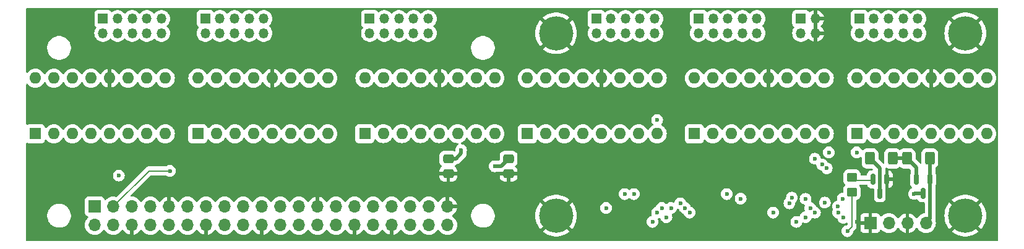
<source format=gbr>
%TF.GenerationSoftware,KiCad,Pcbnew,8.0.4+dfsg-1*%
%TF.CreationDate,2025-02-17T17:51:02+01:00*%
%TF.ProjectId,nixie-clock,6e697869-652d-4636-9c6f-636b2e6b6963,rev?*%
%TF.SameCoordinates,Original*%
%TF.FileFunction,Copper,L4,Bot*%
%TF.FilePolarity,Positive*%
%FSLAX46Y46*%
G04 Gerber Fmt 4.6, Leading zero omitted, Abs format (unit mm)*
G04 Created by KiCad (PCBNEW 8.0.4+dfsg-1) date 2025-02-17 17:51:02*
%MOMM*%
%LPD*%
G01*
G04 APERTURE LIST*
G04 Aperture macros list*
%AMRoundRect*
0 Rectangle with rounded corners*
0 $1 Rounding radius*
0 $2 $3 $4 $5 $6 $7 $8 $9 X,Y pos of 4 corners*
0 Add a 4 corners polygon primitive as box body*
4,1,4,$2,$3,$4,$5,$6,$7,$8,$9,$2,$3,0*
0 Add four circle primitives for the rounded corners*
1,1,$1+$1,$2,$3*
1,1,$1+$1,$4,$5*
1,1,$1+$1,$6,$7*
1,1,$1+$1,$8,$9*
0 Add four rect primitives between the rounded corners*
20,1,$1+$1,$2,$3,$4,$5,0*
20,1,$1+$1,$4,$5,$6,$7,0*
20,1,$1+$1,$6,$7,$8,$9,0*
20,1,$1+$1,$8,$9,$2,$3,0*%
G04 Aperture macros list end*
%TA.AperFunction,ComponentPad*%
%ADD10R,1.700000X1.700000*%
%TD*%
%TA.AperFunction,ComponentPad*%
%ADD11O,1.700000X1.700000*%
%TD*%
%TA.AperFunction,ComponentPad*%
%ADD12R,1.600000X1.600000*%
%TD*%
%TA.AperFunction,ComponentPad*%
%ADD13O,1.600000X1.600000*%
%TD*%
%TA.AperFunction,ComponentPad*%
%ADD14C,4.700000*%
%TD*%
%TA.AperFunction,ComponentPad*%
%ADD15R,1.350000X1.350000*%
%TD*%
%TA.AperFunction,ComponentPad*%
%ADD16O,1.350000X1.350000*%
%TD*%
%TA.AperFunction,SMDPad,CuDef*%
%ADD17RoundRect,0.250000X0.400000X0.625000X-0.400000X0.625000X-0.400000X-0.625000X0.400000X-0.625000X0*%
%TD*%
%TA.AperFunction,SMDPad,CuDef*%
%ADD18RoundRect,0.250000X0.450000X-0.350000X0.450000X0.350000X-0.450000X0.350000X-0.450000X-0.350000X0*%
%TD*%
%TA.AperFunction,SMDPad,CuDef*%
%ADD19RoundRect,0.250000X-0.475000X0.337500X-0.475000X-0.337500X0.475000X-0.337500X0.475000X0.337500X0*%
%TD*%
%TA.AperFunction,SMDPad,CuDef*%
%ADD20RoundRect,0.150000X-0.150000X0.587500X-0.150000X-0.587500X0.150000X-0.587500X0.150000X0.587500X0*%
%TD*%
%TA.AperFunction,ViaPad*%
%ADD21C,0.600000*%
%TD*%
%TA.AperFunction,Conductor*%
%ADD22C,0.500000*%
%TD*%
%TA.AperFunction,Conductor*%
%ADD23C,0.200000*%
%TD*%
G04 APERTURE END LIST*
D10*
%TO.P,J2,1,Pin_1*%
%TO.N,GND*%
X193000000Y-117000000D03*
D11*
%TO.P,J2,2,Pin_2*%
%TO.N,+5V*%
X195540000Y-117000000D03*
%TO.P,J2,3,Pin_3*%
%TO.N,GND*%
X198080000Y-117000000D03*
%TO.P,J2,4,Pin_4*%
%TO.N,+170*%
X200620000Y-117000000D03*
%TD*%
D12*
%TO.P,U6,1,~{Q8}*%
%TO.N,D4-8*%
X146065000Y-104765000D03*
D13*
%TO.P,U6,2,~{Q9}*%
%TO.N,D4-9*%
X148605000Y-104765000D03*
%TO.P,U6,3,A*%
%TO.N,4A*%
X151145000Y-104765000D03*
%TO.P,U6,4,D*%
%TO.N,4D*%
X153685000Y-104765000D03*
%TO.P,U6,5,VCC*%
%TO.N,+5V*%
X156225000Y-104765000D03*
%TO.P,U6,6,B*%
%TO.N,4B*%
X158765000Y-104765000D03*
%TO.P,U6,7,C*%
%TO.N,4C*%
X161305000Y-104765000D03*
%TO.P,U6,8,~{Q2}*%
%TO.N,D4-2*%
X163845000Y-104765000D03*
%TO.P,U6,9,~{Q3}*%
%TO.N,D4-3*%
X163845000Y-97145000D03*
%TO.P,U6,10,~{Q7}*%
%TO.N,D4-7*%
X161305000Y-97145000D03*
%TO.P,U6,11,~{Q6}*%
%TO.N,D4-6*%
X158765000Y-97145000D03*
%TO.P,U6,12,GND*%
%TO.N,GND*%
X156225000Y-97145000D03*
%TO.P,U6,13,~{Q4}*%
%TO.N,D4-4*%
X153685000Y-97145000D03*
%TO.P,U6,14,~{Q5}*%
%TO.N,D4-5*%
X151145000Y-97145000D03*
%TO.P,U6,15,~{Q1}*%
%TO.N,D4-1*%
X148605000Y-97145000D03*
%TO.P,U6,16,~{Q0}*%
%TO.N,D4-0*%
X146065000Y-97145000D03*
%TD*%
D12*
%TO.P,U8,1,~{Q8}*%
%TO.N,D6-8*%
X191150000Y-104765000D03*
D13*
%TO.P,U8,2,~{Q9}*%
%TO.N,D6-9*%
X193690000Y-104765000D03*
%TO.P,U8,3,A*%
%TO.N,6A*%
X196230000Y-104765000D03*
%TO.P,U8,4,D*%
%TO.N,6D*%
X198770000Y-104765000D03*
%TO.P,U8,5,VCC*%
%TO.N,+5V*%
X201310000Y-104765000D03*
%TO.P,U8,6,B*%
%TO.N,6B*%
X203850000Y-104765000D03*
%TO.P,U8,7,C*%
%TO.N,6C*%
X206390000Y-104765000D03*
%TO.P,U8,8,~{Q2}*%
%TO.N,D6-2*%
X208930000Y-104765000D03*
%TO.P,U8,9,~{Q3}*%
%TO.N,D6-3*%
X208930000Y-97145000D03*
%TO.P,U8,10,~{Q7}*%
%TO.N,D6-7*%
X206390000Y-97145000D03*
%TO.P,U8,11,~{Q6}*%
%TO.N,D6-6*%
X203850000Y-97145000D03*
%TO.P,U8,12,GND*%
%TO.N,GND*%
X201310000Y-97145000D03*
%TO.P,U8,13,~{Q4}*%
%TO.N,D6-4*%
X198770000Y-97145000D03*
%TO.P,U8,14,~{Q5}*%
%TO.N,D6-5*%
X196230000Y-97145000D03*
%TO.P,U8,15,~{Q1}*%
%TO.N,D6-1*%
X193690000Y-97145000D03*
%TO.P,U8,16,~{Q0}*%
%TO.N,D6-0*%
X191150000Y-97145000D03*
%TD*%
D12*
%TO.P,U3,1,~{Q8}*%
%TO.N,D1-8*%
X78755000Y-104765000D03*
D13*
%TO.P,U3,2,~{Q9}*%
%TO.N,D1-9*%
X81295000Y-104765000D03*
%TO.P,U3,3,A*%
%TO.N,1A*%
X83835000Y-104765000D03*
%TO.P,U3,4,D*%
%TO.N,1D*%
X86375000Y-104765000D03*
%TO.P,U3,5,VCC*%
%TO.N,+5V*%
X88915000Y-104765000D03*
%TO.P,U3,6,B*%
%TO.N,1B*%
X91455000Y-104765000D03*
%TO.P,U3,7,C*%
%TO.N,1C*%
X93995000Y-104765000D03*
%TO.P,U3,8,~{Q2}*%
%TO.N,D1-2*%
X96535000Y-104765000D03*
%TO.P,U3,9,~{Q3}*%
%TO.N,D1-3*%
X96535000Y-97145000D03*
%TO.P,U3,10,~{Q7}*%
%TO.N,D1-7*%
X93995000Y-97145000D03*
%TO.P,U3,11,~{Q6}*%
%TO.N,D1-6*%
X91455000Y-97145000D03*
%TO.P,U3,12,GND*%
%TO.N,GND*%
X88915000Y-97145000D03*
%TO.P,U3,13,~{Q4}*%
%TO.N,D1-4*%
X86375000Y-97145000D03*
%TO.P,U3,14,~{Q5}*%
%TO.N,D1-5*%
X83835000Y-97145000D03*
%TO.P,U3,15,~{Q1}*%
%TO.N,D1-1*%
X81295000Y-97145000D03*
%TO.P,U3,16,~{Q0}*%
%TO.N,D1-0*%
X78755000Y-97145000D03*
%TD*%
D12*
%TO.P,U2,1,~{Q8}*%
%TO.N,D3-8*%
X123840000Y-104755000D03*
D13*
%TO.P,U2,2,~{Q9}*%
%TO.N,D3-9*%
X126380000Y-104755000D03*
%TO.P,U2,3,A*%
%TO.N,3A*%
X128920000Y-104755000D03*
%TO.P,U2,4,D*%
%TO.N,3D*%
X131460000Y-104755000D03*
%TO.P,U2,5,VCC*%
%TO.N,+5V*%
X134000000Y-104755000D03*
%TO.P,U2,6,B*%
%TO.N,3B*%
X136540000Y-104755000D03*
%TO.P,U2,7,C*%
%TO.N,3C*%
X139080000Y-104755000D03*
%TO.P,U2,8,~{Q2}*%
%TO.N,D3-2*%
X141620000Y-104755000D03*
%TO.P,U2,9,~{Q3}*%
%TO.N,D3-3*%
X141620000Y-97135000D03*
%TO.P,U2,10,~{Q7}*%
%TO.N,D3-7*%
X139080000Y-97135000D03*
%TO.P,U2,11,~{Q6}*%
%TO.N,D3-6*%
X136540000Y-97135000D03*
%TO.P,U2,12,GND*%
%TO.N,GND*%
X134000000Y-97135000D03*
%TO.P,U2,13,~{Q4}*%
%TO.N,D3-4*%
X131460000Y-97135000D03*
%TO.P,U2,14,~{Q5}*%
%TO.N,D3-5*%
X128920000Y-97135000D03*
%TO.P,U2,15,~{Q1}*%
%TO.N,D3-1*%
X126380000Y-97135000D03*
%TO.P,U2,16,~{Q0}*%
%TO.N,D3-0*%
X123840000Y-97135000D03*
%TD*%
D14*
%TO.P,H1,1,1*%
%TO.N,GND*%
X206000000Y-116000000D03*
%TD*%
%TO.P,H2,1,1*%
%TO.N,GND*%
X206000000Y-91000000D03*
%TD*%
D12*
%TO.P,U7,1,~{Q8}*%
%TO.N,D5-8*%
X168925000Y-104765000D03*
D13*
%TO.P,U7,2,~{Q9}*%
%TO.N,D5-9*%
X171465000Y-104765000D03*
%TO.P,U7,3,A*%
%TO.N,5A*%
X174005000Y-104765000D03*
%TO.P,U7,4,D*%
%TO.N,5D*%
X176545000Y-104765000D03*
%TO.P,U7,5,VCC*%
%TO.N,+5V*%
X179085000Y-104765000D03*
%TO.P,U7,6,B*%
%TO.N,5B*%
X181625000Y-104765000D03*
%TO.P,U7,7,C*%
%TO.N,5C*%
X184165000Y-104765000D03*
%TO.P,U7,8,~{Q2}*%
%TO.N,D5-2*%
X186705000Y-104765000D03*
%TO.P,U7,9,~{Q3}*%
%TO.N,D5-3*%
X186705000Y-97145000D03*
%TO.P,U7,10,~{Q7}*%
%TO.N,D5-7*%
X184165000Y-97145000D03*
%TO.P,U7,11,~{Q6}*%
%TO.N,D5-6*%
X181625000Y-97145000D03*
%TO.P,U7,12,GND*%
%TO.N,GND*%
X179085000Y-97145000D03*
%TO.P,U7,13,~{Q4}*%
%TO.N,D5-4*%
X176545000Y-97145000D03*
%TO.P,U7,14,~{Q5}*%
%TO.N,D5-5*%
X174005000Y-97145000D03*
%TO.P,U7,15,~{Q1}*%
%TO.N,D5-1*%
X171465000Y-97145000D03*
%TO.P,U7,16,~{Q0}*%
%TO.N,D5-0*%
X168925000Y-97145000D03*
%TD*%
D14*
%TO.P,H4,1,1*%
%TO.N,GND*%
X150000000Y-116000000D03*
%TD*%
D12*
%TO.P,U5,1,~{Q8}*%
%TO.N,D2-8*%
X100980000Y-104765000D03*
D13*
%TO.P,U5,2,~{Q9}*%
%TO.N,D2-9*%
X103520000Y-104765000D03*
%TO.P,U5,3,A*%
%TO.N,2A*%
X106060000Y-104765000D03*
%TO.P,U5,4,D*%
%TO.N,2D*%
X108600000Y-104765000D03*
%TO.P,U5,5,VCC*%
%TO.N,+5V*%
X111140000Y-104765000D03*
%TO.P,U5,6,B*%
%TO.N,2B*%
X113680000Y-104765000D03*
%TO.P,U5,7,C*%
%TO.N,2C*%
X116220000Y-104765000D03*
%TO.P,U5,8,~{Q2}*%
%TO.N,D2-2*%
X118760000Y-104765000D03*
%TO.P,U5,9,~{Q3}*%
%TO.N,D2-3*%
X118760000Y-97145000D03*
%TO.P,U5,10,~{Q7}*%
%TO.N,D2-7*%
X116220000Y-97145000D03*
%TO.P,U5,11,~{Q6}*%
%TO.N,D2-6*%
X113680000Y-97145000D03*
%TO.P,U5,12,GND*%
%TO.N,GND*%
X111140000Y-97145000D03*
%TO.P,U5,13,~{Q4}*%
%TO.N,D2-4*%
X108600000Y-97145000D03*
%TO.P,U5,14,~{Q5}*%
%TO.N,D2-5*%
X106060000Y-97145000D03*
%TO.P,U5,15,~{Q1}*%
%TO.N,D2-1*%
X103520000Y-97145000D03*
%TO.P,U5,16,~{Q0}*%
%TO.N,D2-0*%
X100980000Y-97145000D03*
%TD*%
D10*
%TO.P,J1,1,3V3*%
%TO.N,+3V3*%
X86870000Y-114730000D03*
D11*
%TO.P,J1,2,5V*%
%TO.N,+5V*%
X86870000Y-117270000D03*
%TO.P,J1,3,SDA/GPIO2*%
%TO.N,Net-(J1-SDA{slash}GPIO2)*%
X89410000Y-114730000D03*
%TO.P,J1,4,5V*%
%TO.N,+5V*%
X89410000Y-117270000D03*
%TO.P,J1,5,SCL/GPIO3*%
%TO.N,Net-(J1-SCL{slash}GPIO3)*%
X91950000Y-114730000D03*
%TO.P,J1,6,GND*%
%TO.N,GND*%
X91950000Y-117270000D03*
%TO.P,J1,7,GCLK0/GPIO4*%
%TO.N,unconnected-(J1-GCLK0{slash}GPIO4-Pad7)*%
X94490000Y-114730000D03*
%TO.P,J1,8,GPIO14/TXD*%
%TO.N,unconnected-(J1-GPIO14{slash}TXD-Pad8)*%
X94490000Y-117270000D03*
%TO.P,J1,9,GND*%
%TO.N,GND*%
X97030000Y-114730000D03*
%TO.P,J1,10,GPIO15/RXD*%
%TO.N,unconnected-(J1-GPIO15{slash}RXD-Pad10)*%
X97030000Y-117270000D03*
%TO.P,J1,11,GPIO17*%
%TO.N,unconnected-(J1-GPIO17-Pad11)*%
X99570000Y-114730000D03*
%TO.P,J1,12,GPIO18/PWM0*%
%TO.N,PWM*%
X99570000Y-117270000D03*
%TO.P,J1,13,GPIO27*%
%TO.N,unconnected-(J1-GPIO27-Pad13)*%
X102110000Y-114730000D03*
%TO.P,J1,14,GND*%
%TO.N,GND*%
X102110000Y-117270000D03*
%TO.P,J1,15,GPIO22*%
%TO.N,unconnected-(J1-GPIO22-Pad15)*%
X104650000Y-114730000D03*
%TO.P,J1,16,GPIO23*%
%TO.N,unconnected-(J1-GPIO23-Pad16)*%
X104650000Y-117270000D03*
%TO.P,J1,17,3V3*%
%TO.N,+3V3*%
X107190000Y-114730000D03*
%TO.P,J1,18,GPIO24*%
%TO.N,unconnected-(J1-GPIO24-Pad18)*%
X107190000Y-117270000D03*
%TO.P,J1,19,MOSI0/GPIO10*%
%TO.N,unconnected-(J1-MOSI0{slash}GPIO10-Pad19)*%
X109730000Y-114730000D03*
%TO.P,J1,20,GND*%
%TO.N,GND*%
X109730000Y-117270000D03*
%TO.P,J1,21,MISO0/GPIO9*%
%TO.N,unconnected-(J1-MISO0{slash}GPIO9-Pad21)*%
X112270000Y-114730000D03*
%TO.P,J1,22,GPIO25*%
%TO.N,unconnected-(J1-GPIO25-Pad22)*%
X112270000Y-117270000D03*
%TO.P,J1,23,SCLK0/GPIO11*%
%TO.N,unconnected-(J1-SCLK0{slash}GPIO11-Pad23)*%
X114810000Y-114730000D03*
%TO.P,J1,24,~{CE0}/GPIO8*%
%TO.N,unconnected-(J1-~{CE0}{slash}GPIO8-Pad24)*%
X114810000Y-117270000D03*
%TO.P,J1,25,GND*%
%TO.N,GND*%
X117350000Y-114730000D03*
%TO.P,J1,26,~{CE1}/GPIO7*%
%TO.N,unconnected-(J1-~{CE1}{slash}GPIO7-Pad26)*%
X117350000Y-117270000D03*
%TO.P,J1,27,ID_SD/GPIO0*%
%TO.N,unconnected-(J1-ID_SD{slash}GPIO0-Pad27)*%
X119890000Y-114730000D03*
%TO.P,J1,28,ID_SC/GPIO1*%
%TO.N,unconnected-(J1-ID_SC{slash}GPIO1-Pad28)*%
X119890000Y-117270000D03*
%TO.P,J1,29,GCLK1/GPIO5*%
%TO.N,unconnected-(J1-GCLK1{slash}GPIO5-Pad29)*%
X122430000Y-114730000D03*
%TO.P,J1,30,GND*%
%TO.N,GND*%
X122430000Y-117270000D03*
%TO.P,J1,31,GCLK2/GPIO6*%
%TO.N,unconnected-(J1-GCLK2{slash}GPIO6-Pad31)*%
X124970000Y-114730000D03*
%TO.P,J1,32,PWM0/GPIO12*%
%TO.N,unconnected-(J1-PWM0{slash}GPIO12-Pad32)*%
X124970000Y-117270000D03*
%TO.P,J1,33,PWM1/GPIO13*%
%TO.N,unconnected-(J1-PWM1{slash}GPIO13-Pad33)*%
X127510000Y-114730000D03*
%TO.P,J1,34,GND*%
%TO.N,GND*%
X127510000Y-117270000D03*
%TO.P,J1,35,GPIO19/MISO1*%
%TO.N,unconnected-(J1-GPIO19{slash}MISO1-Pad35)*%
X130050000Y-114730000D03*
%TO.P,J1,36,GPIO16*%
%TO.N,unconnected-(J1-GPIO16-Pad36)*%
X130050000Y-117270000D03*
%TO.P,J1,37,GPIO26*%
%TO.N,unconnected-(J1-GPIO26-Pad37)*%
X132590000Y-114730000D03*
%TO.P,J1,38,GPIO20/MOSI1*%
%TO.N,unconnected-(J1-GPIO20{slash}MOSI1-Pad38)*%
X132590000Y-117270000D03*
%TO.P,J1,39,GND*%
%TO.N,GND*%
X135130000Y-114730000D03*
%TO.P,J1,40,GPIO21/SCLK1*%
%TO.N,unconnected-(J1-GPIO21{slash}SCLK1-Pad40)*%
X135130000Y-117270000D03*
%TD*%
D14*
%TO.P,H3,1,1*%
%TO.N,GND*%
X150000000Y-91000000D03*
%TD*%
D15*
%TO.P,J5,1,Pin_1*%
%TO.N,D2-0*%
X102000000Y-89000000D03*
D16*
%TO.P,J5,2,Pin_2*%
%TO.N,D2-1*%
X102000000Y-91000000D03*
%TO.P,J5,3,Pin_3*%
%TO.N,D2-5*%
X104000000Y-89000000D03*
%TO.P,J5,4,Pin_4*%
%TO.N,D2-4*%
X104000000Y-91000000D03*
%TO.P,J5,5,Pin_5*%
%TO.N,D2-8*%
X106000000Y-89000000D03*
%TO.P,J5,6,Pin_6*%
%TO.N,D2-9*%
X106000000Y-91000000D03*
%TO.P,J5,7,Pin_7*%
%TO.N,D2-6*%
X108000000Y-89000000D03*
%TO.P,J5,8,Pin_8*%
%TO.N,D2-7*%
X108000000Y-91000000D03*
%TO.P,J5,9,Pin_9*%
%TO.N,D2-2*%
X110000000Y-89000000D03*
%TO.P,J5,10,Pin_10*%
%TO.N,D2-3*%
X110000000Y-91000000D03*
%TD*%
D17*
%TO.P,R8,1*%
%TO.N,Net-(Q2-B)*%
X196065000Y-108155000D03*
%TO.P,R8,2*%
%TO.N,Net-(Q1-C)*%
X192965000Y-108155000D03*
%TD*%
D18*
%TO.P,R10,1*%
%TO.N,PWM*%
X190500000Y-112760000D03*
%TO.P,R10,2*%
%TO.N,Net-(Q1-B)*%
X190500000Y-110760000D03*
%TD*%
D19*
%TO.P,C8,1*%
%TO.N,+5V*%
X143510000Y-108182500D03*
%TO.P,C8,2*%
%TO.N,GND*%
X143510000Y-110257500D03*
%TD*%
D15*
%TO.P,J7,1,Pin_1*%
%TO.N,D4-0*%
X155500000Y-89000000D03*
D16*
%TO.P,J7,2,Pin_2*%
%TO.N,D4-1*%
X155500000Y-91000000D03*
%TO.P,J7,3,Pin_3*%
%TO.N,D4-5*%
X157500000Y-89000000D03*
%TO.P,J7,4,Pin_4*%
%TO.N,D4-4*%
X157500000Y-91000000D03*
%TO.P,J7,5,Pin_5*%
%TO.N,D4-8*%
X159500000Y-89000000D03*
%TO.P,J7,6,Pin_6*%
%TO.N,D4-9*%
X159500000Y-91000000D03*
%TO.P,J7,7,Pin_7*%
%TO.N,D4-6*%
X161500000Y-89000000D03*
%TO.P,J7,8,Pin_8*%
%TO.N,D4-7*%
X161500000Y-91000000D03*
%TO.P,J7,9,Pin_9*%
%TO.N,D4-2*%
X163500000Y-89000000D03*
%TO.P,J7,10,Pin_10*%
%TO.N,D4-3*%
X163500000Y-91000000D03*
%TD*%
D20*
%TO.P,Q2,1,B*%
%TO.N,Net-(Q2-B)*%
X199280000Y-111027500D03*
%TO.P,Q2,2,E*%
%TO.N,+170*%
X201180000Y-111027500D03*
%TO.P,Q2,3,C*%
%TO.N,ANODE*%
X200230000Y-112902500D03*
%TD*%
D15*
%TO.P,J3,1,Pin_1*%
%TO.N,D1-0*%
X88000000Y-89000000D03*
D16*
%TO.P,J3,2,Pin_2*%
%TO.N,D1-1*%
X88000000Y-91000000D03*
%TO.P,J3,3,Pin_3*%
%TO.N,D1-5*%
X90000000Y-89000000D03*
%TO.P,J3,4,Pin_4*%
%TO.N,D1-4*%
X90000000Y-91000000D03*
%TO.P,J3,5,Pin_5*%
%TO.N,D1-8*%
X92000000Y-89000000D03*
%TO.P,J3,6,Pin_6*%
%TO.N,D1-9*%
X92000000Y-91000000D03*
%TO.P,J3,7,Pin_7*%
%TO.N,D1-6*%
X94000000Y-89000000D03*
%TO.P,J3,8,Pin_8*%
%TO.N,D1-7*%
X94000000Y-91000000D03*
%TO.P,J3,9,Pin_9*%
%TO.N,D1-2*%
X96000000Y-89000000D03*
%TO.P,J3,10,Pin_10*%
%TO.N,D1-3*%
X96000000Y-91000000D03*
%TD*%
D15*
%TO.P,J9,1,Pin_1*%
%TO.N,D6-0*%
X191500000Y-89000000D03*
D16*
%TO.P,J9,2,Pin_2*%
%TO.N,D6-1*%
X191500000Y-91000000D03*
%TO.P,J9,3,Pin_3*%
%TO.N,D6-5*%
X193500000Y-89000000D03*
%TO.P,J9,4,Pin_4*%
%TO.N,D6-4*%
X193500000Y-91000000D03*
%TO.P,J9,5,Pin_5*%
%TO.N,D6-8*%
X195500000Y-89000000D03*
%TO.P,J9,6,Pin_6*%
%TO.N,D6-9*%
X195500000Y-91000000D03*
%TO.P,J9,7,Pin_7*%
%TO.N,D6-6*%
X197500000Y-89000000D03*
%TO.P,J9,8,Pin_8*%
%TO.N,D6-7*%
X197500000Y-91000000D03*
%TO.P,J9,9,Pin_9*%
%TO.N,D6-2*%
X199500000Y-89000000D03*
%TO.P,J9,10,Pin_10*%
%TO.N,D6-3*%
X199500000Y-91000000D03*
%TD*%
D15*
%TO.P,J6,1,Pin_1*%
%TO.N,D3-0*%
X124500000Y-89000000D03*
D16*
%TO.P,J6,2,Pin_2*%
%TO.N,D3-1*%
X124500000Y-91000000D03*
%TO.P,J6,3,Pin_3*%
%TO.N,D3-5*%
X126500000Y-89000000D03*
%TO.P,J6,4,Pin_4*%
%TO.N,D3-4*%
X126500000Y-91000000D03*
%TO.P,J6,5,Pin_5*%
%TO.N,D3-8*%
X128500000Y-89000000D03*
%TO.P,J6,6,Pin_6*%
%TO.N,D3-9*%
X128500000Y-91000000D03*
%TO.P,J6,7,Pin_7*%
%TO.N,D3-6*%
X130500000Y-89000000D03*
%TO.P,J6,8,Pin_8*%
%TO.N,D3-7*%
X130500000Y-91000000D03*
%TO.P,J6,9,Pin_9*%
%TO.N,D3-2*%
X132500000Y-89000000D03*
%TO.P,J6,10,Pin_10*%
%TO.N,D3-3*%
X132500000Y-91000000D03*
%TD*%
D15*
%TO.P,J4,1,Pin_1*%
%TO.N,ANODE*%
X183500000Y-89000000D03*
D16*
%TO.P,J4,2,Pin_2*%
X183500000Y-91000000D03*
%TO.P,J4,3,Pin_3*%
%TO.N,GND*%
X185500000Y-89000000D03*
%TO.P,J4,4,Pin_4*%
X185500000Y-91000000D03*
%TD*%
D19*
%TO.P,C9,1*%
%TO.N,+3V3*%
X135255000Y-108182500D03*
%TO.P,C9,2*%
%TO.N,GND*%
X135255000Y-110257500D03*
%TD*%
D20*
%TO.P,Q1,1,B*%
%TO.N,Net-(Q1-B)*%
X193360000Y-111027500D03*
%TO.P,Q1,2,E*%
%TO.N,GND*%
X195260000Y-111027500D03*
%TO.P,Q1,3,C*%
%TO.N,Net-(Q1-C)*%
X194310000Y-112902500D03*
%TD*%
D15*
%TO.P,J8,1,Pin_1*%
%TO.N,D5-0*%
X169500000Y-89000000D03*
D16*
%TO.P,J8,2,Pin_2*%
%TO.N,D5-1*%
X169500000Y-91000000D03*
%TO.P,J8,3,Pin_3*%
%TO.N,D5-5*%
X171500000Y-89000000D03*
%TO.P,J8,4,Pin_4*%
%TO.N,D5-4*%
X171500000Y-91000000D03*
%TO.P,J8,5,Pin_5*%
%TO.N,D5-8*%
X173500000Y-89000000D03*
%TO.P,J8,6,Pin_6*%
%TO.N,D5-9*%
X173500000Y-91000000D03*
%TO.P,J8,7,Pin_7*%
%TO.N,D5-6*%
X175500000Y-89000000D03*
%TO.P,J8,8,Pin_8*%
%TO.N,D5-7*%
X175500000Y-91000000D03*
%TO.P,J8,9,Pin_9*%
%TO.N,D5-2*%
X177500000Y-89000000D03*
%TO.P,J8,10,Pin_10*%
%TO.N,D5-3*%
X177500000Y-91000000D03*
%TD*%
D17*
%TO.P,R9,1*%
%TO.N,+170*%
X201145000Y-108155000D03*
%TO.P,R9,2*%
%TO.N,Net-(Q2-B)*%
X198045000Y-108155000D03*
%TD*%
D21*
%TO.N,+5V*%
X141605000Y-109220000D03*
X179705000Y-115570000D03*
X156845000Y-114935000D03*
%TO.N,GND*%
X162600000Y-106300000D03*
X188500000Y-89000000D03*
X166300000Y-103100000D03*
X180340000Y-106045000D03*
X115500000Y-89000000D03*
X143500000Y-89000000D03*
X178000000Y-119000000D03*
X193040000Y-114935000D03*
X139700000Y-106680000D03*
X80000000Y-111500000D03*
X152400000Y-107315000D03*
X180340000Y-109220000D03*
X161925000Y-113030000D03*
X180300000Y-117000000D03*
X169600000Y-118700000D03*
X88000000Y-119000000D03*
X191135000Y-116840000D03*
X121000000Y-89000000D03*
X166500000Y-89000000D03*
X168900000Y-108600000D03*
X99000000Y-88500000D03*
X180500000Y-89000000D03*
X79000000Y-89000000D03*
%TO.N,+3V3*%
X137000000Y-107000000D03*
%TO.N,Net-(J1-SCL{slash}GPIO3)*%
X90170000Y-110490000D03*
%TO.N,Net-(J1-SDA{slash}GPIO2)*%
X97155000Y-109855000D03*
%TO.N,PWM*%
X189865000Y-118110000D03*
%TO.N,2D*%
X168275000Y-115570000D03*
%TO.N,1C*%
X164465000Y-114935000D03*
%TO.N,2A*%
X165735000Y-114935000D03*
%TO.N,1A*%
X163195000Y-116840000D03*
%TO.N,1D*%
X165100000Y-116205000D03*
%TO.N,1B*%
X163830000Y-115570000D03*
%TO.N,2C*%
X167640000Y-114935000D03*
%TO.N,2B*%
X167005000Y-114300000D03*
%TO.N,4C*%
X189230000Y-113665000D03*
X184785000Y-114935000D03*
%TO.N,4D*%
X188570737Y-114745734D03*
X163830000Y-102870000D03*
X185420000Y-115570000D03*
%TO.N,4A*%
X189299313Y-116274313D03*
X182880000Y-116840000D03*
%TO.N,4B*%
X184150000Y-116205000D03*
X188595000Y-115570000D03*
%TO.N,5D*%
X182274265Y-113529265D03*
%TO.N,5C*%
X186790000Y-114200000D03*
%TO.N,5A*%
X181935000Y-114300000D03*
%TO.N,5B*%
X184142662Y-113687724D03*
%TO.N,6B*%
X187040000Y-109500000D03*
%TO.N,6D*%
X185420000Y-108193497D03*
%TO.N,6C*%
X186425421Y-108987851D03*
%TO.N,6A*%
X187325000Y-107315000D03*
%TO.N,I2C_SDA*%
X159385000Y-113030000D03*
X173355000Y-113030000D03*
%TO.N,I2C_SCL*%
X160655000Y-113030000D03*
X175260000Y-113665000D03*
%TO.N,ANODE*%
X191135000Y-107315000D03*
X199000000Y-113000000D03*
%TD*%
D22*
%TO.N,ANODE*%
X199000000Y-113000000D02*
X199097500Y-112902500D01*
X199097500Y-112902500D02*
X200230000Y-112902500D01*
%TO.N,+170*%
X201180000Y-111027500D02*
X201200000Y-111047500D01*
X201200000Y-111047500D02*
X201200000Y-116420000D01*
X201200000Y-116420000D02*
X200620000Y-117000000D01*
X201180000Y-111027500D02*
X201180000Y-108190000D01*
X201180000Y-108190000D02*
X201145000Y-108155000D01*
%TO.N,+5V*%
X141605000Y-109220000D02*
X142472500Y-109220000D01*
X142472500Y-109220000D02*
X143510000Y-108182500D01*
%TO.N,+3V3*%
X136292500Y-108182500D02*
X135255000Y-108182500D01*
X137000000Y-107000000D02*
X137000000Y-107475000D01*
X137000000Y-107475000D02*
X136292500Y-108182500D01*
D23*
%TO.N,Net-(J1-SDA{slash}GPIO2)*%
X97155000Y-109855000D02*
X94285000Y-109855000D01*
X94285000Y-109855000D02*
X89410000Y-114730000D01*
%TO.N,PWM*%
X190500000Y-112760000D02*
X190500000Y-117475000D01*
X190500000Y-117475000D02*
X189865000Y-118110000D01*
D22*
%TO.N,Net-(Q1-C)*%
X194310000Y-109500000D02*
X192965000Y-108155000D01*
X194310000Y-112902500D02*
X194310000Y-109500000D01*
D23*
%TO.N,Net-(Q1-B)*%
X190500000Y-110760000D02*
X190865000Y-111125000D01*
X193262500Y-111125000D02*
X193360000Y-111027500D01*
X190865000Y-111125000D02*
X193262500Y-111125000D01*
D22*
%TO.N,Net-(Q2-B)*%
X199280000Y-109390000D02*
X198045000Y-108155000D01*
X196065000Y-108155000D02*
X198045000Y-108155000D01*
X199280000Y-111027500D02*
X199280000Y-109390000D01*
%TD*%
%TA.AperFunction,Conductor*%
%TO.N,GND*%
G36*
X185750000Y-90684314D02*
G01*
X185745606Y-90679920D01*
X185654394Y-90627259D01*
X185552661Y-90600000D01*
X185447339Y-90600000D01*
X185345606Y-90627259D01*
X185254394Y-90679920D01*
X185250000Y-90684314D01*
X185250000Y-89315686D01*
X185254394Y-89320080D01*
X185345606Y-89372741D01*
X185447339Y-89400000D01*
X185552661Y-89400000D01*
X185654394Y-89372741D01*
X185745606Y-89320080D01*
X185750000Y-89315686D01*
X185750000Y-90684314D01*
G37*
%TD.AperFunction*%
%TA.AperFunction,Conductor*%
G36*
X210442539Y-87520185D02*
G01*
X210488294Y-87572989D01*
X210499500Y-87624500D01*
X210499500Y-119375500D01*
X210479815Y-119442539D01*
X210427011Y-119488294D01*
X210375500Y-119499500D01*
X77624500Y-119499500D01*
X77557461Y-119479815D01*
X77511706Y-119427011D01*
X77500500Y-119375500D01*
X77500500Y-115872070D01*
X80374500Y-115872070D01*
X80374500Y-116127930D01*
X80390966Y-116231890D01*
X80414526Y-116380640D01*
X80493588Y-116623972D01*
X80493589Y-116623975D01*
X80557803Y-116750000D01*
X80603662Y-116840003D01*
X80609750Y-116851950D01*
X80760132Y-117058935D01*
X80760136Y-117058940D01*
X80941059Y-117239863D01*
X80941064Y-117239867D01*
X81121607Y-117371038D01*
X81148053Y-117390252D01*
X81290815Y-117462993D01*
X81376024Y-117506410D01*
X81376027Y-117506411D01*
X81497693Y-117545942D01*
X81619361Y-117585474D01*
X81872070Y-117625500D01*
X81872071Y-117625500D01*
X82127929Y-117625500D01*
X82127930Y-117625500D01*
X82380639Y-117585474D01*
X82623975Y-117506410D01*
X82851947Y-117390252D01*
X83017462Y-117269999D01*
X85514341Y-117269999D01*
X85514341Y-117270000D01*
X85534936Y-117505403D01*
X85534938Y-117505413D01*
X85596094Y-117733655D01*
X85596096Y-117733659D01*
X85596097Y-117733663D01*
X85675801Y-117904588D01*
X85695965Y-117947830D01*
X85695967Y-117947834D01*
X85759176Y-118038105D01*
X85831505Y-118141401D01*
X85998599Y-118308495D01*
X86065956Y-118355659D01*
X86192165Y-118444032D01*
X86192167Y-118444033D01*
X86192170Y-118444035D01*
X86406337Y-118543903D01*
X86634592Y-118605063D01*
X86820715Y-118621347D01*
X86869999Y-118625659D01*
X86870000Y-118625659D01*
X86870001Y-118625659D01*
X86919285Y-118621347D01*
X87105408Y-118605063D01*
X87333663Y-118543903D01*
X87547830Y-118444035D01*
X87741401Y-118308495D01*
X87908495Y-118141401D01*
X88038425Y-117955842D01*
X88093002Y-117912217D01*
X88162500Y-117905023D01*
X88224855Y-117936546D01*
X88241575Y-117955842D01*
X88371500Y-118141395D01*
X88371505Y-118141401D01*
X88538599Y-118308495D01*
X88605956Y-118355659D01*
X88732165Y-118444032D01*
X88732167Y-118444033D01*
X88732170Y-118444035D01*
X88946337Y-118543903D01*
X89174592Y-118605063D01*
X89360715Y-118621347D01*
X89409999Y-118625659D01*
X89410000Y-118625659D01*
X89410001Y-118625659D01*
X89459285Y-118621347D01*
X89645408Y-118605063D01*
X89873663Y-118543903D01*
X90087830Y-118444035D01*
X90281401Y-118308495D01*
X90448495Y-118141401D01*
X90578730Y-117955405D01*
X90633307Y-117911781D01*
X90702805Y-117904587D01*
X90765160Y-117936110D01*
X90781879Y-117955405D01*
X90911890Y-118141078D01*
X91078917Y-118308105D01*
X91272421Y-118443600D01*
X91486507Y-118543429D01*
X91486516Y-118543433D01*
X91700000Y-118600634D01*
X91700000Y-117703012D01*
X91757007Y-117735925D01*
X91884174Y-117770000D01*
X92015826Y-117770000D01*
X92142993Y-117735925D01*
X92200000Y-117703012D01*
X92200000Y-118600634D01*
X92413483Y-118543433D01*
X92413492Y-118543429D01*
X92627578Y-118443600D01*
X92821082Y-118308105D01*
X92988105Y-118141082D01*
X93118119Y-117955405D01*
X93172696Y-117911781D01*
X93242195Y-117904588D01*
X93304549Y-117936110D01*
X93321269Y-117955405D01*
X93451505Y-118141401D01*
X93618599Y-118308495D01*
X93685956Y-118355659D01*
X93812165Y-118444032D01*
X93812167Y-118444033D01*
X93812170Y-118444035D01*
X94026337Y-118543903D01*
X94254592Y-118605063D01*
X94440715Y-118621347D01*
X94489999Y-118625659D01*
X94490000Y-118625659D01*
X94490001Y-118625659D01*
X94539285Y-118621347D01*
X94725408Y-118605063D01*
X94953663Y-118543903D01*
X95167830Y-118444035D01*
X95361401Y-118308495D01*
X95528495Y-118141401D01*
X95658425Y-117955842D01*
X95713002Y-117912217D01*
X95782500Y-117905023D01*
X95844855Y-117936546D01*
X95861575Y-117955842D01*
X95991500Y-118141395D01*
X95991505Y-118141401D01*
X96158599Y-118308495D01*
X96225956Y-118355659D01*
X96352165Y-118444032D01*
X96352167Y-118444033D01*
X96352170Y-118444035D01*
X96566337Y-118543903D01*
X96794592Y-118605063D01*
X96980715Y-118621347D01*
X97029999Y-118625659D01*
X97030000Y-118625659D01*
X97030001Y-118625659D01*
X97079285Y-118621347D01*
X97265408Y-118605063D01*
X97493663Y-118543903D01*
X97707830Y-118444035D01*
X97901401Y-118308495D01*
X98068495Y-118141401D01*
X98198425Y-117955842D01*
X98253002Y-117912217D01*
X98322500Y-117905023D01*
X98384855Y-117936546D01*
X98401575Y-117955842D01*
X98531500Y-118141395D01*
X98531505Y-118141401D01*
X98698599Y-118308495D01*
X98765956Y-118355659D01*
X98892165Y-118444032D01*
X98892167Y-118444033D01*
X98892170Y-118444035D01*
X99106337Y-118543903D01*
X99334592Y-118605063D01*
X99520715Y-118621347D01*
X99569999Y-118625659D01*
X99570000Y-118625659D01*
X99570001Y-118625659D01*
X99619285Y-118621347D01*
X99805408Y-118605063D01*
X100033663Y-118543903D01*
X100247830Y-118444035D01*
X100441401Y-118308495D01*
X100608495Y-118141401D01*
X100738730Y-117955405D01*
X100793307Y-117911781D01*
X100862805Y-117904587D01*
X100925160Y-117936110D01*
X100941879Y-117955405D01*
X101071890Y-118141078D01*
X101238917Y-118308105D01*
X101432421Y-118443600D01*
X101646507Y-118543429D01*
X101646516Y-118543433D01*
X101860000Y-118600634D01*
X101860000Y-117703012D01*
X101917007Y-117735925D01*
X102044174Y-117770000D01*
X102175826Y-117770000D01*
X102302993Y-117735925D01*
X102360000Y-117703012D01*
X102360000Y-118600633D01*
X102573483Y-118543433D01*
X102573492Y-118543429D01*
X102787578Y-118443600D01*
X102981082Y-118308105D01*
X103148105Y-118141082D01*
X103278119Y-117955405D01*
X103332696Y-117911781D01*
X103402195Y-117904588D01*
X103464549Y-117936110D01*
X103481269Y-117955405D01*
X103611505Y-118141401D01*
X103778599Y-118308495D01*
X103845956Y-118355659D01*
X103972165Y-118444032D01*
X103972167Y-118444033D01*
X103972170Y-118444035D01*
X104186337Y-118543903D01*
X104414592Y-118605063D01*
X104600715Y-118621347D01*
X104649999Y-118625659D01*
X104650000Y-118625659D01*
X104650001Y-118625659D01*
X104699285Y-118621347D01*
X104885408Y-118605063D01*
X105113663Y-118543903D01*
X105327830Y-118444035D01*
X105521401Y-118308495D01*
X105688495Y-118141401D01*
X105818425Y-117955842D01*
X105873002Y-117912217D01*
X105942500Y-117905023D01*
X106004855Y-117936546D01*
X106021575Y-117955842D01*
X106151500Y-118141395D01*
X106151505Y-118141401D01*
X106318599Y-118308495D01*
X106385956Y-118355659D01*
X106512165Y-118444032D01*
X106512167Y-118444033D01*
X106512170Y-118444035D01*
X106726337Y-118543903D01*
X106954592Y-118605063D01*
X107140715Y-118621347D01*
X107189999Y-118625659D01*
X107190000Y-118625659D01*
X107190001Y-118625659D01*
X107239285Y-118621347D01*
X107425408Y-118605063D01*
X107653663Y-118543903D01*
X107867830Y-118444035D01*
X108061401Y-118308495D01*
X108228495Y-118141401D01*
X108358730Y-117955405D01*
X108413307Y-117911781D01*
X108482805Y-117904587D01*
X108545160Y-117936110D01*
X108561879Y-117955405D01*
X108691890Y-118141078D01*
X108858917Y-118308105D01*
X109052421Y-118443600D01*
X109266507Y-118543429D01*
X109266516Y-118543433D01*
X109480000Y-118600634D01*
X109480000Y-117703012D01*
X109537007Y-117735925D01*
X109664174Y-117770000D01*
X109795826Y-117770000D01*
X109922993Y-117735925D01*
X109980000Y-117703012D01*
X109980000Y-118600634D01*
X110193483Y-118543433D01*
X110193492Y-118543429D01*
X110407578Y-118443600D01*
X110601082Y-118308105D01*
X110768105Y-118141082D01*
X110898119Y-117955405D01*
X110952696Y-117911781D01*
X111022195Y-117904588D01*
X111084549Y-117936110D01*
X111101269Y-117955405D01*
X111231505Y-118141401D01*
X111398599Y-118308495D01*
X111465956Y-118355659D01*
X111592165Y-118444032D01*
X111592167Y-118444033D01*
X111592170Y-118444035D01*
X111806337Y-118543903D01*
X112034592Y-118605063D01*
X112220715Y-118621347D01*
X112269999Y-118625659D01*
X112270000Y-118625659D01*
X112270001Y-118625659D01*
X112319285Y-118621347D01*
X112505408Y-118605063D01*
X112733663Y-118543903D01*
X112947830Y-118444035D01*
X113141401Y-118308495D01*
X113308495Y-118141401D01*
X113438425Y-117955842D01*
X113493002Y-117912217D01*
X113562500Y-117905023D01*
X113624855Y-117936546D01*
X113641575Y-117955842D01*
X113771500Y-118141395D01*
X113771505Y-118141401D01*
X113938599Y-118308495D01*
X114005956Y-118355659D01*
X114132165Y-118444032D01*
X114132167Y-118444033D01*
X114132170Y-118444035D01*
X114346337Y-118543903D01*
X114574592Y-118605063D01*
X114760715Y-118621347D01*
X114809999Y-118625659D01*
X114810000Y-118625659D01*
X114810001Y-118625659D01*
X114859285Y-118621347D01*
X115045408Y-118605063D01*
X115273663Y-118543903D01*
X115487830Y-118444035D01*
X115681401Y-118308495D01*
X115848495Y-118141401D01*
X115978425Y-117955842D01*
X116033002Y-117912217D01*
X116102500Y-117905023D01*
X116164855Y-117936546D01*
X116181575Y-117955842D01*
X116311500Y-118141395D01*
X116311505Y-118141401D01*
X116478599Y-118308495D01*
X116545956Y-118355659D01*
X116672165Y-118444032D01*
X116672167Y-118444033D01*
X116672170Y-118444035D01*
X116886337Y-118543903D01*
X117114592Y-118605063D01*
X117300715Y-118621347D01*
X117349999Y-118625659D01*
X117350000Y-118625659D01*
X117350001Y-118625659D01*
X117399285Y-118621347D01*
X117585408Y-118605063D01*
X117813663Y-118543903D01*
X118027830Y-118444035D01*
X118221401Y-118308495D01*
X118388495Y-118141401D01*
X118518425Y-117955842D01*
X118573002Y-117912217D01*
X118642500Y-117905023D01*
X118704855Y-117936546D01*
X118721575Y-117955842D01*
X118851500Y-118141395D01*
X118851505Y-118141401D01*
X119018599Y-118308495D01*
X119085956Y-118355659D01*
X119212165Y-118444032D01*
X119212167Y-118444033D01*
X119212170Y-118444035D01*
X119426337Y-118543903D01*
X119654592Y-118605063D01*
X119840715Y-118621347D01*
X119889999Y-118625659D01*
X119890000Y-118625659D01*
X119890001Y-118625659D01*
X119939285Y-118621347D01*
X120125408Y-118605063D01*
X120353663Y-118543903D01*
X120567830Y-118444035D01*
X120761401Y-118308495D01*
X120928495Y-118141401D01*
X121058730Y-117955405D01*
X121113307Y-117911781D01*
X121182805Y-117904587D01*
X121245160Y-117936110D01*
X121261879Y-117955405D01*
X121391890Y-118141078D01*
X121558917Y-118308105D01*
X121752421Y-118443600D01*
X121966507Y-118543429D01*
X121966516Y-118543433D01*
X122180000Y-118600634D01*
X122180000Y-117703012D01*
X122237007Y-117735925D01*
X122364174Y-117770000D01*
X122495826Y-117770000D01*
X122622993Y-117735925D01*
X122680000Y-117703012D01*
X122680000Y-118600634D01*
X122893483Y-118543433D01*
X122893492Y-118543429D01*
X123107578Y-118443600D01*
X123301082Y-118308105D01*
X123468105Y-118141082D01*
X123598119Y-117955405D01*
X123652696Y-117911781D01*
X123722195Y-117904588D01*
X123784549Y-117936110D01*
X123801269Y-117955405D01*
X123931505Y-118141401D01*
X124098599Y-118308495D01*
X124165956Y-118355659D01*
X124292165Y-118444032D01*
X124292167Y-118444033D01*
X124292170Y-118444035D01*
X124506337Y-118543903D01*
X124734592Y-118605063D01*
X124920715Y-118621347D01*
X124969999Y-118625659D01*
X124970000Y-118625659D01*
X124970001Y-118625659D01*
X125019285Y-118621347D01*
X125205408Y-118605063D01*
X125433663Y-118543903D01*
X125647830Y-118444035D01*
X125841401Y-118308495D01*
X126008495Y-118141401D01*
X126138730Y-117955405D01*
X126193307Y-117911781D01*
X126262805Y-117904587D01*
X126325160Y-117936110D01*
X126341879Y-117955405D01*
X126471890Y-118141078D01*
X126638917Y-118308105D01*
X126832421Y-118443600D01*
X127046507Y-118543429D01*
X127046516Y-118543433D01*
X127260000Y-118600634D01*
X127260000Y-117703012D01*
X127317007Y-117735925D01*
X127444174Y-117770000D01*
X127575826Y-117770000D01*
X127702993Y-117735925D01*
X127760000Y-117703012D01*
X127760000Y-118600634D01*
X127973483Y-118543433D01*
X127973492Y-118543429D01*
X128187578Y-118443600D01*
X128381082Y-118308105D01*
X128548105Y-118141082D01*
X128678119Y-117955405D01*
X128732696Y-117911781D01*
X128802195Y-117904588D01*
X128864549Y-117936110D01*
X128881269Y-117955405D01*
X129011505Y-118141401D01*
X129178599Y-118308495D01*
X129245956Y-118355659D01*
X129372165Y-118444032D01*
X129372167Y-118444033D01*
X129372170Y-118444035D01*
X129586337Y-118543903D01*
X129814592Y-118605063D01*
X130000715Y-118621347D01*
X130049999Y-118625659D01*
X130050000Y-118625659D01*
X130050001Y-118625659D01*
X130099285Y-118621347D01*
X130285408Y-118605063D01*
X130513663Y-118543903D01*
X130727830Y-118444035D01*
X130921401Y-118308495D01*
X131088495Y-118141401D01*
X131218425Y-117955842D01*
X131273002Y-117912217D01*
X131342500Y-117905023D01*
X131404855Y-117936546D01*
X131421575Y-117955842D01*
X131551500Y-118141395D01*
X131551505Y-118141401D01*
X131718599Y-118308495D01*
X131785956Y-118355659D01*
X131912165Y-118444032D01*
X131912167Y-118444033D01*
X131912170Y-118444035D01*
X132126337Y-118543903D01*
X132354592Y-118605063D01*
X132540715Y-118621347D01*
X132589999Y-118625659D01*
X132590000Y-118625659D01*
X132590001Y-118625659D01*
X132639285Y-118621347D01*
X132825408Y-118605063D01*
X133053663Y-118543903D01*
X133267830Y-118444035D01*
X133461401Y-118308495D01*
X133628495Y-118141401D01*
X133758425Y-117955842D01*
X133813002Y-117912217D01*
X133882500Y-117905023D01*
X133944855Y-117936546D01*
X133961575Y-117955842D01*
X134091500Y-118141395D01*
X134091505Y-118141401D01*
X134258599Y-118308495D01*
X134325956Y-118355659D01*
X134452165Y-118444032D01*
X134452167Y-118444033D01*
X134452170Y-118444035D01*
X134666337Y-118543903D01*
X134894592Y-118605063D01*
X135080715Y-118621347D01*
X135129999Y-118625659D01*
X135130000Y-118625659D01*
X135130001Y-118625659D01*
X135179285Y-118621347D01*
X135365408Y-118605063D01*
X135593663Y-118543903D01*
X135807830Y-118444035D01*
X136001401Y-118308495D01*
X136168495Y-118141401D01*
X136304035Y-117947830D01*
X136403903Y-117733663D01*
X136465063Y-117505408D01*
X136485659Y-117270000D01*
X136465063Y-117034592D01*
X136403903Y-116806337D01*
X136304035Y-116592171D01*
X136298731Y-116584595D01*
X136168494Y-116398597D01*
X136001402Y-116231506D01*
X136001401Y-116231505D01*
X135816670Y-116102155D01*
X135815405Y-116101269D01*
X135771781Y-116046692D01*
X135764588Y-115977193D01*
X135796110Y-115914839D01*
X135815405Y-115898119D01*
X135852606Y-115872070D01*
X138374500Y-115872070D01*
X138374500Y-116127930D01*
X138390966Y-116231890D01*
X138414526Y-116380640D01*
X138493588Y-116623972D01*
X138493589Y-116623975D01*
X138557803Y-116750000D01*
X138603662Y-116840003D01*
X138609750Y-116851950D01*
X138760132Y-117058935D01*
X138760136Y-117058940D01*
X138941059Y-117239863D01*
X138941064Y-117239867D01*
X139121607Y-117371038D01*
X139148053Y-117390252D01*
X139290815Y-117462993D01*
X139376024Y-117506410D01*
X139376027Y-117506411D01*
X139497693Y-117545942D01*
X139619361Y-117585474D01*
X139872070Y-117625500D01*
X139872071Y-117625500D01*
X140127929Y-117625500D01*
X140127930Y-117625500D01*
X140380639Y-117585474D01*
X140623975Y-117506410D01*
X140851947Y-117390252D01*
X141058942Y-117239862D01*
X141239862Y-117058942D01*
X141390252Y-116851947D01*
X141506410Y-116623975D01*
X141506456Y-116623835D01*
X141519205Y-116584595D01*
X141585474Y-116380639D01*
X141625500Y-116127930D01*
X141625500Y-115999996D01*
X147145170Y-115999996D01*
X147145170Y-116000003D01*
X147164473Y-116331426D01*
X147164474Y-116331437D01*
X147222118Y-116658351D01*
X147222121Y-116658365D01*
X147317336Y-116976408D01*
X147448827Y-117281236D01*
X147448833Y-117281249D01*
X147614824Y-117568755D01*
X147812357Y-117834087D01*
X148884728Y-116761716D01*
X148970278Y-116879466D01*
X149120534Y-117029722D01*
X149238281Y-117115270D01*
X148169289Y-118184263D01*
X148295215Y-118289925D01*
X148572588Y-118472356D01*
X148869252Y-118621347D01*
X148869258Y-118621350D01*
X149181213Y-118734892D01*
X149181234Y-118734899D01*
X149504248Y-118811456D01*
X149504263Y-118811458D01*
X149834012Y-118849999D01*
X149834013Y-118850000D01*
X150165987Y-118850000D01*
X150165987Y-118849999D01*
X150495736Y-118811458D01*
X150495751Y-118811456D01*
X150818765Y-118734899D01*
X150818786Y-118734892D01*
X151130741Y-118621350D01*
X151130747Y-118621347D01*
X151427411Y-118472356D01*
X151704789Y-118289922D01*
X151830708Y-118184263D01*
X151830709Y-118184262D01*
X150761718Y-117115270D01*
X150879466Y-117029722D01*
X151029722Y-116879466D01*
X151115270Y-116761717D01*
X152187641Y-117834088D01*
X152385175Y-117568756D01*
X152551166Y-117281249D01*
X152551172Y-117281236D01*
X152682663Y-116976408D01*
X152723502Y-116839996D01*
X162389435Y-116839996D01*
X162389435Y-116840003D01*
X162409630Y-117019249D01*
X162409631Y-117019254D01*
X162469211Y-117189523D01*
X162525623Y-117279301D01*
X162565184Y-117342262D01*
X162692738Y-117469816D01*
X162749390Y-117505413D01*
X162826806Y-117554057D01*
X162845478Y-117565789D01*
X163015745Y-117625368D01*
X163015750Y-117625369D01*
X163194996Y-117645565D01*
X163195000Y-117645565D01*
X163195004Y-117645565D01*
X163374249Y-117625369D01*
X163374252Y-117625368D01*
X163374255Y-117625368D01*
X163544522Y-117565789D01*
X163697262Y-117469816D01*
X163824816Y-117342262D01*
X163920789Y-117189522D01*
X163980368Y-117019255D01*
X163982526Y-117000101D01*
X164000565Y-116840003D01*
X164000565Y-116839996D01*
X163980369Y-116660750D01*
X163980368Y-116660745D01*
X163929274Y-116514727D01*
X163925713Y-116444948D01*
X163960442Y-116384320D01*
X164005361Y-116356731D01*
X164155273Y-116304274D01*
X164225052Y-116300712D01*
X164285679Y-116335440D01*
X164313270Y-116380361D01*
X164314631Y-116384252D01*
X164314632Y-116384255D01*
X164336586Y-116446995D01*
X164374210Y-116554521D01*
X164445150Y-116667421D01*
X164470184Y-116707262D01*
X164597738Y-116834816D01*
X164750478Y-116930789D01*
X164880850Y-116976408D01*
X164920745Y-116990368D01*
X164920750Y-116990369D01*
X165099996Y-117010565D01*
X165100000Y-117010565D01*
X165100004Y-117010565D01*
X165279249Y-116990369D01*
X165279252Y-116990368D01*
X165279255Y-116990368D01*
X165449522Y-116930789D01*
X165594018Y-116839996D01*
X182074435Y-116839996D01*
X182074435Y-116840003D01*
X182094630Y-117019249D01*
X182094631Y-117019254D01*
X182154211Y-117189523D01*
X182210623Y-117279301D01*
X182250184Y-117342262D01*
X182377738Y-117469816D01*
X182434390Y-117505413D01*
X182511806Y-117554057D01*
X182530478Y-117565789D01*
X182700745Y-117625368D01*
X182700750Y-117625369D01*
X182879996Y-117645565D01*
X182880000Y-117645565D01*
X182880004Y-117645565D01*
X183059249Y-117625369D01*
X183059252Y-117625368D01*
X183059255Y-117625368D01*
X183229522Y-117565789D01*
X183382262Y-117469816D01*
X183509816Y-117342262D01*
X183605789Y-117189522D01*
X183665368Y-117019255D01*
X183665368Y-117019254D01*
X183666730Y-117015362D01*
X183707452Y-116958586D01*
X183772404Y-116932838D01*
X183824727Y-116939274D01*
X183970745Y-116990368D01*
X183970750Y-116990369D01*
X184149996Y-117010565D01*
X184150000Y-117010565D01*
X184150004Y-117010565D01*
X184329249Y-116990369D01*
X184329252Y-116990368D01*
X184329255Y-116990368D01*
X184499522Y-116930789D01*
X184652262Y-116834816D01*
X184779816Y-116707262D01*
X184875789Y-116554522D01*
X184935368Y-116384255D01*
X184935368Y-116384254D01*
X184936730Y-116380362D01*
X184977452Y-116323586D01*
X185042404Y-116297838D01*
X185094726Y-116304273D01*
X185190361Y-116337738D01*
X185240745Y-116355368D01*
X185240750Y-116355369D01*
X185419996Y-116375565D01*
X185420000Y-116375565D01*
X185420004Y-116375565D01*
X185599249Y-116355369D01*
X185599252Y-116355368D01*
X185599255Y-116355368D01*
X185769522Y-116295789D01*
X185922262Y-116199816D01*
X186049816Y-116072262D01*
X186145789Y-115919522D01*
X186205368Y-115749255D01*
X186207924Y-115726570D01*
X186225565Y-115570003D01*
X186225565Y-115569996D01*
X186205369Y-115390750D01*
X186205368Y-115390745D01*
X186188183Y-115341634D01*
X186145789Y-115220478D01*
X186049816Y-115067738D01*
X185922262Y-114940184D01*
X185769521Y-114844210D01*
X185634221Y-114796867D01*
X185577444Y-114756145D01*
X185558133Y-114720779D01*
X185510789Y-114585478D01*
X185453051Y-114493589D01*
X185414816Y-114432738D01*
X185287262Y-114305184D01*
X185134521Y-114209210D01*
X185108189Y-114199996D01*
X185984435Y-114199996D01*
X185984435Y-114200003D01*
X186004630Y-114379249D01*
X186004631Y-114379254D01*
X186064211Y-114549523D01*
X186136252Y-114664174D01*
X186160184Y-114702262D01*
X186287738Y-114829816D01*
X186329410Y-114856000D01*
X186439204Y-114924989D01*
X186440478Y-114925789D01*
X186539148Y-114960315D01*
X186610745Y-114985368D01*
X186610750Y-114985369D01*
X186789996Y-115005565D01*
X186790000Y-115005565D01*
X186790004Y-115005565D01*
X186969249Y-114985369D01*
X186969252Y-114985368D01*
X186969255Y-114985368D01*
X187139522Y-114925789D01*
X187292262Y-114829816D01*
X187376348Y-114745730D01*
X187765172Y-114745730D01*
X187765172Y-114745737D01*
X187785367Y-114924983D01*
X187785370Y-114924996D01*
X187844946Y-115095253D01*
X187856906Y-115114288D01*
X187875905Y-115181525D01*
X187868953Y-115221212D01*
X187809632Y-115390742D01*
X187809630Y-115390750D01*
X187789435Y-115569996D01*
X187789435Y-115570003D01*
X187809630Y-115749249D01*
X187809631Y-115749254D01*
X187869211Y-115919523D01*
X187954105Y-116054630D01*
X187965184Y-116072262D01*
X188092738Y-116199816D01*
X188245478Y-116295789D01*
X188415745Y-116355368D01*
X188415757Y-116355369D01*
X188419724Y-116356275D01*
X188422042Y-116357571D01*
X188422318Y-116357668D01*
X188422301Y-116357716D01*
X188480705Y-116390379D01*
X188511627Y-116447001D01*
X188511645Y-116446995D01*
X188511682Y-116447101D01*
X188513032Y-116449573D01*
X188513941Y-116453559D01*
X188573524Y-116623836D01*
X188626128Y-116707554D01*
X188669497Y-116776575D01*
X188797051Y-116904129D01*
X188852984Y-116939274D01*
X188949628Y-117000000D01*
X188949791Y-117000102D01*
X189062913Y-117039685D01*
X189120058Y-117059681D01*
X189120063Y-117059682D01*
X189299309Y-117079878D01*
X189299313Y-117079878D01*
X189299317Y-117079878D01*
X189478562Y-117059682D01*
X189478565Y-117059681D01*
X189478568Y-117059681D01*
X189648835Y-117000102D01*
X189709528Y-116961965D01*
X189776764Y-116942966D01*
X189843600Y-116963334D01*
X189888814Y-117016601D01*
X189899500Y-117066960D01*
X189899500Y-117174902D01*
X189879815Y-117241941D01*
X189863183Y-117262580D01*
X189846463Y-117279301D01*
X189785138Y-117312784D01*
X189772668Y-117314837D01*
X189685750Y-117324630D01*
X189515478Y-117384210D01*
X189362737Y-117480184D01*
X189235184Y-117607737D01*
X189139211Y-117760476D01*
X189079631Y-117930745D01*
X189079630Y-117930750D01*
X189059435Y-118109996D01*
X189059435Y-118110003D01*
X189079630Y-118289249D01*
X189079631Y-118289254D01*
X189139211Y-118459523D01*
X189147275Y-118472356D01*
X189235184Y-118612262D01*
X189362738Y-118739816D01*
X189515478Y-118835789D01*
X189556091Y-118850000D01*
X189685745Y-118895368D01*
X189685750Y-118895369D01*
X189864996Y-118915565D01*
X189865000Y-118915565D01*
X189865004Y-118915565D01*
X190044249Y-118895369D01*
X190044252Y-118895368D01*
X190044255Y-118895368D01*
X190214522Y-118835789D01*
X190367262Y-118739816D01*
X190494816Y-118612262D01*
X190590789Y-118459522D01*
X190650368Y-118289255D01*
X190660161Y-118202329D01*
X190687226Y-118137919D01*
X190695688Y-118128545D01*
X190980520Y-117843716D01*
X191059577Y-117706784D01*
X191100501Y-117554057D01*
X191100501Y-117395942D01*
X191100501Y-117388347D01*
X191100500Y-117388329D01*
X191100500Y-113940300D01*
X191120185Y-113873261D01*
X191172989Y-113827506D01*
X191185482Y-113822599D01*
X191269334Y-113794814D01*
X191418656Y-113702712D01*
X191542712Y-113578656D01*
X191634814Y-113429334D01*
X191689999Y-113262797D01*
X191700500Y-113160009D01*
X191700499Y-112359992D01*
X191698251Y-112337989D01*
X191689999Y-112257203D01*
X191689998Y-112257200D01*
X191634814Y-112090666D01*
X191542712Y-111941344D01*
X191538549Y-111937181D01*
X191505064Y-111875858D01*
X191510048Y-111806166D01*
X191551920Y-111750233D01*
X191617384Y-111725816D01*
X191626230Y-111725500D01*
X192471605Y-111725500D01*
X192538644Y-111745185D01*
X192584399Y-111797989D01*
X192590678Y-111814896D01*
X192608256Y-111875398D01*
X192644794Y-111937181D01*
X192691917Y-112016862D01*
X192691923Y-112016870D01*
X192808129Y-112133076D01*
X192808133Y-112133079D01*
X192808135Y-112133081D01*
X192949602Y-112216744D01*
X192991224Y-112228836D01*
X193107426Y-112262597D01*
X193107429Y-112262597D01*
X193107431Y-112262598D01*
X193144306Y-112265500D01*
X193385500Y-112265500D01*
X193452539Y-112285185D01*
X193498294Y-112337989D01*
X193509500Y-112389500D01*
X193509500Y-113555701D01*
X193512401Y-113592567D01*
X193512402Y-113592573D01*
X193558254Y-113750393D01*
X193558255Y-113750396D01*
X193641917Y-113891862D01*
X193641923Y-113891870D01*
X193758129Y-114008076D01*
X193758133Y-114008079D01*
X193758135Y-114008081D01*
X193899602Y-114091744D01*
X193941224Y-114103836D01*
X194057426Y-114137597D01*
X194057429Y-114137597D01*
X194057431Y-114137598D01*
X194094306Y-114140500D01*
X194094314Y-114140500D01*
X194525686Y-114140500D01*
X194525694Y-114140500D01*
X194562569Y-114137598D01*
X194562571Y-114137597D01*
X194562573Y-114137597D01*
X194619200Y-114121145D01*
X194720398Y-114091744D01*
X194861865Y-114008081D01*
X194978081Y-113891865D01*
X195061744Y-113750398D01*
X195107598Y-113592569D01*
X195110500Y-113555694D01*
X195110500Y-112262295D01*
X195510000Y-112262295D01*
X195510001Y-112262295D01*
X195512486Y-112262100D01*
X195670198Y-112216281D01*
X195811552Y-112132685D01*
X195811561Y-112132678D01*
X195927678Y-112016561D01*
X195927685Y-112016552D01*
X196011282Y-111875196D01*
X196011283Y-111875193D01*
X196057099Y-111717495D01*
X196057100Y-111717489D01*
X196059999Y-111680649D01*
X196060000Y-111680634D01*
X196060000Y-111277500D01*
X195510000Y-111277500D01*
X195510000Y-112262295D01*
X195110500Y-112262295D01*
X195110500Y-112249306D01*
X195107598Y-112212431D01*
X195107597Y-112212426D01*
X195065424Y-112067265D01*
X195060500Y-112032670D01*
X195060500Y-110777500D01*
X195510000Y-110777500D01*
X196060000Y-110777500D01*
X196060000Y-110374365D01*
X196059999Y-110374350D01*
X196057100Y-110337510D01*
X196057099Y-110337504D01*
X196011283Y-110179806D01*
X196011282Y-110179803D01*
X195927685Y-110038447D01*
X195927678Y-110038438D01*
X195811561Y-109922321D01*
X195811552Y-109922314D01*
X195670196Y-109838717D01*
X195670193Y-109838716D01*
X195512494Y-109792900D01*
X195512497Y-109792900D01*
X195510000Y-109792703D01*
X195510000Y-110777500D01*
X195060500Y-110777500D01*
X195060500Y-109511097D01*
X195080185Y-109444058D01*
X195132989Y-109398303D01*
X195202147Y-109388359D01*
X195249594Y-109405557D01*
X195345666Y-109464814D01*
X195512203Y-109519999D01*
X195614991Y-109530500D01*
X196515008Y-109530499D01*
X196515016Y-109530498D01*
X196515019Y-109530498D01*
X196571302Y-109524748D01*
X196617797Y-109519999D01*
X196784334Y-109464814D01*
X196933656Y-109372712D01*
X196967319Y-109339049D01*
X197028642Y-109305564D01*
X197098334Y-109310548D01*
X197142681Y-109339049D01*
X197176344Y-109372712D01*
X197325666Y-109464814D01*
X197492203Y-109519999D01*
X197594991Y-109530500D01*
X198307769Y-109530499D01*
X198374808Y-109550183D01*
X198395450Y-109566818D01*
X198493181Y-109664549D01*
X198526666Y-109725872D01*
X198529500Y-109752230D01*
X198529500Y-110157670D01*
X198524576Y-110192265D01*
X198482402Y-110337426D01*
X198482401Y-110337432D01*
X198479500Y-110374298D01*
X198479500Y-111680701D01*
X198482401Y-111717567D01*
X198482402Y-111717573D01*
X198528254Y-111875393D01*
X198528255Y-111875396D01*
X198611917Y-112016862D01*
X198611923Y-112016870D01*
X198674890Y-112079837D01*
X198708375Y-112141160D01*
X198703391Y-112210852D01*
X198661519Y-112266785D01*
X198653181Y-112272512D01*
X198497737Y-112370184D01*
X198370184Y-112497737D01*
X198274211Y-112650476D01*
X198214631Y-112820745D01*
X198214630Y-112820750D01*
X198194435Y-112999996D01*
X198194435Y-113000003D01*
X198214630Y-113179249D01*
X198214631Y-113179254D01*
X198274211Y-113349523D01*
X198341177Y-113456098D01*
X198370184Y-113502262D01*
X198497738Y-113629816D01*
X198555035Y-113665818D01*
X198622994Y-113708520D01*
X198650478Y-113725789D01*
X198784019Y-113772517D01*
X198820745Y-113785368D01*
X198820750Y-113785369D01*
X198999996Y-113805565D01*
X199000000Y-113805565D01*
X199000004Y-113805565D01*
X199179249Y-113785369D01*
X199179251Y-113785368D01*
X199179255Y-113785368D01*
X199179258Y-113785366D01*
X199179262Y-113785366D01*
X199289987Y-113746621D01*
X199348181Y-113726257D01*
X199417959Y-113722695D01*
X199478587Y-113757424D01*
X199495866Y-113780176D01*
X199504524Y-113794815D01*
X199561917Y-113891862D01*
X199561923Y-113891870D01*
X199678129Y-114008076D01*
X199678133Y-114008079D01*
X199678135Y-114008081D01*
X199819602Y-114091744D01*
X199861224Y-114103836D01*
X199977426Y-114137597D01*
X199977429Y-114137597D01*
X199977431Y-114137598D01*
X200014306Y-114140500D01*
X200014314Y-114140500D01*
X200325500Y-114140500D01*
X200392539Y-114160185D01*
X200438294Y-114212989D01*
X200449500Y-114264500D01*
X200449500Y-115552396D01*
X200429815Y-115619435D01*
X200377011Y-115665190D01*
X200357593Y-115672171D01*
X200156344Y-115726094D01*
X200156335Y-115726098D01*
X199942171Y-115825964D01*
X199942169Y-115825965D01*
X199748597Y-115961505D01*
X199581508Y-116128594D01*
X199451269Y-116314595D01*
X199396692Y-116358219D01*
X199327193Y-116365412D01*
X199264839Y-116333890D01*
X199248119Y-116314594D01*
X199118113Y-116128926D01*
X199118108Y-116128920D01*
X198951082Y-115961894D01*
X198757578Y-115826399D01*
X198543492Y-115726570D01*
X198543486Y-115726567D01*
X198330000Y-115669364D01*
X198330000Y-116566988D01*
X198272993Y-116534075D01*
X198145826Y-116500000D01*
X198014174Y-116500000D01*
X197887007Y-116534075D01*
X197830000Y-116566988D01*
X197830000Y-115669364D01*
X197829999Y-115669364D01*
X197616513Y-115726567D01*
X197616507Y-115726570D01*
X197402422Y-115826399D01*
X197402420Y-115826400D01*
X197208926Y-115961886D01*
X197208920Y-115961891D01*
X197041891Y-116128920D01*
X197041890Y-116128922D01*
X196911880Y-116314595D01*
X196857303Y-116358219D01*
X196787804Y-116365412D01*
X196725450Y-116333890D01*
X196708730Y-116314594D01*
X196578494Y-116128597D01*
X196411402Y-115961506D01*
X196411395Y-115961501D01*
X196217834Y-115825967D01*
X196217830Y-115825965D01*
X196210030Y-115822328D01*
X196003663Y-115726097D01*
X196003659Y-115726096D01*
X196003655Y-115726094D01*
X195775413Y-115664938D01*
X195775403Y-115664936D01*
X195540001Y-115644341D01*
X195539999Y-115644341D01*
X195304596Y-115664936D01*
X195304586Y-115664938D01*
X195076344Y-115726094D01*
X195076335Y-115726098D01*
X194862171Y-115825964D01*
X194862169Y-115825965D01*
X194668600Y-115961503D01*
X194546284Y-116083819D01*
X194484961Y-116117303D01*
X194415269Y-116112319D01*
X194359336Y-116070447D01*
X194342421Y-116039470D01*
X194293354Y-115907913D01*
X194293350Y-115907906D01*
X194207190Y-115792812D01*
X194207187Y-115792809D01*
X194092093Y-115706649D01*
X194092086Y-115706645D01*
X193957379Y-115656403D01*
X193957372Y-115656401D01*
X193897844Y-115650000D01*
X193250000Y-115650000D01*
X193250000Y-116566988D01*
X193192993Y-116534075D01*
X193065826Y-116500000D01*
X192934174Y-116500000D01*
X192807007Y-116534075D01*
X192750000Y-116566988D01*
X192750000Y-115650000D01*
X192102155Y-115650000D01*
X192042627Y-115656401D01*
X192042620Y-115656403D01*
X191907913Y-115706645D01*
X191907906Y-115706649D01*
X191792812Y-115792809D01*
X191792809Y-115792812D01*
X191706649Y-115907906D01*
X191706645Y-115907913D01*
X191656403Y-116042620D01*
X191656401Y-116042627D01*
X191650000Y-116102155D01*
X191650000Y-116750000D01*
X192566988Y-116750000D01*
X192534075Y-116807007D01*
X192500000Y-116934174D01*
X192500000Y-117065826D01*
X192534075Y-117192993D01*
X192566988Y-117250000D01*
X191650000Y-117250000D01*
X191650000Y-117897844D01*
X191656401Y-117957372D01*
X191656403Y-117957379D01*
X191706645Y-118092086D01*
X191706649Y-118092093D01*
X191792809Y-118207187D01*
X191792812Y-118207190D01*
X191907906Y-118293350D01*
X191907913Y-118293354D01*
X192042620Y-118343596D01*
X192042627Y-118343598D01*
X192102155Y-118349999D01*
X192102172Y-118350000D01*
X192750000Y-118350000D01*
X192750000Y-117433012D01*
X192807007Y-117465925D01*
X192934174Y-117500000D01*
X193065826Y-117500000D01*
X193192993Y-117465925D01*
X193250000Y-117433012D01*
X193250000Y-118350000D01*
X193897828Y-118350000D01*
X193897844Y-118349999D01*
X193957372Y-118343598D01*
X193957379Y-118343596D01*
X194092086Y-118293354D01*
X194092093Y-118293350D01*
X194207187Y-118207190D01*
X194207190Y-118207187D01*
X194293350Y-118092093D01*
X194293354Y-118092086D01*
X194342422Y-117960529D01*
X194384293Y-117904595D01*
X194449757Y-117880178D01*
X194518030Y-117895030D01*
X194546285Y-117916181D01*
X194668599Y-118038495D01*
X194745135Y-118092086D01*
X194862165Y-118174032D01*
X194862167Y-118174033D01*
X194862170Y-118174035D01*
X195076337Y-118273903D01*
X195304592Y-118335063D01*
X195475319Y-118350000D01*
X195539999Y-118355659D01*
X195540000Y-118355659D01*
X195540001Y-118355659D01*
X195604681Y-118350000D01*
X195775408Y-118335063D01*
X196003663Y-118273903D01*
X196217830Y-118174035D01*
X196411401Y-118038495D01*
X196578495Y-117871401D01*
X196708730Y-117685405D01*
X196763307Y-117641781D01*
X196832805Y-117634587D01*
X196895160Y-117666110D01*
X196911879Y-117685405D01*
X197041890Y-117871078D01*
X197208917Y-118038105D01*
X197402421Y-118173600D01*
X197616507Y-118273429D01*
X197616516Y-118273433D01*
X197830000Y-118330634D01*
X197830000Y-117433012D01*
X197887007Y-117465925D01*
X198014174Y-117500000D01*
X198145826Y-117500000D01*
X198272993Y-117465925D01*
X198330000Y-117433012D01*
X198330000Y-118330633D01*
X198543483Y-118273433D01*
X198543492Y-118273429D01*
X198757578Y-118173600D01*
X198951082Y-118038105D01*
X199118105Y-117871082D01*
X199248119Y-117685405D01*
X199302696Y-117641781D01*
X199372195Y-117634588D01*
X199434549Y-117666110D01*
X199451269Y-117685405D01*
X199581505Y-117871401D01*
X199748599Y-118038495D01*
X199825135Y-118092086D01*
X199942165Y-118174032D01*
X199942167Y-118174033D01*
X199942170Y-118174035D01*
X200156337Y-118273903D01*
X200384592Y-118335063D01*
X200555319Y-118350000D01*
X200619999Y-118355659D01*
X200620000Y-118355659D01*
X200620001Y-118355659D01*
X200684681Y-118350000D01*
X200855408Y-118335063D01*
X201083663Y-118273903D01*
X201297830Y-118174035D01*
X201491401Y-118038495D01*
X201658495Y-117871401D01*
X201794035Y-117677830D01*
X201893903Y-117463663D01*
X201955063Y-117235408D01*
X201975659Y-117000000D01*
X201955063Y-116764592D01*
X201929024Y-116667418D01*
X201927183Y-116611137D01*
X201950500Y-116493918D01*
X201950500Y-115999996D01*
X203145170Y-115999996D01*
X203145170Y-116000003D01*
X203164473Y-116331426D01*
X203164474Y-116331437D01*
X203222118Y-116658351D01*
X203222121Y-116658365D01*
X203317336Y-116976408D01*
X203448827Y-117281236D01*
X203448833Y-117281249D01*
X203614824Y-117568755D01*
X203812357Y-117834087D01*
X204884728Y-116761716D01*
X204970278Y-116879466D01*
X205120534Y-117029722D01*
X205238281Y-117115270D01*
X204169289Y-118184263D01*
X204295215Y-118289925D01*
X204572588Y-118472356D01*
X204869252Y-118621347D01*
X204869258Y-118621350D01*
X205181213Y-118734892D01*
X205181234Y-118734899D01*
X205504248Y-118811456D01*
X205504263Y-118811458D01*
X205834012Y-118849999D01*
X205834013Y-118850000D01*
X206165987Y-118850000D01*
X206165987Y-118849999D01*
X206495736Y-118811458D01*
X206495751Y-118811456D01*
X206818765Y-118734899D01*
X206818786Y-118734892D01*
X207130741Y-118621350D01*
X207130747Y-118621347D01*
X207427411Y-118472356D01*
X207704789Y-118289922D01*
X207830708Y-118184263D01*
X207830709Y-118184262D01*
X206761718Y-117115270D01*
X206879466Y-117029722D01*
X207029722Y-116879466D01*
X207115270Y-116761717D01*
X208187641Y-117834088D01*
X208385175Y-117568756D01*
X208551166Y-117281249D01*
X208551172Y-117281236D01*
X208682663Y-116976408D01*
X208777878Y-116658365D01*
X208777881Y-116658351D01*
X208835525Y-116331437D01*
X208835526Y-116331426D01*
X208854830Y-116000003D01*
X208854830Y-115999996D01*
X208835526Y-115668573D01*
X208835525Y-115668562D01*
X208777881Y-115341648D01*
X208777878Y-115341634D01*
X208682663Y-115023591D01*
X208551172Y-114718763D01*
X208551166Y-114718750D01*
X208385172Y-114431239D01*
X208187642Y-114165910D01*
X207115270Y-115238281D01*
X207029722Y-115120534D01*
X206879466Y-114970278D01*
X206761717Y-114884728D01*
X207830709Y-113815736D01*
X207830709Y-113815735D01*
X207704784Y-113710074D01*
X207427411Y-113527643D01*
X207130747Y-113378652D01*
X207130741Y-113378649D01*
X206818786Y-113265107D01*
X206818765Y-113265100D01*
X206495751Y-113188543D01*
X206495736Y-113188541D01*
X206165987Y-113150000D01*
X205834013Y-113150000D01*
X205504263Y-113188541D01*
X205504248Y-113188543D01*
X205181234Y-113265100D01*
X205181213Y-113265107D01*
X204869258Y-113378649D01*
X204869252Y-113378652D01*
X204572581Y-113527646D01*
X204295220Y-113710070D01*
X204295213Y-113710075D01*
X204169289Y-113815735D01*
X205238282Y-114884728D01*
X205120534Y-114970278D01*
X204970278Y-115120534D01*
X204884728Y-115238282D01*
X203812357Y-114165911D01*
X203812356Y-114165911D01*
X203614829Y-114431236D01*
X203614825Y-114431242D01*
X203448833Y-114718750D01*
X203448827Y-114718763D01*
X203317336Y-115023591D01*
X203222121Y-115341634D01*
X203222118Y-115341648D01*
X203164474Y-115668562D01*
X203164473Y-115668573D01*
X203145170Y-115999996D01*
X201950500Y-115999996D01*
X201950500Y-111828486D01*
X201955424Y-111793890D01*
X201977598Y-111717569D01*
X201980500Y-111680694D01*
X201980500Y-110374306D01*
X201977598Y-110337431D01*
X201977597Y-110337426D01*
X201935424Y-110192265D01*
X201930500Y-110157670D01*
X201930500Y-109493209D01*
X201950185Y-109426170D01*
X201989402Y-109387671D01*
X202013656Y-109372712D01*
X202137712Y-109248656D01*
X202229814Y-109099334D01*
X202284999Y-108932797D01*
X202295500Y-108830009D01*
X202295499Y-107479992D01*
X202284999Y-107377203D01*
X202229814Y-107210666D01*
X202137712Y-107061344D01*
X202013656Y-106937288D01*
X201864334Y-106845186D01*
X201697797Y-106790001D01*
X201697795Y-106790000D01*
X201595010Y-106779500D01*
X200694998Y-106779500D01*
X200694980Y-106779501D01*
X200592203Y-106790000D01*
X200592200Y-106790001D01*
X200425668Y-106845185D01*
X200425663Y-106845187D01*
X200276342Y-106937289D01*
X200152289Y-107061342D01*
X200060187Y-107210663D01*
X200060186Y-107210666D01*
X200005001Y-107377203D01*
X200005001Y-107377204D01*
X200005000Y-107377204D01*
X199994500Y-107479983D01*
X199994500Y-108743770D01*
X199974815Y-108810809D01*
X199922011Y-108856564D01*
X199852853Y-108866508D01*
X199789297Y-108837483D01*
X199782819Y-108831451D01*
X199231818Y-108280449D01*
X199198333Y-108219126D01*
X199195499Y-108192768D01*
X199195499Y-107479998D01*
X199195498Y-107479981D01*
X199184999Y-107377203D01*
X199184998Y-107377200D01*
X199164387Y-107315000D01*
X199129814Y-107210666D01*
X199037712Y-107061344D01*
X198913656Y-106937288D01*
X198764334Y-106845186D01*
X198597797Y-106790001D01*
X198597795Y-106790000D01*
X198495010Y-106779500D01*
X197594998Y-106779500D01*
X197594980Y-106779501D01*
X197492203Y-106790000D01*
X197492200Y-106790001D01*
X197325668Y-106845185D01*
X197325663Y-106845187D01*
X197176342Y-106937289D01*
X197142681Y-106970951D01*
X197081358Y-107004436D01*
X197011666Y-106999452D01*
X196967319Y-106970951D01*
X196933657Y-106937289D01*
X196933656Y-106937288D01*
X196784334Y-106845186D01*
X196617797Y-106790001D01*
X196617795Y-106790000D01*
X196515010Y-106779500D01*
X195614998Y-106779500D01*
X195614980Y-106779501D01*
X195512203Y-106790000D01*
X195512200Y-106790001D01*
X195345668Y-106845185D01*
X195345663Y-106845187D01*
X195196342Y-106937289D01*
X195072289Y-107061342D01*
X194980187Y-107210663D01*
X194980186Y-107210666D01*
X194925001Y-107377203D01*
X194925001Y-107377204D01*
X194925000Y-107377204D01*
X194914500Y-107479983D01*
X194914500Y-108743771D01*
X194894815Y-108810810D01*
X194842011Y-108856565D01*
X194772853Y-108866509D01*
X194709297Y-108837484D01*
X194702819Y-108831452D01*
X194151818Y-108280451D01*
X194118333Y-108219128D01*
X194115499Y-108192770D01*
X194115499Y-107479998D01*
X194115498Y-107479981D01*
X194104999Y-107377203D01*
X194104998Y-107377200D01*
X194084387Y-107315000D01*
X194049814Y-107210666D01*
X193957712Y-107061344D01*
X193833656Y-106937288D01*
X193684334Y-106845186D01*
X193517797Y-106790001D01*
X193517795Y-106790000D01*
X193415010Y-106779500D01*
X192514998Y-106779500D01*
X192514980Y-106779501D01*
X192412203Y-106790000D01*
X192412200Y-106790001D01*
X192245668Y-106845185D01*
X192245663Y-106845187D01*
X192096342Y-106937289D01*
X192050754Y-106982877D01*
X191989431Y-107016361D01*
X191919739Y-107011376D01*
X191863806Y-106969504D01*
X191858080Y-106961167D01*
X191764816Y-106812738D01*
X191637262Y-106685184D01*
X191582025Y-106650476D01*
X191484523Y-106589211D01*
X191314254Y-106529631D01*
X191314249Y-106529630D01*
X191135004Y-106509435D01*
X191134996Y-106509435D01*
X190955750Y-106529630D01*
X190955745Y-106529631D01*
X190785476Y-106589211D01*
X190632737Y-106685184D01*
X190505184Y-106812737D01*
X190409211Y-106965476D01*
X190349631Y-107135745D01*
X190349630Y-107135750D01*
X190329435Y-107314996D01*
X190329435Y-107315003D01*
X190349630Y-107494249D01*
X190349631Y-107494254D01*
X190409211Y-107664523D01*
X190505184Y-107817262D01*
X190632738Y-107944816D01*
X190785478Y-108040789D01*
X190901655Y-108081441D01*
X190955745Y-108100368D01*
X190955750Y-108100369D01*
X191134996Y-108120565D01*
X191135000Y-108120565D01*
X191135004Y-108120565D01*
X191314249Y-108100369D01*
X191314252Y-108100368D01*
X191314255Y-108100368D01*
X191484522Y-108040789D01*
X191624529Y-107952816D01*
X191691764Y-107933816D01*
X191758599Y-107954183D01*
X191803813Y-108007451D01*
X191814500Y-108057810D01*
X191814500Y-108830001D01*
X191814501Y-108830019D01*
X191825000Y-108932796D01*
X191825001Y-108932799D01*
X191880185Y-109099331D01*
X191880187Y-109099336D01*
X191911730Y-109150476D01*
X191972288Y-109248656D01*
X192096344Y-109372712D01*
X192245666Y-109464814D01*
X192412203Y-109519999D01*
X192514991Y-109530500D01*
X193227769Y-109530499D01*
X193294808Y-109550183D01*
X193315450Y-109566818D01*
X193326451Y-109577819D01*
X193359936Y-109639142D01*
X193354952Y-109708834D01*
X193313080Y-109764767D01*
X193247616Y-109789184D01*
X193238770Y-109789500D01*
X193144298Y-109789500D01*
X193107432Y-109792401D01*
X193107426Y-109792402D01*
X192949606Y-109838254D01*
X192949603Y-109838255D01*
X192808137Y-109921917D01*
X192808129Y-109921923D01*
X192691923Y-110038129D01*
X192691917Y-110038137D01*
X192608255Y-110179603D01*
X192608254Y-110179606D01*
X192562402Y-110337426D01*
X192562401Y-110337432D01*
X192559500Y-110374298D01*
X192559500Y-110400500D01*
X192539815Y-110467539D01*
X192487011Y-110513294D01*
X192435500Y-110524500D01*
X191824499Y-110524500D01*
X191757460Y-110504815D01*
X191711705Y-110452011D01*
X191700499Y-110400500D01*
X191700499Y-110359998D01*
X191700498Y-110359981D01*
X191689999Y-110257203D01*
X191689998Y-110257200D01*
X191679589Y-110225788D01*
X191634814Y-110090666D01*
X191542712Y-109941344D01*
X191418656Y-109817288D01*
X191313180Y-109752230D01*
X191269336Y-109725187D01*
X191269331Y-109725185D01*
X191260510Y-109722262D01*
X191102797Y-109670001D01*
X191102795Y-109670000D01*
X191000010Y-109659500D01*
X189999998Y-109659500D01*
X189999980Y-109659501D01*
X189897203Y-109670000D01*
X189897200Y-109670001D01*
X189730668Y-109725185D01*
X189730663Y-109725187D01*
X189581342Y-109817289D01*
X189457289Y-109941342D01*
X189365187Y-110090663D01*
X189365185Y-110090668D01*
X189348680Y-110140478D01*
X189310001Y-110257203D01*
X189310001Y-110257204D01*
X189310000Y-110257204D01*
X189299500Y-110359983D01*
X189299500Y-111160001D01*
X189299501Y-111160019D01*
X189310000Y-111262796D01*
X189310001Y-111262799D01*
X189337240Y-111344999D01*
X189365186Y-111429334D01*
X189433753Y-111540500D01*
X189457289Y-111578657D01*
X189550951Y-111672319D01*
X189584436Y-111733642D01*
X189579452Y-111803334D01*
X189550951Y-111847681D01*
X189457289Y-111941342D01*
X189365187Y-112090663D01*
X189365185Y-112090668D01*
X189351262Y-112132685D01*
X189310001Y-112257203D01*
X189310001Y-112257204D01*
X189310000Y-112257204D01*
X189299500Y-112359983D01*
X189299500Y-112740790D01*
X189279815Y-112807829D01*
X189227011Y-112853584D01*
X189189384Y-112864010D01*
X189050749Y-112879630D01*
X189050745Y-112879631D01*
X188880476Y-112939211D01*
X188727737Y-113035184D01*
X188600184Y-113162737D01*
X188504211Y-113315476D01*
X188444631Y-113485745D01*
X188444630Y-113485750D01*
X188424435Y-113664996D01*
X188424435Y-113665004D01*
X188444129Y-113839805D01*
X188432074Y-113908627D01*
X188384725Y-113960006D01*
X188361863Y-113970730D01*
X188221215Y-114019944D01*
X188068474Y-114115918D01*
X187940921Y-114243471D01*
X187844948Y-114396210D01*
X187785368Y-114566479D01*
X187785367Y-114566484D01*
X187765172Y-114745730D01*
X187376348Y-114745730D01*
X187419816Y-114702262D01*
X187515789Y-114549522D01*
X187575368Y-114379255D01*
X187582322Y-114317539D01*
X187595565Y-114200003D01*
X187595565Y-114199996D01*
X187575369Y-114020750D01*
X187575368Y-114020745D01*
X187554240Y-113960366D01*
X187515789Y-113850478D01*
X187504251Y-113832116D01*
X187456291Y-113755788D01*
X187419816Y-113697738D01*
X187292262Y-113570184D01*
X187269631Y-113555964D01*
X187139523Y-113474211D01*
X186969254Y-113414631D01*
X186969249Y-113414630D01*
X186790004Y-113394435D01*
X186789996Y-113394435D01*
X186610750Y-113414630D01*
X186610745Y-113414631D01*
X186440476Y-113474211D01*
X186287737Y-113570184D01*
X186160184Y-113697737D01*
X186064211Y-113850476D01*
X186004631Y-114020745D01*
X186004630Y-114020750D01*
X185984435Y-114199996D01*
X185108189Y-114199996D01*
X184960908Y-114148461D01*
X184904132Y-114107739D01*
X184878384Y-114042787D01*
X184884821Y-113990464D01*
X184928028Y-113866986D01*
X184928031Y-113866973D01*
X184948227Y-113687727D01*
X184948227Y-113687720D01*
X184928031Y-113508474D01*
X184928030Y-113508469D01*
X184920080Y-113485750D01*
X184868451Y-113338202D01*
X184772478Y-113185462D01*
X184644924Y-113057908D01*
X184608759Y-113035184D01*
X184492185Y-112961935D01*
X184321916Y-112902355D01*
X184321911Y-112902354D01*
X184142666Y-112882159D01*
X184142658Y-112882159D01*
X183963412Y-112902354D01*
X183963407Y-112902355D01*
X183793138Y-112961935D01*
X183640399Y-113057908D01*
X183512846Y-113185461D01*
X183416873Y-113338200D01*
X183357293Y-113508469D01*
X183357292Y-113508474D01*
X183337097Y-113687720D01*
X183337097Y-113687727D01*
X183357292Y-113866973D01*
X183357293Y-113866978D01*
X183416873Y-114037247D01*
X183507460Y-114181414D01*
X183512846Y-114189986D01*
X183640400Y-114317540D01*
X183713919Y-114363735D01*
X183765605Y-114396212D01*
X183793140Y-114413513D01*
X183963407Y-114473092D01*
X183966754Y-114474263D01*
X184023530Y-114514985D01*
X184049277Y-114579938D01*
X184042841Y-114632259D01*
X183999632Y-114755742D01*
X183999630Y-114755750D01*
X183979435Y-114934996D01*
X183979435Y-114935003D01*
X183999630Y-115114249D01*
X183999631Y-115114254D01*
X184050726Y-115260273D01*
X184054287Y-115330052D01*
X184019558Y-115390680D01*
X183974638Y-115418270D01*
X183970745Y-115419631D01*
X183970745Y-115419632D01*
X183943277Y-115429243D01*
X183800478Y-115479210D01*
X183647737Y-115575184D01*
X183520184Y-115702737D01*
X183424210Y-115855478D01*
X183387110Y-115961506D01*
X183365768Y-116022500D01*
X183363270Y-116029638D01*
X183322548Y-116086414D01*
X183257596Y-116112162D01*
X183205273Y-116105726D01*
X183059254Y-116054631D01*
X183059249Y-116054630D01*
X182880004Y-116034435D01*
X182879996Y-116034435D01*
X182700750Y-116054630D01*
X182700745Y-116054631D01*
X182530476Y-116114211D01*
X182377737Y-116210184D01*
X182250184Y-116337737D01*
X182154211Y-116490476D01*
X182094631Y-116660745D01*
X182094630Y-116660750D01*
X182074435Y-116839996D01*
X165594018Y-116839996D01*
X165602262Y-116834816D01*
X165729816Y-116707262D01*
X165825789Y-116554522D01*
X165885368Y-116384255D01*
X165885369Y-116384249D01*
X165905565Y-116205003D01*
X165905565Y-116204996D01*
X165885369Y-116025750D01*
X165885368Y-116025745D01*
X165863026Y-115961894D01*
X165834273Y-115879726D01*
X165830713Y-115809948D01*
X165865442Y-115749320D01*
X165910362Y-115721730D01*
X165914254Y-115720368D01*
X165914255Y-115720368D01*
X166084522Y-115660789D01*
X166237262Y-115564816D01*
X166364816Y-115437262D01*
X166460789Y-115284522D01*
X166520368Y-115114255D01*
X166520368Y-115114254D01*
X166521730Y-115110362D01*
X166562452Y-115053586D01*
X166627404Y-115027838D01*
X166679726Y-115034274D01*
X166790779Y-115073133D01*
X166847556Y-115113855D01*
X166866867Y-115149221D01*
X166914210Y-115284521D01*
X166999106Y-115419632D01*
X167010184Y-115437262D01*
X167137738Y-115564816D01*
X167267651Y-115646446D01*
X167290478Y-115660789D01*
X167425779Y-115708133D01*
X167482556Y-115748855D01*
X167501867Y-115784221D01*
X167549210Y-115919521D01*
X167634105Y-116054630D01*
X167645184Y-116072262D01*
X167772738Y-116199816D01*
X167823785Y-116231891D01*
X167895056Y-116276674D01*
X167925478Y-116295789D01*
X168090558Y-116353553D01*
X168095745Y-116355368D01*
X168095750Y-116355369D01*
X168274996Y-116375565D01*
X168275000Y-116375565D01*
X168275004Y-116375565D01*
X168454249Y-116355369D01*
X168454252Y-116355368D01*
X168454255Y-116355368D01*
X168624522Y-116295789D01*
X168777262Y-116199816D01*
X168904816Y-116072262D01*
X169000789Y-115919522D01*
X169060368Y-115749255D01*
X169062924Y-115726570D01*
X169080565Y-115570003D01*
X169080565Y-115569996D01*
X178899435Y-115569996D01*
X178899435Y-115570003D01*
X178919630Y-115749249D01*
X178919631Y-115749254D01*
X178979211Y-115919523D01*
X179064105Y-116054630D01*
X179075184Y-116072262D01*
X179202738Y-116199816D01*
X179253785Y-116231891D01*
X179325056Y-116276674D01*
X179355478Y-116295789D01*
X179520558Y-116353553D01*
X179525745Y-116355368D01*
X179525750Y-116355369D01*
X179704996Y-116375565D01*
X179705000Y-116375565D01*
X179705004Y-116375565D01*
X179884249Y-116355369D01*
X179884252Y-116355368D01*
X179884255Y-116355368D01*
X180054522Y-116295789D01*
X180207262Y-116199816D01*
X180334816Y-116072262D01*
X180430789Y-115919522D01*
X180490368Y-115749255D01*
X180492924Y-115726570D01*
X180510565Y-115570003D01*
X180510565Y-115569996D01*
X180490369Y-115390750D01*
X180490368Y-115390745D01*
X180473183Y-115341634D01*
X180430789Y-115220478D01*
X180334816Y-115067738D01*
X180207262Y-114940184D01*
X180054523Y-114844211D01*
X179884254Y-114784631D01*
X179884249Y-114784630D01*
X179705004Y-114764435D01*
X179704996Y-114764435D01*
X179525750Y-114784630D01*
X179525745Y-114784631D01*
X179355476Y-114844211D01*
X179202737Y-114940184D01*
X179075184Y-115067737D01*
X178979211Y-115220476D01*
X178919631Y-115390745D01*
X178919630Y-115390750D01*
X178899435Y-115569996D01*
X169080565Y-115569996D01*
X169060369Y-115390750D01*
X169060368Y-115390745D01*
X169043183Y-115341634D01*
X169000789Y-115220478D01*
X168904816Y-115067738D01*
X168777262Y-114940184D01*
X168624521Y-114844210D01*
X168489221Y-114796867D01*
X168432444Y-114756145D01*
X168413133Y-114720779D01*
X168365789Y-114585478D01*
X168308051Y-114493589D01*
X168269816Y-114432738D01*
X168142262Y-114305184D01*
X167989521Y-114209210D01*
X167854221Y-114161867D01*
X167797444Y-114121145D01*
X167778133Y-114085779D01*
X167730789Y-113950478D01*
X167685743Y-113878788D01*
X167634816Y-113797738D01*
X167507262Y-113670184D01*
X167499018Y-113665004D01*
X167354523Y-113574211D01*
X167184254Y-113514631D01*
X167184249Y-113514630D01*
X167005004Y-113494435D01*
X167004996Y-113494435D01*
X166825750Y-113514630D01*
X166825745Y-113514631D01*
X166655476Y-113574211D01*
X166502737Y-113670184D01*
X166375184Y-113797737D01*
X166279210Y-113950478D01*
X166218270Y-114124638D01*
X166177548Y-114181414D01*
X166112596Y-114207162D01*
X166060273Y-114200726D01*
X165914254Y-114149631D01*
X165914249Y-114149630D01*
X165735004Y-114129435D01*
X165734996Y-114129435D01*
X165555750Y-114149630D01*
X165555745Y-114149631D01*
X165385476Y-114209211D01*
X165232737Y-114305184D01*
X165187680Y-114350241D01*
X165126357Y-114383725D01*
X165056665Y-114378740D01*
X165012320Y-114350241D01*
X164967263Y-114305185D01*
X164967262Y-114305184D01*
X164814523Y-114209211D01*
X164644254Y-114149631D01*
X164644249Y-114149630D01*
X164465004Y-114129435D01*
X164464996Y-114129435D01*
X164285750Y-114149630D01*
X164285745Y-114149631D01*
X164115476Y-114209211D01*
X163962737Y-114305184D01*
X163835184Y-114432737D01*
X163739210Y-114585478D01*
X163691867Y-114720779D01*
X163651145Y-114777556D01*
X163615779Y-114796867D01*
X163480478Y-114844210D01*
X163327737Y-114940184D01*
X163200184Y-115067737D01*
X163104211Y-115220476D01*
X163044631Y-115390745D01*
X163044630Y-115390750D01*
X163024435Y-115569996D01*
X163024435Y-115570003D01*
X163044630Y-115749249D01*
X163044631Y-115749254D01*
X163095726Y-115895273D01*
X163099287Y-115965052D01*
X163064558Y-116025680D01*
X163019638Y-116053270D01*
X163015745Y-116054631D01*
X163015745Y-116054632D01*
X162988277Y-116064243D01*
X162845478Y-116114210D01*
X162692737Y-116210184D01*
X162565184Y-116337737D01*
X162469211Y-116490476D01*
X162409631Y-116660745D01*
X162409630Y-116660750D01*
X162389435Y-116839996D01*
X152723502Y-116839996D01*
X152777878Y-116658365D01*
X152777881Y-116658351D01*
X152835525Y-116331437D01*
X152835526Y-116331426D01*
X152854830Y-116000003D01*
X152854830Y-115999996D01*
X152835526Y-115668573D01*
X152835525Y-115668562D01*
X152777881Y-115341648D01*
X152777878Y-115341634D01*
X152682663Y-115023591D01*
X152644447Y-114934996D01*
X156039435Y-114934996D01*
X156039435Y-114935003D01*
X156059630Y-115114249D01*
X156059631Y-115114254D01*
X156119211Y-115284523D01*
X156204106Y-115419632D01*
X156215184Y-115437262D01*
X156342738Y-115564816D01*
X156359239Y-115575184D01*
X156488497Y-115656403D01*
X156495478Y-115660789D01*
X156665745Y-115720368D01*
X156665750Y-115720369D01*
X156844996Y-115740565D01*
X156845000Y-115740565D01*
X156845004Y-115740565D01*
X157024249Y-115720369D01*
X157024252Y-115720368D01*
X157024255Y-115720368D01*
X157194522Y-115660789D01*
X157347262Y-115564816D01*
X157474816Y-115437262D01*
X157570789Y-115284522D01*
X157630368Y-115114255D01*
X157632592Y-115094518D01*
X157650565Y-114935003D01*
X157650565Y-114934996D01*
X157630369Y-114755750D01*
X157630368Y-114755745D01*
X157570788Y-114585476D01*
X157504512Y-114479999D01*
X157474816Y-114432738D01*
X157347262Y-114305184D01*
X157194523Y-114209211D01*
X157024254Y-114149631D01*
X157024249Y-114149630D01*
X156845004Y-114129435D01*
X156844996Y-114129435D01*
X156665750Y-114149630D01*
X156665745Y-114149631D01*
X156495476Y-114209211D01*
X156342737Y-114305184D01*
X156215184Y-114432737D01*
X156119211Y-114585476D01*
X156059631Y-114755745D01*
X156059630Y-114755750D01*
X156039435Y-114934996D01*
X152644447Y-114934996D01*
X152551172Y-114718763D01*
X152551166Y-114718750D01*
X152385172Y-114431239D01*
X152187642Y-114165910D01*
X151115270Y-115238281D01*
X151029722Y-115120534D01*
X150879466Y-114970278D01*
X150761717Y-114884728D01*
X151830709Y-113815736D01*
X151830709Y-113815735D01*
X151704784Y-113710074D01*
X151427411Y-113527643D01*
X151130747Y-113378652D01*
X151130741Y-113378649D01*
X150818786Y-113265107D01*
X150818765Y-113265100D01*
X150495751Y-113188543D01*
X150495736Y-113188541D01*
X150165987Y-113150000D01*
X149834013Y-113150000D01*
X149504263Y-113188541D01*
X149504248Y-113188543D01*
X149181234Y-113265100D01*
X149181213Y-113265107D01*
X148869258Y-113378649D01*
X148869252Y-113378652D01*
X148572581Y-113527646D01*
X148295220Y-113710070D01*
X148295213Y-113710075D01*
X148169289Y-113815735D01*
X149238282Y-114884728D01*
X149120534Y-114970278D01*
X148970278Y-115120534D01*
X148884729Y-115238282D01*
X147812357Y-114165910D01*
X147812356Y-114165911D01*
X147614829Y-114431236D01*
X147614825Y-114431242D01*
X147448833Y-114718750D01*
X147448827Y-114718763D01*
X147317336Y-115023591D01*
X147222121Y-115341634D01*
X147222118Y-115341648D01*
X147164474Y-115668562D01*
X147164473Y-115668573D01*
X147145170Y-115999996D01*
X141625500Y-115999996D01*
X141625500Y-115872070D01*
X141585474Y-115619361D01*
X141512486Y-115394724D01*
X141506411Y-115376027D01*
X141506410Y-115376024D01*
X141432006Y-115230000D01*
X141390252Y-115148053D01*
X141302911Y-115027838D01*
X141239867Y-114941064D01*
X141239863Y-114941059D01*
X141058940Y-114760136D01*
X141058935Y-114760132D01*
X140851950Y-114609750D01*
X140851949Y-114609749D01*
X140851947Y-114609748D01*
X140767027Y-114566479D01*
X140623975Y-114493589D01*
X140623972Y-114493588D01*
X140380640Y-114414526D01*
X140254284Y-114394513D01*
X140127930Y-114374500D01*
X139872070Y-114374500D01*
X139842049Y-114379255D01*
X139619359Y-114414526D01*
X139376027Y-114493588D01*
X139376024Y-114493589D01*
X139148049Y-114609750D01*
X138941064Y-114760132D01*
X138941059Y-114760136D01*
X138760136Y-114941059D01*
X138760132Y-114941064D01*
X138609750Y-115148049D01*
X138493589Y-115376024D01*
X138493588Y-115376027D01*
X138414526Y-115619359D01*
X138382378Y-115822331D01*
X138374500Y-115872070D01*
X135852606Y-115872070D01*
X136001082Y-115768105D01*
X136168105Y-115601082D01*
X136303600Y-115407578D01*
X136403429Y-115193492D01*
X136403432Y-115193486D01*
X136460636Y-114980000D01*
X135563012Y-114980000D01*
X135595925Y-114922993D01*
X135630000Y-114795826D01*
X135630000Y-114664174D01*
X135595925Y-114537007D01*
X135563012Y-114480000D01*
X136460636Y-114480000D01*
X136460635Y-114479999D01*
X136403432Y-114266513D01*
X136403429Y-114266507D01*
X136303600Y-114052422D01*
X136303599Y-114052420D01*
X136168113Y-113858926D01*
X136168108Y-113858920D01*
X136001082Y-113691894D01*
X135807578Y-113556399D01*
X135593492Y-113456570D01*
X135593486Y-113456567D01*
X135380000Y-113399364D01*
X135380000Y-114296988D01*
X135322993Y-114264075D01*
X135195826Y-114230000D01*
X135064174Y-114230000D01*
X134937007Y-114264075D01*
X134880000Y-114296988D01*
X134880000Y-113399364D01*
X134879999Y-113399364D01*
X134666513Y-113456567D01*
X134666507Y-113456570D01*
X134452422Y-113556399D01*
X134452420Y-113556400D01*
X134258926Y-113691886D01*
X134258920Y-113691891D01*
X134091891Y-113858920D01*
X134091890Y-113858922D01*
X133961880Y-114044595D01*
X133907303Y-114088219D01*
X133837804Y-114095412D01*
X133775450Y-114063890D01*
X133758730Y-114044594D01*
X133628494Y-113858597D01*
X133461402Y-113691506D01*
X133461395Y-113691501D01*
X133267834Y-113555967D01*
X133267830Y-113555965D01*
X133210572Y-113529265D01*
X133053663Y-113456097D01*
X133053659Y-113456096D01*
X133053655Y-113456094D01*
X132825413Y-113394938D01*
X132825403Y-113394936D01*
X132590001Y-113374341D01*
X132589999Y-113374341D01*
X132354596Y-113394936D01*
X132354586Y-113394938D01*
X132126344Y-113456094D01*
X132126335Y-113456098D01*
X131912171Y-113555964D01*
X131912169Y-113555965D01*
X131718597Y-113691505D01*
X131551505Y-113858597D01*
X131421575Y-114044158D01*
X131366998Y-114087783D01*
X131297500Y-114094977D01*
X131235145Y-114063454D01*
X131218425Y-114044158D01*
X131088494Y-113858597D01*
X130921402Y-113691506D01*
X130921395Y-113691501D01*
X130727834Y-113555967D01*
X130727830Y-113555965D01*
X130670572Y-113529265D01*
X130513663Y-113456097D01*
X130513659Y-113456096D01*
X130513655Y-113456094D01*
X130285413Y-113394938D01*
X130285403Y-113394936D01*
X130050001Y-113374341D01*
X130049999Y-113374341D01*
X129814596Y-113394936D01*
X129814586Y-113394938D01*
X129586344Y-113456094D01*
X129586335Y-113456098D01*
X129372171Y-113555964D01*
X129372169Y-113555965D01*
X129178597Y-113691505D01*
X129011505Y-113858597D01*
X128881575Y-114044158D01*
X128826998Y-114087783D01*
X128757500Y-114094977D01*
X128695145Y-114063454D01*
X128678425Y-114044158D01*
X128548494Y-113858597D01*
X128381402Y-113691506D01*
X128381395Y-113691501D01*
X128187834Y-113555967D01*
X128187830Y-113555965D01*
X128130572Y-113529265D01*
X127973663Y-113456097D01*
X127973659Y-113456096D01*
X127973655Y-113456094D01*
X127745413Y-113394938D01*
X127745403Y-113394936D01*
X127510001Y-113374341D01*
X127509999Y-113374341D01*
X127274596Y-113394936D01*
X127274586Y-113394938D01*
X127046344Y-113456094D01*
X127046335Y-113456098D01*
X126832171Y-113555964D01*
X126832169Y-113555965D01*
X126638597Y-113691505D01*
X126471505Y-113858597D01*
X126341575Y-114044158D01*
X126286998Y-114087783D01*
X126217500Y-114094977D01*
X126155145Y-114063454D01*
X126138425Y-114044158D01*
X126008494Y-113858597D01*
X125841402Y-113691506D01*
X125841395Y-113691501D01*
X125647834Y-113555967D01*
X125647830Y-113555965D01*
X125590572Y-113529265D01*
X125433663Y-113456097D01*
X125433659Y-113456096D01*
X125433655Y-113456094D01*
X125205413Y-113394938D01*
X125205403Y-113394936D01*
X124970001Y-113374341D01*
X124969999Y-113374341D01*
X124734596Y-113394936D01*
X124734586Y-113394938D01*
X124506344Y-113456094D01*
X124506335Y-113456098D01*
X124292171Y-113555964D01*
X124292169Y-113555965D01*
X124098597Y-113691505D01*
X123931505Y-113858597D01*
X123801575Y-114044158D01*
X123746998Y-114087783D01*
X123677500Y-114094977D01*
X123615145Y-114063454D01*
X123598425Y-114044158D01*
X123468494Y-113858597D01*
X123301402Y-113691506D01*
X123301395Y-113691501D01*
X123107834Y-113555967D01*
X123107830Y-113555965D01*
X123050572Y-113529265D01*
X122893663Y-113456097D01*
X122893659Y-113456096D01*
X122893655Y-113456094D01*
X122665413Y-113394938D01*
X122665403Y-113394936D01*
X122430001Y-113374341D01*
X122429999Y-113374341D01*
X122194596Y-113394936D01*
X122194586Y-113394938D01*
X121966344Y-113456094D01*
X121966335Y-113456098D01*
X121752171Y-113555964D01*
X121752169Y-113555965D01*
X121558597Y-113691505D01*
X121391505Y-113858597D01*
X121261575Y-114044158D01*
X121206998Y-114087783D01*
X121137500Y-114094977D01*
X121075145Y-114063454D01*
X121058425Y-114044158D01*
X120928494Y-113858597D01*
X120761402Y-113691506D01*
X120761395Y-113691501D01*
X120567834Y-113555967D01*
X120567830Y-113555965D01*
X120510572Y-113529265D01*
X120353663Y-113456097D01*
X120353659Y-113456096D01*
X120353655Y-113456094D01*
X120125413Y-113394938D01*
X120125403Y-113394936D01*
X119890001Y-113374341D01*
X119889999Y-113374341D01*
X119654596Y-113394936D01*
X119654586Y-113394938D01*
X119426344Y-113456094D01*
X119426335Y-113456098D01*
X119212171Y-113555964D01*
X119212169Y-113555965D01*
X119018597Y-113691505D01*
X118851508Y-113858594D01*
X118721269Y-114044595D01*
X118666692Y-114088219D01*
X118597193Y-114095412D01*
X118534839Y-114063890D01*
X118518119Y-114044594D01*
X118388113Y-113858926D01*
X118388108Y-113858920D01*
X118221082Y-113691894D01*
X118027578Y-113556399D01*
X117813492Y-113456570D01*
X117813486Y-113456567D01*
X117600000Y-113399364D01*
X117600000Y-114296988D01*
X117542993Y-114264075D01*
X117415826Y-114230000D01*
X117284174Y-114230000D01*
X117157007Y-114264075D01*
X117100000Y-114296988D01*
X117100000Y-113399364D01*
X117099999Y-113399364D01*
X116886513Y-113456567D01*
X116886507Y-113456570D01*
X116672422Y-113556399D01*
X116672420Y-113556400D01*
X116478926Y-113691886D01*
X116478920Y-113691891D01*
X116311891Y-113858920D01*
X116311890Y-113858922D01*
X116181880Y-114044595D01*
X116127303Y-114088219D01*
X116057804Y-114095412D01*
X115995450Y-114063890D01*
X115978730Y-114044594D01*
X115848494Y-113858597D01*
X115681402Y-113691506D01*
X115681395Y-113691501D01*
X115487834Y-113555967D01*
X115487830Y-113555965D01*
X115430572Y-113529265D01*
X115273663Y-113456097D01*
X115273659Y-113456096D01*
X115273655Y-113456094D01*
X115045413Y-113394938D01*
X115045403Y-113394936D01*
X114810001Y-113374341D01*
X114809999Y-113374341D01*
X114574596Y-113394936D01*
X114574586Y-113394938D01*
X114346344Y-113456094D01*
X114346335Y-113456098D01*
X114132171Y-113555964D01*
X114132169Y-113555965D01*
X113938597Y-113691505D01*
X113771505Y-113858597D01*
X113641575Y-114044158D01*
X113586998Y-114087783D01*
X113517500Y-114094977D01*
X113455145Y-114063454D01*
X113438425Y-114044158D01*
X113308494Y-113858597D01*
X113141402Y-113691506D01*
X113141395Y-113691501D01*
X112947834Y-113555967D01*
X112947830Y-113555965D01*
X112890572Y-113529265D01*
X112733663Y-113456097D01*
X112733659Y-113456096D01*
X112733655Y-113456094D01*
X112505413Y-113394938D01*
X112505403Y-113394936D01*
X112270001Y-113374341D01*
X112269999Y-113374341D01*
X112034596Y-113394936D01*
X112034586Y-113394938D01*
X111806344Y-113456094D01*
X111806335Y-113456098D01*
X111592171Y-113555964D01*
X111592169Y-113555965D01*
X111398597Y-113691505D01*
X111231505Y-113858597D01*
X111101575Y-114044158D01*
X111046998Y-114087783D01*
X110977500Y-114094977D01*
X110915145Y-114063454D01*
X110898425Y-114044158D01*
X110768494Y-113858597D01*
X110601402Y-113691506D01*
X110601395Y-113691501D01*
X110407834Y-113555967D01*
X110407830Y-113555965D01*
X110350572Y-113529265D01*
X110193663Y-113456097D01*
X110193659Y-113456096D01*
X110193655Y-113456094D01*
X109965413Y-113394938D01*
X109965403Y-113394936D01*
X109730001Y-113374341D01*
X109729999Y-113374341D01*
X109494596Y-113394936D01*
X109494586Y-113394938D01*
X109266344Y-113456094D01*
X109266335Y-113456098D01*
X109052171Y-113555964D01*
X109052169Y-113555965D01*
X108858597Y-113691505D01*
X108691505Y-113858597D01*
X108561575Y-114044158D01*
X108506998Y-114087783D01*
X108437500Y-114094977D01*
X108375145Y-114063454D01*
X108358425Y-114044158D01*
X108228494Y-113858597D01*
X108061402Y-113691506D01*
X108061395Y-113691501D01*
X107867834Y-113555967D01*
X107867830Y-113555965D01*
X107810572Y-113529265D01*
X107653663Y-113456097D01*
X107653659Y-113456096D01*
X107653655Y-113456094D01*
X107425413Y-113394938D01*
X107425403Y-113394936D01*
X107190001Y-113374341D01*
X107189999Y-113374341D01*
X106954596Y-113394936D01*
X106954586Y-113394938D01*
X106726344Y-113456094D01*
X106726335Y-113456098D01*
X106512171Y-113555964D01*
X106512169Y-113555965D01*
X106318597Y-113691505D01*
X106151505Y-113858597D01*
X106021575Y-114044158D01*
X105966998Y-114087783D01*
X105897500Y-114094977D01*
X105835145Y-114063454D01*
X105818425Y-114044158D01*
X105688494Y-113858597D01*
X105521402Y-113691506D01*
X105521395Y-113691501D01*
X105327834Y-113555967D01*
X105327830Y-113555965D01*
X105270572Y-113529265D01*
X105113663Y-113456097D01*
X105113659Y-113456096D01*
X105113655Y-113456094D01*
X104885413Y-113394938D01*
X104885403Y-113394936D01*
X104650001Y-113374341D01*
X104649999Y-113374341D01*
X104414596Y-113394936D01*
X104414586Y-113394938D01*
X104186344Y-113456094D01*
X104186335Y-113456098D01*
X103972171Y-113555964D01*
X103972169Y-113555965D01*
X103778597Y-113691505D01*
X103611505Y-113858597D01*
X103481575Y-114044158D01*
X103426998Y-114087783D01*
X103357500Y-114094977D01*
X103295145Y-114063454D01*
X103278425Y-114044158D01*
X103148494Y-113858597D01*
X102981402Y-113691506D01*
X102981395Y-113691501D01*
X102787834Y-113555967D01*
X102787830Y-113555965D01*
X102730572Y-113529265D01*
X102573663Y-113456097D01*
X102573659Y-113456096D01*
X102573655Y-113456094D01*
X102345413Y-113394938D01*
X102345403Y-113394936D01*
X102110001Y-113374341D01*
X102109999Y-113374341D01*
X101874596Y-113394936D01*
X101874586Y-113394938D01*
X101646344Y-113456094D01*
X101646335Y-113456098D01*
X101432171Y-113555964D01*
X101432169Y-113555965D01*
X101238597Y-113691505D01*
X101071505Y-113858597D01*
X100941575Y-114044158D01*
X100886998Y-114087783D01*
X100817500Y-114094977D01*
X100755145Y-114063454D01*
X100738425Y-114044158D01*
X100608494Y-113858597D01*
X100441402Y-113691506D01*
X100441395Y-113691501D01*
X100247834Y-113555967D01*
X100247830Y-113555965D01*
X100190572Y-113529265D01*
X100033663Y-113456097D01*
X100033659Y-113456096D01*
X100033655Y-113456094D01*
X99805413Y-113394938D01*
X99805403Y-113394936D01*
X99570001Y-113374341D01*
X99569999Y-113374341D01*
X99334596Y-113394936D01*
X99334586Y-113394938D01*
X99106344Y-113456094D01*
X99106335Y-113456098D01*
X98892171Y-113555964D01*
X98892169Y-113555965D01*
X98698597Y-113691505D01*
X98531508Y-113858594D01*
X98401269Y-114044595D01*
X98346692Y-114088219D01*
X98277193Y-114095412D01*
X98214839Y-114063890D01*
X98198119Y-114044594D01*
X98068113Y-113858926D01*
X98068108Y-113858920D01*
X97901082Y-113691894D01*
X97707578Y-113556399D01*
X97493492Y-113456570D01*
X97493486Y-113456567D01*
X97280000Y-113399364D01*
X97280000Y-114296988D01*
X97222993Y-114264075D01*
X97095826Y-114230000D01*
X96964174Y-114230000D01*
X96837007Y-114264075D01*
X96780000Y-114296988D01*
X96780000Y-113399364D01*
X96779999Y-113399364D01*
X96566513Y-113456567D01*
X96566507Y-113456570D01*
X96352422Y-113556399D01*
X96352420Y-113556400D01*
X96158926Y-113691886D01*
X96158920Y-113691891D01*
X95991891Y-113858920D01*
X95991890Y-113858922D01*
X95861880Y-114044595D01*
X95807303Y-114088219D01*
X95737804Y-114095412D01*
X95675450Y-114063890D01*
X95658730Y-114044594D01*
X95528494Y-113858597D01*
X95361402Y-113691506D01*
X95361395Y-113691501D01*
X95167834Y-113555967D01*
X95167830Y-113555965D01*
X95110572Y-113529265D01*
X94953663Y-113456097D01*
X94953659Y-113456096D01*
X94953655Y-113456094D01*
X94725413Y-113394938D01*
X94725403Y-113394936D01*
X94490001Y-113374341D01*
X94489999Y-113374341D01*
X94254596Y-113394936D01*
X94254586Y-113394938D01*
X94026344Y-113456094D01*
X94026335Y-113456098D01*
X93812171Y-113555964D01*
X93812169Y-113555965D01*
X93618597Y-113691505D01*
X93451505Y-113858597D01*
X93321575Y-114044158D01*
X93266998Y-114087783D01*
X93197500Y-114094977D01*
X93135145Y-114063454D01*
X93118425Y-114044158D01*
X92988494Y-113858597D01*
X92821402Y-113691506D01*
X92821395Y-113691501D01*
X92627834Y-113555967D01*
X92627830Y-113555965D01*
X92570572Y-113529265D01*
X92413663Y-113456097D01*
X92413659Y-113456096D01*
X92413655Y-113456094D01*
X92185413Y-113394938D01*
X92185403Y-113394936D01*
X91950001Y-113374341D01*
X91949998Y-113374341D01*
X91922153Y-113376777D01*
X91853653Y-113363010D01*
X91803470Y-113314395D01*
X91787537Y-113246366D01*
X91810913Y-113180523D01*
X91823658Y-113165575D01*
X91959237Y-113029996D01*
X158579435Y-113029996D01*
X158579435Y-113030003D01*
X158599630Y-113209249D01*
X158599631Y-113209254D01*
X158659211Y-113379523D01*
X158731416Y-113494435D01*
X158755184Y-113532262D01*
X158882738Y-113659816D01*
X159035478Y-113755789D01*
X159155364Y-113797739D01*
X159205745Y-113815368D01*
X159205750Y-113815369D01*
X159384996Y-113835565D01*
X159385000Y-113835565D01*
X159385004Y-113835565D01*
X159564249Y-113815369D01*
X159564252Y-113815368D01*
X159564255Y-113815368D01*
X159734522Y-113755789D01*
X159887262Y-113659816D01*
X159932319Y-113614759D01*
X159993642Y-113581274D01*
X160063334Y-113586258D01*
X160107681Y-113614759D01*
X160152738Y-113659816D01*
X160305478Y-113755789D01*
X160425364Y-113797739D01*
X160475745Y-113815368D01*
X160475750Y-113815369D01*
X160654996Y-113835565D01*
X160655000Y-113835565D01*
X160655004Y-113835565D01*
X160834249Y-113815369D01*
X160834252Y-113815368D01*
X160834255Y-113815368D01*
X161004522Y-113755789D01*
X161157262Y-113659816D01*
X161284816Y-113532262D01*
X161380789Y-113379522D01*
X161440368Y-113209255D01*
X161443049Y-113185461D01*
X161460565Y-113030003D01*
X161460565Y-113029996D01*
X172549435Y-113029996D01*
X172549435Y-113030003D01*
X172569630Y-113209249D01*
X172569631Y-113209254D01*
X172629211Y-113379523D01*
X172701416Y-113494435D01*
X172725184Y-113532262D01*
X172852738Y-113659816D01*
X173005478Y-113755789D01*
X173125364Y-113797739D01*
X173175745Y-113815368D01*
X173175750Y-113815369D01*
X173354996Y-113835565D01*
X173355000Y-113835565D01*
X173355004Y-113835565D01*
X173534249Y-113815369D01*
X173534252Y-113815368D01*
X173534255Y-113815368D01*
X173704522Y-113755789D01*
X173849018Y-113664996D01*
X174454435Y-113664996D01*
X174454435Y-113665003D01*
X174474630Y-113844249D01*
X174474631Y-113844254D01*
X174534211Y-114014523D01*
X174625737Y-114160185D01*
X174630184Y-114167262D01*
X174757738Y-114294816D01*
X174845946Y-114350241D01*
X174899235Y-114383725D01*
X174910478Y-114390789D01*
X175053939Y-114440988D01*
X175080745Y-114450368D01*
X175080750Y-114450369D01*
X175259996Y-114470565D01*
X175260000Y-114470565D01*
X175260004Y-114470565D01*
X175439249Y-114450369D01*
X175439252Y-114450368D01*
X175439255Y-114450368D01*
X175609522Y-114390789D01*
X175754018Y-114299996D01*
X181129435Y-114299996D01*
X181129435Y-114300003D01*
X181149630Y-114479249D01*
X181149631Y-114479254D01*
X181209211Y-114649523D01*
X181276207Y-114756145D01*
X181305184Y-114802262D01*
X181432738Y-114929816D01*
X181585478Y-115025789D01*
X181755745Y-115085368D01*
X181755750Y-115085369D01*
X181934996Y-115105565D01*
X181935000Y-115105565D01*
X181935004Y-115105565D01*
X182114249Y-115085369D01*
X182114252Y-115085368D01*
X182114255Y-115085368D01*
X182284522Y-115025789D01*
X182437262Y-114929816D01*
X182564816Y-114802262D01*
X182660789Y-114649522D01*
X182720368Y-114479255D01*
X182720931Y-114474263D01*
X182740565Y-114300002D01*
X182740565Y-114300001D01*
X182740565Y-114300000D01*
X182736622Y-114265011D01*
X182748675Y-114196193D01*
X182772161Y-114163447D01*
X182831503Y-114104105D01*
X182904081Y-114031527D01*
X183000054Y-113878787D01*
X183059633Y-113708520D01*
X183059634Y-113708514D01*
X183079830Y-113529268D01*
X183079830Y-113529261D01*
X183059634Y-113350015D01*
X183059633Y-113350010D01*
X183055501Y-113338202D01*
X183000054Y-113179743D01*
X182999747Y-113179255D01*
X182905964Y-113030000D01*
X182904081Y-113027003D01*
X182776527Y-112899449D01*
X182749010Y-112882159D01*
X182623788Y-112803476D01*
X182453519Y-112743896D01*
X182453514Y-112743895D01*
X182274269Y-112723700D01*
X182274261Y-112723700D01*
X182095015Y-112743895D01*
X182095010Y-112743896D01*
X181924741Y-112803476D01*
X181772002Y-112899449D01*
X181644449Y-113027002D01*
X181548476Y-113179741D01*
X181488896Y-113350010D01*
X181488895Y-113350015D01*
X181468700Y-113529261D01*
X181468700Y-113529264D01*
X181472642Y-113564253D01*
X181460588Y-113633075D01*
X181437104Y-113665818D01*
X181305183Y-113797739D01*
X181209211Y-113950476D01*
X181149631Y-114120745D01*
X181149630Y-114120750D01*
X181129435Y-114299996D01*
X175754018Y-114299996D01*
X175762262Y-114294816D01*
X175889816Y-114167262D01*
X175985789Y-114014522D01*
X176045368Y-113844255D01*
X176045630Y-113841930D01*
X176065565Y-113665003D01*
X176065565Y-113664996D01*
X176045369Y-113485750D01*
X176045368Y-113485745D01*
X176028999Y-113438966D01*
X175985789Y-113315478D01*
X175889816Y-113162738D01*
X175762262Y-113035184D01*
X175609523Y-112939211D01*
X175439254Y-112879631D01*
X175439249Y-112879630D01*
X175260004Y-112859435D01*
X175259996Y-112859435D01*
X175080750Y-112879630D01*
X175080745Y-112879631D01*
X174910476Y-112939211D01*
X174757737Y-113035184D01*
X174630184Y-113162737D01*
X174534211Y-113315476D01*
X174474631Y-113485745D01*
X174474630Y-113485750D01*
X174454435Y-113664996D01*
X173849018Y-113664996D01*
X173857262Y-113659816D01*
X173984816Y-113532262D01*
X174080789Y-113379522D01*
X174140368Y-113209255D01*
X174143049Y-113185461D01*
X174160565Y-113030003D01*
X174160565Y-113029996D01*
X174140369Y-112850750D01*
X174140368Y-112850745D01*
X174129872Y-112820750D01*
X174080789Y-112680478D01*
X174061937Y-112650476D01*
X174041582Y-112618080D01*
X173984816Y-112527738D01*
X173857262Y-112400184D01*
X173840259Y-112389500D01*
X173704523Y-112304211D01*
X173534254Y-112244631D01*
X173534249Y-112244630D01*
X173355004Y-112224435D01*
X173354996Y-112224435D01*
X173175750Y-112244630D01*
X173175745Y-112244631D01*
X173005476Y-112304211D01*
X172852737Y-112400184D01*
X172725184Y-112527737D01*
X172629211Y-112680476D01*
X172569631Y-112850745D01*
X172569630Y-112850750D01*
X172549435Y-113029996D01*
X161460565Y-113029996D01*
X161440369Y-112850750D01*
X161440368Y-112850745D01*
X161429872Y-112820750D01*
X161380789Y-112680478D01*
X161361937Y-112650476D01*
X161341582Y-112618080D01*
X161284816Y-112527738D01*
X161157262Y-112400184D01*
X161140259Y-112389500D01*
X161004523Y-112304211D01*
X160834254Y-112244631D01*
X160834249Y-112244630D01*
X160655004Y-112224435D01*
X160654996Y-112224435D01*
X160475750Y-112244630D01*
X160475745Y-112244631D01*
X160305476Y-112304211D01*
X160152737Y-112400184D01*
X160107680Y-112445241D01*
X160046357Y-112478725D01*
X159976665Y-112473740D01*
X159932320Y-112445241D01*
X159887263Y-112400185D01*
X159887262Y-112400184D01*
X159734523Y-112304211D01*
X159564254Y-112244631D01*
X159564249Y-112244630D01*
X159385004Y-112224435D01*
X159384996Y-112224435D01*
X159205750Y-112244630D01*
X159205745Y-112244631D01*
X159035476Y-112304211D01*
X158882737Y-112400184D01*
X158755184Y-112527737D01*
X158659211Y-112680476D01*
X158599631Y-112850745D01*
X158599630Y-112850750D01*
X158579435Y-113029996D01*
X91959237Y-113029996D01*
X94497416Y-110491819D01*
X94558739Y-110458334D01*
X94585097Y-110455500D01*
X96572588Y-110455500D01*
X96639627Y-110475185D01*
X96649903Y-110482555D01*
X96652736Y-110484814D01*
X96652738Y-110484816D01*
X96805478Y-110580789D01*
X96975745Y-110640368D01*
X96975750Y-110640369D01*
X97154996Y-110660565D01*
X97155000Y-110660565D01*
X97155004Y-110660565D01*
X97293272Y-110644986D01*
X134030001Y-110644986D01*
X134040494Y-110747697D01*
X134095641Y-110914119D01*
X134095643Y-110914124D01*
X134187684Y-111063345D01*
X134311654Y-111187315D01*
X134460875Y-111279356D01*
X134460880Y-111279358D01*
X134627302Y-111334505D01*
X134627309Y-111334506D01*
X134730019Y-111344999D01*
X135004999Y-111344999D01*
X135505000Y-111344999D01*
X135779972Y-111344999D01*
X135779986Y-111344998D01*
X135882697Y-111334505D01*
X136049119Y-111279358D01*
X136049124Y-111279356D01*
X136198345Y-111187315D01*
X136322315Y-111063345D01*
X136414356Y-110914124D01*
X136414358Y-110914119D01*
X136469505Y-110747697D01*
X136469506Y-110747690D01*
X136479999Y-110644986D01*
X142285001Y-110644986D01*
X142295494Y-110747697D01*
X142350641Y-110914119D01*
X142350643Y-110914124D01*
X142442684Y-111063345D01*
X142566654Y-111187315D01*
X142715875Y-111279356D01*
X142715880Y-111279358D01*
X142882302Y-111334505D01*
X142882309Y-111334506D01*
X142985019Y-111344999D01*
X143259999Y-111344999D01*
X143760000Y-111344999D01*
X144034972Y-111344999D01*
X144034986Y-111344998D01*
X144137697Y-111334505D01*
X144304119Y-111279358D01*
X144304124Y-111279356D01*
X144453345Y-111187315D01*
X144577315Y-111063345D01*
X144669356Y-110914124D01*
X144669358Y-110914119D01*
X144724505Y-110747697D01*
X144724506Y-110747690D01*
X144734999Y-110644986D01*
X144735000Y-110644973D01*
X144735000Y-110507500D01*
X143760000Y-110507500D01*
X143760000Y-111344999D01*
X143259999Y-111344999D01*
X143260000Y-111344998D01*
X143260000Y-110507500D01*
X142285001Y-110507500D01*
X142285001Y-110644986D01*
X136479999Y-110644986D01*
X136480000Y-110644973D01*
X136480000Y-110507500D01*
X135505000Y-110507500D01*
X135505000Y-111344999D01*
X135004999Y-111344999D01*
X135005000Y-111344998D01*
X135005000Y-110507500D01*
X134030001Y-110507500D01*
X134030001Y-110644986D01*
X97293272Y-110644986D01*
X97334249Y-110640369D01*
X97334252Y-110640368D01*
X97334255Y-110640368D01*
X97504522Y-110580789D01*
X97657262Y-110484816D01*
X97784816Y-110357262D01*
X97880789Y-110204522D01*
X97940368Y-110034255D01*
X97943383Y-110007500D01*
X97960565Y-109855003D01*
X97960565Y-109854996D01*
X97940369Y-109675750D01*
X97940368Y-109675745D01*
X97920045Y-109617666D01*
X97880789Y-109505478D01*
X97877344Y-109499996D01*
X97818005Y-109405558D01*
X97784816Y-109352738D01*
X97657262Y-109225184D01*
X97504523Y-109129211D01*
X97334254Y-109069631D01*
X97334249Y-109069630D01*
X97155004Y-109049435D01*
X97154996Y-109049435D01*
X96975750Y-109069630D01*
X96975745Y-109069631D01*
X96805476Y-109129211D01*
X96652736Y-109225185D01*
X96649903Y-109227445D01*
X96647724Y-109228334D01*
X96646842Y-109228889D01*
X96646744Y-109228734D01*
X96585217Y-109253855D01*
X96572588Y-109254500D01*
X94364057Y-109254500D01*
X94205943Y-109254500D01*
X94053215Y-109295423D01*
X94053214Y-109295423D01*
X94053212Y-109295424D01*
X94053209Y-109295425D01*
X94003096Y-109324359D01*
X94003095Y-109324360D01*
X93988967Y-109332517D01*
X93916285Y-109374479D01*
X93916282Y-109374481D01*
X93804478Y-109486286D01*
X89893530Y-113397233D01*
X89832207Y-113430718D01*
X89773756Y-113429327D01*
X89645413Y-113394938D01*
X89645403Y-113394936D01*
X89410001Y-113374341D01*
X89409999Y-113374341D01*
X89174596Y-113394936D01*
X89174586Y-113394938D01*
X88946344Y-113456094D01*
X88946335Y-113456098D01*
X88732171Y-113555964D01*
X88732169Y-113555965D01*
X88538600Y-113691503D01*
X88416673Y-113813430D01*
X88355350Y-113846914D01*
X88285658Y-113841930D01*
X88229725Y-113800058D01*
X88212810Y-113769081D01*
X88163797Y-113637671D01*
X88163793Y-113637664D01*
X88077547Y-113522455D01*
X88077544Y-113522452D01*
X87962335Y-113436206D01*
X87962328Y-113436202D01*
X87827482Y-113385908D01*
X87827483Y-113385908D01*
X87767883Y-113379501D01*
X87767881Y-113379500D01*
X87767873Y-113379500D01*
X87767864Y-113379500D01*
X85972129Y-113379500D01*
X85972123Y-113379501D01*
X85912516Y-113385908D01*
X85777671Y-113436202D01*
X85777664Y-113436206D01*
X85662455Y-113522452D01*
X85662452Y-113522455D01*
X85576206Y-113637664D01*
X85576202Y-113637671D01*
X85525908Y-113772517D01*
X85519501Y-113832116D01*
X85519500Y-113832135D01*
X85519500Y-115627870D01*
X85519501Y-115627876D01*
X85525908Y-115687483D01*
X85576202Y-115822328D01*
X85576206Y-115822335D01*
X85662452Y-115937544D01*
X85662455Y-115937547D01*
X85777664Y-116023793D01*
X85777671Y-116023797D01*
X85909081Y-116072810D01*
X85965015Y-116114681D01*
X85989432Y-116180145D01*
X85974580Y-116248418D01*
X85953430Y-116276673D01*
X85831503Y-116398600D01*
X85695965Y-116592169D01*
X85695964Y-116592171D01*
X85596098Y-116806335D01*
X85596094Y-116806344D01*
X85534938Y-117034586D01*
X85534936Y-117034596D01*
X85514341Y-117269999D01*
X83017462Y-117269999D01*
X83058942Y-117239862D01*
X83239862Y-117058942D01*
X83390252Y-116851947D01*
X83506410Y-116623975D01*
X83506456Y-116623835D01*
X83519205Y-116584595D01*
X83585474Y-116380639D01*
X83625500Y-116127930D01*
X83625500Y-115872070D01*
X83585474Y-115619361D01*
X83512486Y-115394724D01*
X83506411Y-115376027D01*
X83506410Y-115376024D01*
X83432006Y-115230000D01*
X83390252Y-115148053D01*
X83302911Y-115027838D01*
X83239867Y-114941064D01*
X83239863Y-114941059D01*
X83058940Y-114760136D01*
X83058935Y-114760132D01*
X82851950Y-114609750D01*
X82851949Y-114609749D01*
X82851947Y-114609748D01*
X82767027Y-114566479D01*
X82623975Y-114493589D01*
X82623972Y-114493588D01*
X82380640Y-114414526D01*
X82254284Y-114394513D01*
X82127930Y-114374500D01*
X81872070Y-114374500D01*
X81842049Y-114379255D01*
X81619359Y-114414526D01*
X81376027Y-114493588D01*
X81376024Y-114493589D01*
X81148049Y-114609750D01*
X80941064Y-114760132D01*
X80941059Y-114760136D01*
X80760136Y-114941059D01*
X80760132Y-114941064D01*
X80609750Y-115148049D01*
X80493589Y-115376024D01*
X80493588Y-115376027D01*
X80414526Y-115619359D01*
X80382378Y-115822331D01*
X80374500Y-115872070D01*
X77500500Y-115872070D01*
X77500500Y-110489996D01*
X89364435Y-110489996D01*
X89364435Y-110490003D01*
X89384630Y-110669249D01*
X89384631Y-110669254D01*
X89444211Y-110839523D01*
X89540184Y-110992262D01*
X89667738Y-111119816D01*
X89820478Y-111215789D01*
X89954816Y-111262796D01*
X89990745Y-111275368D01*
X89990750Y-111275369D01*
X90169996Y-111295565D01*
X90170000Y-111295565D01*
X90170004Y-111295565D01*
X90349249Y-111275369D01*
X90349252Y-111275368D01*
X90349255Y-111275368D01*
X90519522Y-111215789D01*
X90672262Y-111119816D01*
X90799816Y-110992262D01*
X90895789Y-110839522D01*
X90955368Y-110669255D01*
X90956347Y-110660565D01*
X90975565Y-110490003D01*
X90975565Y-110489996D01*
X90955369Y-110310750D01*
X90955368Y-110310745D01*
X90936632Y-110257200D01*
X90895789Y-110140478D01*
X90799816Y-109987738D01*
X90672262Y-109860184D01*
X90519523Y-109764211D01*
X90349254Y-109704631D01*
X90349249Y-109704630D01*
X90170004Y-109684435D01*
X90169996Y-109684435D01*
X89990750Y-109704630D01*
X89990745Y-109704631D01*
X89820476Y-109764211D01*
X89667737Y-109860184D01*
X89540184Y-109987737D01*
X89444211Y-110140476D01*
X89384631Y-110310745D01*
X89384630Y-110310750D01*
X89364435Y-110489996D01*
X77500500Y-110489996D01*
X77500500Y-106097688D01*
X77520185Y-106030649D01*
X77572989Y-105984894D01*
X77642147Y-105974950D01*
X77698810Y-105998421D01*
X77712669Y-106008796D01*
X77712670Y-106008796D01*
X77712671Y-106008797D01*
X77847517Y-106059091D01*
X77847516Y-106059091D01*
X77854444Y-106059835D01*
X77907127Y-106065500D01*
X79602872Y-106065499D01*
X79662483Y-106059091D01*
X79797331Y-106008796D01*
X79912546Y-105922546D01*
X79998796Y-105807331D01*
X80049091Y-105672483D01*
X80052862Y-105637401D01*
X80079599Y-105572855D01*
X80136990Y-105533006D01*
X80206816Y-105530511D01*
X80266905Y-105566163D01*
X80277725Y-105579535D01*
X80294064Y-105602870D01*
X80294956Y-105604143D01*
X80455858Y-105765045D01*
X80501963Y-105797328D01*
X80642266Y-105895568D01*
X80848504Y-105991739D01*
X81068308Y-106050635D01*
X81230230Y-106064801D01*
X81294998Y-106070468D01*
X81295000Y-106070468D01*
X81295002Y-106070468D01*
X81351807Y-106065498D01*
X81521692Y-106050635D01*
X81741496Y-105991739D01*
X81947734Y-105895568D01*
X82134139Y-105765047D01*
X82295047Y-105604139D01*
X82425568Y-105417734D01*
X82452618Y-105359724D01*
X82498790Y-105307285D01*
X82565983Y-105288133D01*
X82632865Y-105308348D01*
X82677382Y-105359725D01*
X82704429Y-105417728D01*
X82704432Y-105417734D01*
X82834954Y-105604141D01*
X82995858Y-105765045D01*
X83041963Y-105797328D01*
X83182266Y-105895568D01*
X83388504Y-105991739D01*
X83608308Y-106050635D01*
X83770230Y-106064801D01*
X83834998Y-106070468D01*
X83835000Y-106070468D01*
X83835002Y-106070468D01*
X83891807Y-106065498D01*
X84061692Y-106050635D01*
X84281496Y-105991739D01*
X84487734Y-105895568D01*
X84674139Y-105765047D01*
X84835047Y-105604139D01*
X84965568Y-105417734D01*
X84992618Y-105359724D01*
X85038790Y-105307285D01*
X85105983Y-105288133D01*
X85172865Y-105308348D01*
X85217382Y-105359725D01*
X85244429Y-105417728D01*
X85244432Y-105417734D01*
X85374954Y-105604141D01*
X85535858Y-105765045D01*
X85581963Y-105797328D01*
X85722266Y-105895568D01*
X85928504Y-105991739D01*
X86148308Y-106050635D01*
X86310230Y-106064801D01*
X86374998Y-106070468D01*
X86375000Y-106070468D01*
X86375002Y-106070468D01*
X86431807Y-106065498D01*
X86601692Y-106050635D01*
X86821496Y-105991739D01*
X87027734Y-105895568D01*
X87214139Y-105765047D01*
X87375047Y-105604139D01*
X87505568Y-105417734D01*
X87532618Y-105359724D01*
X87578790Y-105307285D01*
X87645983Y-105288133D01*
X87712865Y-105308348D01*
X87757382Y-105359725D01*
X87784429Y-105417728D01*
X87784432Y-105417734D01*
X87914954Y-105604141D01*
X88075858Y-105765045D01*
X88121963Y-105797328D01*
X88262266Y-105895568D01*
X88468504Y-105991739D01*
X88688308Y-106050635D01*
X88850230Y-106064801D01*
X88914998Y-106070468D01*
X88915000Y-106070468D01*
X88915002Y-106070468D01*
X88971807Y-106065498D01*
X89141692Y-106050635D01*
X89361496Y-105991739D01*
X89567734Y-105895568D01*
X89754139Y-105765047D01*
X89915047Y-105604139D01*
X90045568Y-105417734D01*
X90072618Y-105359724D01*
X90118790Y-105307285D01*
X90185983Y-105288133D01*
X90252865Y-105308348D01*
X90297382Y-105359725D01*
X90324429Y-105417728D01*
X90324432Y-105417734D01*
X90454954Y-105604141D01*
X90615858Y-105765045D01*
X90661963Y-105797328D01*
X90802266Y-105895568D01*
X91008504Y-105991739D01*
X91228308Y-106050635D01*
X91390230Y-106064801D01*
X91454998Y-106070468D01*
X91455000Y-106070468D01*
X91455002Y-106070468D01*
X91511807Y-106065498D01*
X91681692Y-106050635D01*
X91901496Y-105991739D01*
X92107734Y-105895568D01*
X92294139Y-105765047D01*
X92455047Y-105604139D01*
X92585568Y-105417734D01*
X92612618Y-105359724D01*
X92658790Y-105307285D01*
X92725983Y-105288133D01*
X92792865Y-105308348D01*
X92837382Y-105359725D01*
X92864429Y-105417728D01*
X92864432Y-105417734D01*
X92994954Y-105604141D01*
X93155858Y-105765045D01*
X93201963Y-105797328D01*
X93342266Y-105895568D01*
X93548504Y-105991739D01*
X93768308Y-106050635D01*
X93930230Y-106064801D01*
X93994998Y-106070468D01*
X93995000Y-106070468D01*
X93995002Y-106070468D01*
X94051807Y-106065498D01*
X94221692Y-106050635D01*
X94441496Y-105991739D01*
X94647734Y-105895568D01*
X94834139Y-105765047D01*
X94995047Y-105604139D01*
X95125568Y-105417734D01*
X95152618Y-105359724D01*
X95198790Y-105307285D01*
X95265983Y-105288133D01*
X95332865Y-105308348D01*
X95377382Y-105359725D01*
X95404429Y-105417728D01*
X95404432Y-105417734D01*
X95534954Y-105604141D01*
X95695858Y-105765045D01*
X95741963Y-105797328D01*
X95882266Y-105895568D01*
X96088504Y-105991739D01*
X96308308Y-106050635D01*
X96470230Y-106064801D01*
X96534998Y-106070468D01*
X96535000Y-106070468D01*
X96535002Y-106070468D01*
X96591807Y-106065498D01*
X96761692Y-106050635D01*
X96981496Y-105991739D01*
X97187734Y-105895568D01*
X97374139Y-105765047D01*
X97535047Y-105604139D01*
X97665568Y-105417734D01*
X97761739Y-105211496D01*
X97820635Y-104991692D01*
X97840468Y-104765000D01*
X97820635Y-104538308D01*
X97761739Y-104318504D01*
X97665568Y-104112266D01*
X97535047Y-103925861D01*
X97535045Y-103925858D01*
X97526322Y-103917135D01*
X99679500Y-103917135D01*
X99679500Y-105612870D01*
X99679501Y-105612876D01*
X99685908Y-105672483D01*
X99736202Y-105807328D01*
X99736206Y-105807335D01*
X99822452Y-105922544D01*
X99822455Y-105922547D01*
X99937664Y-106008793D01*
X99937671Y-106008797D01*
X100072517Y-106059091D01*
X100072516Y-106059091D01*
X100079444Y-106059835D01*
X100132127Y-106065500D01*
X101827872Y-106065499D01*
X101887483Y-106059091D01*
X102022331Y-106008796D01*
X102137546Y-105922546D01*
X102223796Y-105807331D01*
X102274091Y-105672483D01*
X102277862Y-105637401D01*
X102304599Y-105572855D01*
X102361990Y-105533006D01*
X102431816Y-105530511D01*
X102491905Y-105566163D01*
X102502725Y-105579535D01*
X102519064Y-105602870D01*
X102519956Y-105604143D01*
X102680858Y-105765045D01*
X102726963Y-105797328D01*
X102867266Y-105895568D01*
X103073504Y-105991739D01*
X103293308Y-106050635D01*
X103455230Y-106064801D01*
X103519998Y-106070468D01*
X103520000Y-106070468D01*
X103520002Y-106070468D01*
X103576807Y-106065498D01*
X103746692Y-106050635D01*
X103966496Y-105991739D01*
X104172734Y-105895568D01*
X104359139Y-105765047D01*
X104520047Y-105604139D01*
X104650568Y-105417734D01*
X104677618Y-105359724D01*
X104723790Y-105307285D01*
X104790983Y-105288133D01*
X104857865Y-105308348D01*
X104902382Y-105359725D01*
X104929429Y-105417728D01*
X104929432Y-105417734D01*
X105059954Y-105604141D01*
X105220858Y-105765045D01*
X105266963Y-105797328D01*
X105407266Y-105895568D01*
X105613504Y-105991739D01*
X105833308Y-106050635D01*
X105995230Y-106064801D01*
X106059998Y-106070468D01*
X106060000Y-106070468D01*
X106060002Y-106070468D01*
X106116807Y-106065498D01*
X106286692Y-106050635D01*
X106506496Y-105991739D01*
X106712734Y-105895568D01*
X106899139Y-105765047D01*
X107060047Y-105604139D01*
X107190568Y-105417734D01*
X107217618Y-105359724D01*
X107263790Y-105307285D01*
X107330983Y-105288133D01*
X107397865Y-105308348D01*
X107442382Y-105359725D01*
X107469429Y-105417728D01*
X107469432Y-105417734D01*
X107599954Y-105604141D01*
X107760858Y-105765045D01*
X107806963Y-105797328D01*
X107947266Y-105895568D01*
X108153504Y-105991739D01*
X108373308Y-106050635D01*
X108535230Y-106064801D01*
X108599998Y-106070468D01*
X108600000Y-106070468D01*
X108600002Y-106070468D01*
X108656807Y-106065498D01*
X108826692Y-106050635D01*
X109046496Y-105991739D01*
X109252734Y-105895568D01*
X109439139Y-105765047D01*
X109600047Y-105604139D01*
X109730568Y-105417734D01*
X109757618Y-105359724D01*
X109803790Y-105307285D01*
X109870983Y-105288133D01*
X109937865Y-105308348D01*
X109982382Y-105359725D01*
X110009429Y-105417728D01*
X110009432Y-105417734D01*
X110139954Y-105604141D01*
X110300858Y-105765045D01*
X110346963Y-105797328D01*
X110487266Y-105895568D01*
X110693504Y-105991739D01*
X110913308Y-106050635D01*
X111075230Y-106064801D01*
X111139998Y-106070468D01*
X111140000Y-106070468D01*
X111140002Y-106070468D01*
X111196807Y-106065498D01*
X111366692Y-106050635D01*
X111586496Y-105991739D01*
X111792734Y-105895568D01*
X111979139Y-105765047D01*
X112140047Y-105604139D01*
X112270568Y-105417734D01*
X112297618Y-105359724D01*
X112343790Y-105307285D01*
X112410983Y-105288133D01*
X112477865Y-105308348D01*
X112522382Y-105359725D01*
X112549429Y-105417728D01*
X112549432Y-105417734D01*
X112679954Y-105604141D01*
X112840858Y-105765045D01*
X112886963Y-105797328D01*
X113027266Y-105895568D01*
X113233504Y-105991739D01*
X113453308Y-106050635D01*
X113615230Y-106064801D01*
X113679998Y-106070468D01*
X113680000Y-106070468D01*
X113680002Y-106070468D01*
X113736807Y-106065498D01*
X113906692Y-106050635D01*
X114126496Y-105991739D01*
X114332734Y-105895568D01*
X114519139Y-105765047D01*
X114680047Y-105604139D01*
X114810568Y-105417734D01*
X114837618Y-105359724D01*
X114883790Y-105307285D01*
X114950983Y-105288133D01*
X115017865Y-105308348D01*
X115062382Y-105359725D01*
X115089429Y-105417728D01*
X115089432Y-105417734D01*
X115219954Y-105604141D01*
X115380858Y-105765045D01*
X115426963Y-105797328D01*
X115567266Y-105895568D01*
X115773504Y-105991739D01*
X115993308Y-106050635D01*
X116155230Y-106064801D01*
X116219998Y-106070468D01*
X116220000Y-106070468D01*
X116220002Y-106070468D01*
X116276807Y-106065498D01*
X116446692Y-106050635D01*
X116666496Y-105991739D01*
X116872734Y-105895568D01*
X117059139Y-105765047D01*
X117220047Y-105604139D01*
X117350568Y-105417734D01*
X117377618Y-105359724D01*
X117423790Y-105307285D01*
X117490983Y-105288133D01*
X117557865Y-105308348D01*
X117602382Y-105359725D01*
X117629429Y-105417728D01*
X117629432Y-105417734D01*
X117759954Y-105604141D01*
X117920858Y-105765045D01*
X117966963Y-105797328D01*
X118107266Y-105895568D01*
X118313504Y-105991739D01*
X118533308Y-106050635D01*
X118695230Y-106064801D01*
X118759998Y-106070468D01*
X118760000Y-106070468D01*
X118760002Y-106070468D01*
X118816807Y-106065498D01*
X118986692Y-106050635D01*
X119206496Y-105991739D01*
X119412734Y-105895568D01*
X119599139Y-105765047D01*
X119760047Y-105604139D01*
X119890568Y-105417734D01*
X119986739Y-105211496D01*
X120045635Y-104991692D01*
X120065468Y-104765000D01*
X120045635Y-104538308D01*
X119986739Y-104318504D01*
X119890568Y-104112266D01*
X119760047Y-103925861D01*
X119760045Y-103925858D01*
X119741322Y-103907135D01*
X122539500Y-103907135D01*
X122539500Y-105602870D01*
X122539501Y-105602876D01*
X122545908Y-105662483D01*
X122596202Y-105797328D01*
X122596206Y-105797335D01*
X122682452Y-105912544D01*
X122682455Y-105912547D01*
X122797664Y-105998793D01*
X122797671Y-105998797D01*
X122932517Y-106049091D01*
X122932516Y-106049091D01*
X122939444Y-106049835D01*
X122992127Y-106055500D01*
X124687872Y-106055499D01*
X124747483Y-106049091D01*
X124882331Y-105998796D01*
X124997546Y-105912546D01*
X125083796Y-105797331D01*
X125134091Y-105662483D01*
X125137862Y-105627401D01*
X125164599Y-105562855D01*
X125221990Y-105523006D01*
X125291816Y-105520511D01*
X125351905Y-105556163D01*
X125362726Y-105569536D01*
X125379956Y-105594143D01*
X125540858Y-105755045D01*
X125540861Y-105755047D01*
X125727266Y-105885568D01*
X125933504Y-105981739D01*
X125933509Y-105981740D01*
X125933511Y-105981741D01*
X125970821Y-105991738D01*
X126153308Y-106040635D01*
X126315230Y-106054801D01*
X126379998Y-106060468D01*
X126380000Y-106060468D01*
X126380002Y-106060468D01*
X126436807Y-106055498D01*
X126606692Y-106040635D01*
X126826496Y-105981739D01*
X127032734Y-105885568D01*
X127219139Y-105755047D01*
X127380047Y-105594139D01*
X127510568Y-105407734D01*
X127537618Y-105349724D01*
X127583790Y-105297285D01*
X127650983Y-105278133D01*
X127717865Y-105298348D01*
X127762382Y-105349725D01*
X127789429Y-105407728D01*
X127789432Y-105407734D01*
X127919954Y-105594141D01*
X128080858Y-105755045D01*
X128080861Y-105755047D01*
X128267266Y-105885568D01*
X128473504Y-105981739D01*
X128473509Y-105981740D01*
X128473511Y-105981741D01*
X128510821Y-105991738D01*
X128693308Y-106040635D01*
X128855230Y-106054801D01*
X128919998Y-106060468D01*
X128920000Y-106060468D01*
X128920002Y-106060468D01*
X128976807Y-106055498D01*
X129146692Y-106040635D01*
X129366496Y-105981739D01*
X129572734Y-105885568D01*
X129759139Y-105755047D01*
X129920047Y-105594139D01*
X130050568Y-105407734D01*
X130077618Y-105349724D01*
X130123790Y-105297285D01*
X130190983Y-105278133D01*
X130257865Y-105298348D01*
X130302382Y-105349725D01*
X130329429Y-105407728D01*
X130329432Y-105407734D01*
X130459954Y-105594141D01*
X130620858Y-105755045D01*
X130620861Y-105755047D01*
X130807266Y-105885568D01*
X131013504Y-105981739D01*
X131013509Y-105981740D01*
X131013511Y-105981741D01*
X131050821Y-105991738D01*
X131233308Y-106040635D01*
X131395230Y-106054801D01*
X131459998Y-106060468D01*
X131460000Y-106060468D01*
X131460002Y-106060468D01*
X131516807Y-106055498D01*
X131686692Y-106040635D01*
X131906496Y-105981739D01*
X132112734Y-105885568D01*
X132299139Y-105755047D01*
X132460047Y-105594139D01*
X132590568Y-105407734D01*
X132617618Y-105349724D01*
X132663790Y-105297285D01*
X132730983Y-105278133D01*
X132797865Y-105298348D01*
X132842382Y-105349725D01*
X132869429Y-105407728D01*
X132869432Y-105407734D01*
X132999954Y-105594141D01*
X133160858Y-105755045D01*
X133160861Y-105755047D01*
X133347266Y-105885568D01*
X133553504Y-105981739D01*
X133553509Y-105981740D01*
X133553511Y-105981741D01*
X133590821Y-105991738D01*
X133773308Y-106040635D01*
X133935230Y-106054801D01*
X133999998Y-106060468D01*
X134000000Y-106060468D01*
X134000002Y-106060468D01*
X134056807Y-106055498D01*
X134226692Y-106040635D01*
X134446496Y-105981739D01*
X134652734Y-105885568D01*
X134839139Y-105755047D01*
X135000047Y-105594139D01*
X135130568Y-105407734D01*
X135157618Y-105349724D01*
X135203790Y-105297285D01*
X135270983Y-105278133D01*
X135337865Y-105298348D01*
X135382382Y-105349725D01*
X135409429Y-105407728D01*
X135409432Y-105407734D01*
X135539954Y-105594141D01*
X135700858Y-105755045D01*
X135700861Y-105755047D01*
X135887266Y-105885568D01*
X136093504Y-105981739D01*
X136093509Y-105981740D01*
X136093511Y-105981741D01*
X136130821Y-105991738D01*
X136313308Y-106040635D01*
X136540000Y-106060468D01*
X136551822Y-106059433D01*
X136620319Y-106073197D01*
X136670504Y-106121810D01*
X136686440Y-106189839D01*
X136663068Y-106255683D01*
X136628604Y-106287954D01*
X136497739Y-106370182D01*
X136370184Y-106497737D01*
X136274211Y-106650476D01*
X136214631Y-106820745D01*
X136214630Y-106820750D01*
X136194435Y-106999996D01*
X136194435Y-107000000D01*
X136194935Y-107004436D01*
X136197118Y-107023814D01*
X136185062Y-107092635D01*
X136137712Y-107144014D01*
X136070101Y-107161637D01*
X136034894Y-107155401D01*
X135882797Y-107105001D01*
X135882795Y-107105000D01*
X135780010Y-107094500D01*
X134729998Y-107094500D01*
X134729980Y-107094501D01*
X134627203Y-107105000D01*
X134627200Y-107105001D01*
X134460668Y-107160185D01*
X134460663Y-107160187D01*
X134311342Y-107252289D01*
X134187289Y-107376342D01*
X134095187Y-107525663D01*
X134095186Y-107525666D01*
X134040001Y-107692203D01*
X134040001Y-107692204D01*
X134040000Y-107692204D01*
X134029500Y-107794983D01*
X134029500Y-108570001D01*
X134029501Y-108570019D01*
X134040000Y-108672796D01*
X134040001Y-108672799D01*
X134095185Y-108839331D01*
X134095187Y-108839336D01*
X134114214Y-108870184D01*
X134187288Y-108988656D01*
X134311344Y-109112712D01*
X134314628Y-109114737D01*
X134314653Y-109114753D01*
X134316445Y-109116746D01*
X134317011Y-109117193D01*
X134316934Y-109117289D01*
X134361379Y-109166699D01*
X134372603Y-109235661D01*
X134344761Y-109299744D01*
X134314665Y-109325826D01*
X134311660Y-109327679D01*
X134311655Y-109327683D01*
X134187684Y-109451654D01*
X134095643Y-109600875D01*
X134095641Y-109600880D01*
X134040494Y-109767302D01*
X134040493Y-109767309D01*
X134030000Y-109870013D01*
X134030000Y-110007500D01*
X136479999Y-110007500D01*
X136479999Y-109870028D01*
X136479998Y-109870013D01*
X136469505Y-109767302D01*
X136414358Y-109600880D01*
X136414356Y-109600875D01*
X136322315Y-109451654D01*
X136198344Y-109327683D01*
X136198341Y-109327681D01*
X136195339Y-109325829D01*
X136193713Y-109324021D01*
X136192677Y-109323202D01*
X136192817Y-109323024D01*
X136148617Y-109273880D01*
X136139850Y-109219996D01*
X140799435Y-109219996D01*
X140799435Y-109220003D01*
X140819630Y-109399249D01*
X140819631Y-109399254D01*
X140879211Y-109569523D01*
X140948157Y-109679249D01*
X140975184Y-109722262D01*
X141102738Y-109849816D01*
X141158867Y-109885084D01*
X141248903Y-109941658D01*
X141255478Y-109945789D01*
X141416869Y-110002262D01*
X141425745Y-110005368D01*
X141425750Y-110005369D01*
X141604996Y-110025565D01*
X141605000Y-110025565D01*
X141605004Y-110025565D01*
X141784249Y-110005369D01*
X141784252Y-110005368D01*
X141784255Y-110005368D01*
X141864017Y-109977457D01*
X141904972Y-109970500D01*
X142196638Y-109970500D01*
X142263677Y-109990185D01*
X142284319Y-110006819D01*
X142285000Y-110007500D01*
X144734999Y-110007500D01*
X144734999Y-109870028D01*
X144734998Y-109870013D01*
X144724505Y-109767302D01*
X144669358Y-109600880D01*
X144669356Y-109600875D01*
X144577315Y-109451654D01*
X144453344Y-109327683D01*
X144453341Y-109327681D01*
X144450339Y-109325829D01*
X144448713Y-109324021D01*
X144447677Y-109323202D01*
X144447817Y-109323024D01*
X144403617Y-109273880D01*
X144392397Y-109204917D01*
X144420243Y-109140836D01*
X144450344Y-109114754D01*
X144453656Y-109112712D01*
X144577712Y-108988656D01*
X144669814Y-108839334D01*
X144724999Y-108672797D01*
X144735500Y-108570009D01*
X144735500Y-108193493D01*
X184614435Y-108193493D01*
X184614435Y-108193500D01*
X184634630Y-108372746D01*
X184634631Y-108372751D01*
X184694211Y-108543020D01*
X184775755Y-108672795D01*
X184790184Y-108695759D01*
X184917738Y-108823313D01*
X184992801Y-108870478D01*
X185066917Y-108917049D01*
X185070478Y-108919286D01*
X185240745Y-108978865D01*
X185240750Y-108978866D01*
X185419996Y-108999062D01*
X185420000Y-108999062D01*
X185420002Y-108999062D01*
X185456231Y-108994979D01*
X185495376Y-108990569D01*
X185564198Y-109002623D01*
X185615577Y-109049972D01*
X185632480Y-109099904D01*
X185640052Y-109167101D01*
X185640052Y-109167105D01*
X185699632Y-109337374D01*
X185791006Y-109482793D01*
X185795605Y-109490113D01*
X185923159Y-109617667D01*
X186061560Y-109704630D01*
X186075899Y-109713640D01*
X186236915Y-109769982D01*
X186293692Y-109810704D01*
X186313000Y-109846062D01*
X186314210Y-109849520D01*
X186314212Y-109849524D01*
X186410184Y-110002262D01*
X186537738Y-110129816D01*
X186690478Y-110225789D01*
X186780254Y-110257203D01*
X186860745Y-110285368D01*
X186860750Y-110285369D01*
X187039996Y-110305565D01*
X187040000Y-110305565D01*
X187040004Y-110305565D01*
X187219249Y-110285369D01*
X187219252Y-110285368D01*
X187219255Y-110285368D01*
X187389522Y-110225789D01*
X187542262Y-110129816D01*
X187669816Y-110002262D01*
X187765789Y-109849522D01*
X187825368Y-109679255D01*
X187825763Y-109675750D01*
X187845565Y-109500003D01*
X187845565Y-109499996D01*
X187825369Y-109320750D01*
X187825368Y-109320745D01*
X187808969Y-109273880D01*
X187765789Y-109150478D01*
X187743341Y-109114753D01*
X187669815Y-108997737D01*
X187542262Y-108870184D01*
X187389521Y-108774210D01*
X187228506Y-108717869D01*
X187171729Y-108677147D01*
X187152419Y-108641783D01*
X187151210Y-108638330D01*
X187151210Y-108638328D01*
X187090905Y-108542355D01*
X187055237Y-108485589D01*
X186927683Y-108358035D01*
X186909534Y-108346631D01*
X186774944Y-108262062D01*
X186604675Y-108202482D01*
X186604670Y-108202481D01*
X186425425Y-108182286D01*
X186425417Y-108182286D01*
X186350043Y-108190778D01*
X186281221Y-108178723D01*
X186229842Y-108131374D01*
X186212940Y-108081441D01*
X186205369Y-108014247D01*
X186205368Y-108014242D01*
X186145788Y-107843973D01*
X186051501Y-107693917D01*
X186049816Y-107691235D01*
X185922262Y-107563681D01*
X185861757Y-107525663D01*
X185769523Y-107467708D01*
X185599254Y-107408128D01*
X185599249Y-107408127D01*
X185420004Y-107387932D01*
X185419996Y-107387932D01*
X185240750Y-107408127D01*
X185240745Y-107408128D01*
X185070476Y-107467708D01*
X184917737Y-107563681D01*
X184790184Y-107691234D01*
X184694211Y-107843973D01*
X184634631Y-108014242D01*
X184634630Y-108014247D01*
X184614435Y-108193493D01*
X144735500Y-108193493D01*
X144735499Y-107794992D01*
X144724999Y-107692203D01*
X144669814Y-107525666D01*
X144577712Y-107376344D01*
X144516364Y-107314996D01*
X186519435Y-107314996D01*
X186519435Y-107315003D01*
X186539630Y-107494249D01*
X186539631Y-107494254D01*
X186599211Y-107664523D01*
X186695184Y-107817262D01*
X186822738Y-107944816D01*
X186975478Y-108040789D01*
X187091655Y-108081441D01*
X187145745Y-108100368D01*
X187145750Y-108100369D01*
X187324996Y-108120565D01*
X187325000Y-108120565D01*
X187325004Y-108120565D01*
X187504249Y-108100369D01*
X187504252Y-108100368D01*
X187504255Y-108100368D01*
X187674522Y-108040789D01*
X187827262Y-107944816D01*
X187954816Y-107817262D01*
X188050789Y-107664522D01*
X188110368Y-107494255D01*
X188110369Y-107494249D01*
X188130565Y-107315003D01*
X188130565Y-107314996D01*
X188110369Y-107135750D01*
X188110368Y-107135745D01*
X188083385Y-107058632D01*
X188050789Y-106965478D01*
X187954816Y-106812738D01*
X187827262Y-106685184D01*
X187772025Y-106650476D01*
X187674523Y-106589211D01*
X187504254Y-106529631D01*
X187504249Y-106529630D01*
X187325004Y-106509435D01*
X187324996Y-106509435D01*
X187145750Y-106529630D01*
X187145745Y-106529631D01*
X186975476Y-106589211D01*
X186822737Y-106685184D01*
X186695184Y-106812737D01*
X186599211Y-106965476D01*
X186539631Y-107135745D01*
X186539630Y-107135750D01*
X186519435Y-107314996D01*
X144516364Y-107314996D01*
X144453656Y-107252288D01*
X144335250Y-107179255D01*
X144304336Y-107160187D01*
X144304331Y-107160185D01*
X144255518Y-107144010D01*
X144137797Y-107105001D01*
X144137795Y-107105000D01*
X144035010Y-107094500D01*
X142984998Y-107094500D01*
X142984980Y-107094501D01*
X142882203Y-107105000D01*
X142882200Y-107105001D01*
X142715668Y-107160185D01*
X142715663Y-107160187D01*
X142566342Y-107252289D01*
X142442289Y-107376342D01*
X142350187Y-107525663D01*
X142350186Y-107525666D01*
X142295001Y-107692203D01*
X142295001Y-107692204D01*
X142295000Y-107692204D01*
X142284500Y-107794983D01*
X142284500Y-108295268D01*
X142264815Y-108362307D01*
X142248182Y-108382948D01*
X142197951Y-108433180D01*
X142136628Y-108466666D01*
X142110269Y-108469500D01*
X141904972Y-108469500D01*
X141864017Y-108462542D01*
X141784254Y-108434631D01*
X141784249Y-108434630D01*
X141605004Y-108414435D01*
X141604996Y-108414435D01*
X141425750Y-108434630D01*
X141425745Y-108434631D01*
X141255476Y-108494211D01*
X141102737Y-108590184D01*
X140975184Y-108717737D01*
X140879211Y-108870476D01*
X140819631Y-109040745D01*
X140819630Y-109040750D01*
X140799435Y-109219996D01*
X136139850Y-109219996D01*
X136137397Y-109204917D01*
X136165243Y-109140836D01*
X136195344Y-109114754D01*
X136198656Y-109112712D01*
X136322712Y-108988656D01*
X136327368Y-108981106D01*
X136379314Y-108934383D01*
X136408714Y-108924586D01*
X136511413Y-108904158D01*
X136647995Y-108847584D01*
X136709941Y-108806193D01*
X136770916Y-108765452D01*
X137582951Y-107953416D01*
X137594530Y-107936087D01*
X137665084Y-107830495D01*
X137721658Y-107693913D01*
X137731096Y-107646462D01*
X137750500Y-107548920D01*
X137750500Y-107299972D01*
X137757458Y-107259017D01*
X137774378Y-107210663D01*
X137785368Y-107179255D01*
X137787353Y-107161637D01*
X137805565Y-107000003D01*
X137805565Y-106999996D01*
X137785369Y-106820750D01*
X137785368Y-106820745D01*
X137725788Y-106650476D01*
X137649856Y-106529632D01*
X137629816Y-106497738D01*
X137502262Y-106370184D01*
X137502259Y-106370182D01*
X137349523Y-106274211D01*
X137179254Y-106214631D01*
X137179250Y-106214630D01*
X137059711Y-106201162D01*
X136995297Y-106174095D01*
X136955742Y-106116501D01*
X136953605Y-106046664D01*
X136989563Y-105986757D01*
X137021186Y-105965562D01*
X137192734Y-105885568D01*
X137379139Y-105755047D01*
X137540047Y-105594139D01*
X137670568Y-105407734D01*
X137697618Y-105349724D01*
X137743790Y-105297285D01*
X137810983Y-105278133D01*
X137877865Y-105298348D01*
X137922382Y-105349725D01*
X137949429Y-105407728D01*
X137949432Y-105407734D01*
X138079954Y-105594141D01*
X138240858Y-105755045D01*
X138240861Y-105755047D01*
X138427266Y-105885568D01*
X138633504Y-105981739D01*
X138633509Y-105981740D01*
X138633511Y-105981741D01*
X138670821Y-105991738D01*
X138853308Y-106040635D01*
X139015230Y-106054801D01*
X139079998Y-106060468D01*
X139080000Y-106060468D01*
X139080002Y-106060468D01*
X139136807Y-106055498D01*
X139306692Y-106040635D01*
X139526496Y-105981739D01*
X139732734Y-105885568D01*
X139919139Y-105755047D01*
X140080047Y-105594139D01*
X140210568Y-105407734D01*
X140237618Y-105349724D01*
X140283790Y-105297285D01*
X140350983Y-105278133D01*
X140417865Y-105298348D01*
X140462382Y-105349725D01*
X140489429Y-105407728D01*
X140489432Y-105407734D01*
X140619954Y-105594141D01*
X140780858Y-105755045D01*
X140780861Y-105755047D01*
X140967266Y-105885568D01*
X141173504Y-105981739D01*
X141173509Y-105981740D01*
X141173511Y-105981741D01*
X141210821Y-105991738D01*
X141393308Y-106040635D01*
X141555230Y-106054801D01*
X141619998Y-106060468D01*
X141620000Y-106060468D01*
X141620002Y-106060468D01*
X141676807Y-106055498D01*
X141846692Y-106040635D01*
X142066496Y-105981739D01*
X142272734Y-105885568D01*
X142459139Y-105755047D01*
X142620047Y-105594139D01*
X142750568Y-105407734D01*
X142846739Y-105201496D01*
X142905635Y-104981692D01*
X142925468Y-104755000D01*
X142905635Y-104528308D01*
X142849420Y-104318511D01*
X142846741Y-104308511D01*
X142846738Y-104308502D01*
X142777618Y-104160275D01*
X142750568Y-104102266D01*
X142620939Y-103917135D01*
X144764500Y-103917135D01*
X144764500Y-105612870D01*
X144764501Y-105612876D01*
X144770908Y-105672483D01*
X144821202Y-105807328D01*
X144821206Y-105807335D01*
X144907452Y-105922544D01*
X144907455Y-105922547D01*
X145022664Y-106008793D01*
X145022671Y-106008797D01*
X145157517Y-106059091D01*
X145157516Y-106059091D01*
X145164444Y-106059835D01*
X145217127Y-106065500D01*
X146912872Y-106065499D01*
X146972483Y-106059091D01*
X147107331Y-106008796D01*
X147222546Y-105922546D01*
X147308796Y-105807331D01*
X147359091Y-105672483D01*
X147362862Y-105637401D01*
X147389599Y-105572855D01*
X147446990Y-105533006D01*
X147516816Y-105530511D01*
X147576905Y-105566163D01*
X147587725Y-105579535D01*
X147604064Y-105602870D01*
X147604956Y-105604143D01*
X147765858Y-105765045D01*
X147811963Y-105797328D01*
X147952266Y-105895568D01*
X148158504Y-105991739D01*
X148378308Y-106050635D01*
X148540230Y-106064801D01*
X148604998Y-106070468D01*
X148605000Y-106070468D01*
X148605002Y-106070468D01*
X148661807Y-106065498D01*
X148831692Y-106050635D01*
X149051496Y-105991739D01*
X149257734Y-105895568D01*
X149444139Y-105765047D01*
X149605047Y-105604139D01*
X149735568Y-105417734D01*
X149762618Y-105359724D01*
X149808790Y-105307285D01*
X149875983Y-105288133D01*
X149942865Y-105308348D01*
X149987382Y-105359725D01*
X150014429Y-105417728D01*
X150014432Y-105417734D01*
X150144954Y-105604141D01*
X150305858Y-105765045D01*
X150351963Y-105797328D01*
X150492266Y-105895568D01*
X150698504Y-105991739D01*
X150918308Y-106050635D01*
X151080230Y-106064801D01*
X151144998Y-106070468D01*
X151145000Y-106070468D01*
X151145002Y-106070468D01*
X151201807Y-106065498D01*
X151371692Y-106050635D01*
X151591496Y-105991739D01*
X151797734Y-105895568D01*
X151984139Y-105765047D01*
X152145047Y-105604139D01*
X152275568Y-105417734D01*
X152302618Y-105359724D01*
X152348790Y-105307285D01*
X152415983Y-105288133D01*
X152482865Y-105308348D01*
X152527382Y-105359725D01*
X152554429Y-105417728D01*
X152554432Y-105417734D01*
X152684954Y-105604141D01*
X152845858Y-105765045D01*
X152891963Y-105797328D01*
X153032266Y-105895568D01*
X153238504Y-105991739D01*
X153458308Y-106050635D01*
X153620230Y-106064801D01*
X153684998Y-106070468D01*
X153685000Y-106070468D01*
X153685002Y-106070468D01*
X153741807Y-106065498D01*
X153911692Y-106050635D01*
X154131496Y-105991739D01*
X154337734Y-105895568D01*
X154524139Y-105765047D01*
X154685047Y-105604139D01*
X154815568Y-105417734D01*
X154842618Y-105359724D01*
X154888790Y-105307285D01*
X154955983Y-105288133D01*
X155022865Y-105308348D01*
X155067382Y-105359725D01*
X155094429Y-105417728D01*
X155094432Y-105417734D01*
X155224954Y-105604141D01*
X155385858Y-105765045D01*
X155431963Y-105797328D01*
X155572266Y-105895568D01*
X155778504Y-105991739D01*
X155998308Y-106050635D01*
X156160230Y-106064801D01*
X156224998Y-106070468D01*
X156225000Y-106070468D01*
X156225002Y-106070468D01*
X156281807Y-106065498D01*
X156451692Y-106050635D01*
X156671496Y-105991739D01*
X156877734Y-105895568D01*
X157064139Y-105765047D01*
X157225047Y-105604139D01*
X157355568Y-105417734D01*
X157382618Y-105359724D01*
X157428790Y-105307285D01*
X157495983Y-105288133D01*
X157562865Y-105308348D01*
X157607382Y-105359725D01*
X157634429Y-105417728D01*
X157634432Y-105417734D01*
X157764954Y-105604141D01*
X157925858Y-105765045D01*
X157971963Y-105797328D01*
X158112266Y-105895568D01*
X158318504Y-105991739D01*
X158538308Y-106050635D01*
X158700230Y-106064801D01*
X158764998Y-106070468D01*
X158765000Y-106070468D01*
X158765002Y-106070468D01*
X158821807Y-106065498D01*
X158991692Y-106050635D01*
X159211496Y-105991739D01*
X159417734Y-105895568D01*
X159604139Y-105765047D01*
X159765047Y-105604139D01*
X159895568Y-105417734D01*
X159922618Y-105359724D01*
X159968790Y-105307285D01*
X160035983Y-105288133D01*
X160102865Y-105308348D01*
X160147382Y-105359725D01*
X160174429Y-105417728D01*
X160174432Y-105417734D01*
X160304954Y-105604141D01*
X160465858Y-105765045D01*
X160511963Y-105797328D01*
X160652266Y-105895568D01*
X160858504Y-105991739D01*
X161078308Y-106050635D01*
X161240230Y-106064801D01*
X161304998Y-106070468D01*
X161305000Y-106070468D01*
X161305002Y-106070468D01*
X161361807Y-106065498D01*
X161531692Y-106050635D01*
X161751496Y-105991739D01*
X161957734Y-105895568D01*
X162144139Y-105765047D01*
X162305047Y-105604139D01*
X162435568Y-105417734D01*
X162462618Y-105359724D01*
X162508790Y-105307285D01*
X162575983Y-105288133D01*
X162642865Y-105308348D01*
X162687382Y-105359725D01*
X162714429Y-105417728D01*
X162714432Y-105417734D01*
X162844954Y-105604141D01*
X163005858Y-105765045D01*
X163051963Y-105797328D01*
X163192266Y-105895568D01*
X163398504Y-105991739D01*
X163618308Y-106050635D01*
X163780230Y-106064801D01*
X163844998Y-106070468D01*
X163845000Y-106070468D01*
X163845002Y-106070468D01*
X163901807Y-106065498D01*
X164071692Y-106050635D01*
X164291496Y-105991739D01*
X164497734Y-105895568D01*
X164684139Y-105765047D01*
X164845047Y-105604139D01*
X164975568Y-105417734D01*
X165071739Y-105211496D01*
X165130635Y-104991692D01*
X165150468Y-104765000D01*
X165130635Y-104538308D01*
X165071739Y-104318504D01*
X164975568Y-104112266D01*
X164845047Y-103925861D01*
X164845045Y-103925858D01*
X164836322Y-103917135D01*
X167624500Y-103917135D01*
X167624500Y-105612870D01*
X167624501Y-105612876D01*
X167630908Y-105672483D01*
X167681202Y-105807328D01*
X167681206Y-105807335D01*
X167767452Y-105922544D01*
X167767455Y-105922547D01*
X167882664Y-106008793D01*
X167882671Y-106008797D01*
X168017517Y-106059091D01*
X168017516Y-106059091D01*
X168024444Y-106059835D01*
X168077127Y-106065500D01*
X169772872Y-106065499D01*
X169832483Y-106059091D01*
X169967331Y-106008796D01*
X170082546Y-105922546D01*
X170168796Y-105807331D01*
X170219091Y-105672483D01*
X170222862Y-105637401D01*
X170249599Y-105572855D01*
X170306990Y-105533006D01*
X170376816Y-105530511D01*
X170436905Y-105566163D01*
X170447725Y-105579535D01*
X170464064Y-105602870D01*
X170464956Y-105604143D01*
X170625858Y-105765045D01*
X170671963Y-105797328D01*
X170812266Y-105895568D01*
X171018504Y-105991739D01*
X171238308Y-106050635D01*
X171400230Y-106064801D01*
X171464998Y-106070468D01*
X171465000Y-106070468D01*
X171465002Y-106070468D01*
X171521807Y-106065498D01*
X171691692Y-106050635D01*
X171911496Y-105991739D01*
X172117734Y-105895568D01*
X172304139Y-105765047D01*
X172465047Y-105604139D01*
X172595568Y-105417734D01*
X172622618Y-105359724D01*
X172668790Y-105307285D01*
X172735983Y-105288133D01*
X172802865Y-105308348D01*
X172847382Y-105359725D01*
X172874429Y-105417728D01*
X172874432Y-105417734D01*
X173004954Y-105604141D01*
X173165858Y-105765045D01*
X173211963Y-105797328D01*
X173352266Y-105895568D01*
X173558504Y-105991739D01*
X173778308Y-106050635D01*
X173940230Y-106064801D01*
X174004998Y-106070468D01*
X174005000Y-106070468D01*
X174005002Y-106070468D01*
X174061807Y-106065498D01*
X174231692Y-106050635D01*
X174451496Y-105991739D01*
X174657734Y-105895568D01*
X174844139Y-105765047D01*
X175005047Y-105604139D01*
X175135568Y-105417734D01*
X175162618Y-105359724D01*
X175208790Y-105307285D01*
X175275983Y-105288133D01*
X175342865Y-105308348D01*
X175387382Y-105359725D01*
X175414429Y-105417728D01*
X175414432Y-105417734D01*
X175544954Y-105604141D01*
X175705858Y-105765045D01*
X175751963Y-105797328D01*
X175892266Y-105895568D01*
X176098504Y-105991739D01*
X176318308Y-106050635D01*
X176480230Y-106064801D01*
X176544998Y-106070468D01*
X176545000Y-106070468D01*
X176545002Y-106070468D01*
X176601807Y-106065498D01*
X176771692Y-106050635D01*
X176991496Y-105991739D01*
X177197734Y-105895568D01*
X177384139Y-105765047D01*
X177545047Y-105604139D01*
X177675568Y-105417734D01*
X177702618Y-105359724D01*
X177748790Y-105307285D01*
X177815983Y-105288133D01*
X177882865Y-105308348D01*
X177927382Y-105359725D01*
X177954429Y-105417728D01*
X177954432Y-105417734D01*
X178084954Y-105604141D01*
X178245858Y-105765045D01*
X178291963Y-105797328D01*
X178432266Y-105895568D01*
X178638504Y-105991739D01*
X178858308Y-106050635D01*
X179020230Y-106064801D01*
X179084998Y-106070468D01*
X179085000Y-106070468D01*
X179085002Y-106070468D01*
X179141807Y-106065498D01*
X179311692Y-106050635D01*
X179531496Y-105991739D01*
X179737734Y-105895568D01*
X179924139Y-105765047D01*
X180085047Y-105604139D01*
X180215568Y-105417734D01*
X180242618Y-105359724D01*
X180288790Y-105307285D01*
X180355983Y-105288133D01*
X180422865Y-105308348D01*
X180467382Y-105359725D01*
X180494429Y-105417728D01*
X180494432Y-105417734D01*
X180624954Y-105604141D01*
X180785858Y-105765045D01*
X180831963Y-105797328D01*
X180972266Y-105895568D01*
X181178504Y-105991739D01*
X181398308Y-106050635D01*
X181560230Y-106064801D01*
X181624998Y-106070468D01*
X181625000Y-106070468D01*
X181625002Y-106070468D01*
X181681807Y-106065498D01*
X181851692Y-106050635D01*
X182071496Y-105991739D01*
X182277734Y-105895568D01*
X182464139Y-105765047D01*
X182625047Y-105604139D01*
X182755568Y-105417734D01*
X182782618Y-105359724D01*
X182828790Y-105307285D01*
X182895983Y-105288133D01*
X182962865Y-105308348D01*
X183007382Y-105359725D01*
X183034429Y-105417728D01*
X183034432Y-105417734D01*
X183164954Y-105604141D01*
X183325858Y-105765045D01*
X183371963Y-105797328D01*
X183512266Y-105895568D01*
X183718504Y-105991739D01*
X183938308Y-106050635D01*
X184100230Y-106064801D01*
X184164998Y-106070468D01*
X184165000Y-106070468D01*
X184165002Y-106070468D01*
X184221807Y-106065498D01*
X184391692Y-106050635D01*
X184611496Y-105991739D01*
X184817734Y-105895568D01*
X185004139Y-105765047D01*
X185165047Y-105604139D01*
X185295568Y-105417734D01*
X185322618Y-105359724D01*
X185368790Y-105307285D01*
X185435983Y-105288133D01*
X185502865Y-105308348D01*
X185547382Y-105359725D01*
X185574429Y-105417728D01*
X185574432Y-105417734D01*
X185704954Y-105604141D01*
X185865858Y-105765045D01*
X185911963Y-105797328D01*
X186052266Y-105895568D01*
X186258504Y-105991739D01*
X186478308Y-106050635D01*
X186640230Y-106064801D01*
X186704998Y-106070468D01*
X186705000Y-106070468D01*
X186705002Y-106070468D01*
X186761807Y-106065498D01*
X186931692Y-106050635D01*
X187151496Y-105991739D01*
X187357734Y-105895568D01*
X187544139Y-105765047D01*
X187705047Y-105604139D01*
X187835568Y-105417734D01*
X187931739Y-105211496D01*
X187990635Y-104991692D01*
X188010468Y-104765000D01*
X187990635Y-104538308D01*
X187931739Y-104318504D01*
X187835568Y-104112266D01*
X187705047Y-103925861D01*
X187705045Y-103925858D01*
X187696322Y-103917135D01*
X189849500Y-103917135D01*
X189849500Y-105612870D01*
X189849501Y-105612876D01*
X189855908Y-105672483D01*
X189906202Y-105807328D01*
X189906206Y-105807335D01*
X189992452Y-105922544D01*
X189992455Y-105922547D01*
X190107664Y-106008793D01*
X190107671Y-106008797D01*
X190242517Y-106059091D01*
X190242516Y-106059091D01*
X190249444Y-106059835D01*
X190302127Y-106065500D01*
X191997872Y-106065499D01*
X192057483Y-106059091D01*
X192192331Y-106008796D01*
X192307546Y-105922546D01*
X192393796Y-105807331D01*
X192444091Y-105672483D01*
X192447862Y-105637401D01*
X192474599Y-105572855D01*
X192531990Y-105533006D01*
X192601816Y-105530511D01*
X192661905Y-105566163D01*
X192672725Y-105579535D01*
X192689064Y-105602870D01*
X192689956Y-105604143D01*
X192850858Y-105765045D01*
X192896963Y-105797328D01*
X193037266Y-105895568D01*
X193243504Y-105991739D01*
X193463308Y-106050635D01*
X193625230Y-106064801D01*
X193689998Y-106070468D01*
X193690000Y-106070468D01*
X193690002Y-106070468D01*
X193746807Y-106065498D01*
X193916692Y-106050635D01*
X194136496Y-105991739D01*
X194342734Y-105895568D01*
X194529139Y-105765047D01*
X194690047Y-105604139D01*
X194820568Y-105417734D01*
X194847618Y-105359724D01*
X194893790Y-105307285D01*
X194960983Y-105288133D01*
X195027865Y-105308348D01*
X195072382Y-105359725D01*
X195099429Y-105417728D01*
X195099432Y-105417734D01*
X195229954Y-105604141D01*
X195390858Y-105765045D01*
X195436963Y-105797328D01*
X195577266Y-105895568D01*
X195783504Y-105991739D01*
X196003308Y-106050635D01*
X196165230Y-106064801D01*
X196229998Y-106070468D01*
X196230000Y-106070468D01*
X196230002Y-106070468D01*
X196286807Y-106065498D01*
X196456692Y-106050635D01*
X196676496Y-105991739D01*
X196882734Y-105895568D01*
X197069139Y-105765047D01*
X197230047Y-105604139D01*
X197360568Y-105417734D01*
X197387618Y-105359724D01*
X197433790Y-105307285D01*
X197500983Y-105288133D01*
X197567865Y-105308348D01*
X197612382Y-105359725D01*
X197639429Y-105417728D01*
X197639432Y-105417734D01*
X197769954Y-105604141D01*
X197930858Y-105765045D01*
X197976963Y-105797328D01*
X198117266Y-105895568D01*
X198323504Y-105991739D01*
X198543308Y-106050635D01*
X198705230Y-106064801D01*
X198769998Y-106070468D01*
X198770000Y-106070468D01*
X198770002Y-106070468D01*
X198826807Y-106065498D01*
X198996692Y-106050635D01*
X199216496Y-105991739D01*
X199422734Y-105895568D01*
X199609139Y-105765047D01*
X199770047Y-105604139D01*
X199900568Y-105417734D01*
X199927618Y-105359724D01*
X199973790Y-105307285D01*
X200040983Y-105288133D01*
X200107865Y-105308348D01*
X200152382Y-105359725D01*
X200179429Y-105417728D01*
X200179432Y-105417734D01*
X200309954Y-105604141D01*
X200470858Y-105765045D01*
X200516963Y-105797328D01*
X200657266Y-105895568D01*
X200863504Y-105991739D01*
X201083308Y-106050635D01*
X201245230Y-106064801D01*
X201309998Y-106070468D01*
X201310000Y-106070468D01*
X201310002Y-106070468D01*
X201366807Y-106065498D01*
X201536692Y-106050635D01*
X201756496Y-105991739D01*
X201962734Y-105895568D01*
X202149139Y-105765047D01*
X202310047Y-105604139D01*
X202440568Y-105417734D01*
X202467618Y-105359724D01*
X202513790Y-105307285D01*
X202580983Y-105288133D01*
X202647865Y-105308348D01*
X202692382Y-105359725D01*
X202719429Y-105417728D01*
X202719432Y-105417734D01*
X202849954Y-105604141D01*
X203010858Y-105765045D01*
X203056963Y-105797328D01*
X203197266Y-105895568D01*
X203403504Y-105991739D01*
X203623308Y-106050635D01*
X203785230Y-106064801D01*
X203849998Y-106070468D01*
X203850000Y-106070468D01*
X203850002Y-106070468D01*
X203906807Y-106065498D01*
X204076692Y-106050635D01*
X204296496Y-105991739D01*
X204502734Y-105895568D01*
X204689139Y-105765047D01*
X204850047Y-105604139D01*
X204980568Y-105417734D01*
X205007618Y-105359724D01*
X205053790Y-105307285D01*
X205120983Y-105288133D01*
X205187865Y-105308348D01*
X205232382Y-105359725D01*
X205259429Y-105417728D01*
X205259432Y-105417734D01*
X205389954Y-105604141D01*
X205550858Y-105765045D01*
X205596963Y-105797328D01*
X205737266Y-105895568D01*
X205943504Y-105991739D01*
X206163308Y-106050635D01*
X206325230Y-106064801D01*
X206389998Y-106070468D01*
X206390000Y-106070468D01*
X206390002Y-106070468D01*
X206446807Y-106065498D01*
X206616692Y-106050635D01*
X206836496Y-105991739D01*
X207042734Y-105895568D01*
X207229139Y-105765047D01*
X207390047Y-105604139D01*
X207520568Y-105417734D01*
X207547618Y-105359724D01*
X207593790Y-105307285D01*
X207660983Y-105288133D01*
X207727865Y-105308348D01*
X207772382Y-105359725D01*
X207799429Y-105417728D01*
X207799432Y-105417734D01*
X207929954Y-105604141D01*
X208090858Y-105765045D01*
X208136963Y-105797328D01*
X208277266Y-105895568D01*
X208483504Y-105991739D01*
X208703308Y-106050635D01*
X208865230Y-106064801D01*
X208929998Y-106070468D01*
X208930000Y-106070468D01*
X208930002Y-106070468D01*
X208986807Y-106065498D01*
X209156692Y-106050635D01*
X209376496Y-105991739D01*
X209582734Y-105895568D01*
X209769139Y-105765047D01*
X209930047Y-105604139D01*
X210060568Y-105417734D01*
X210156739Y-105211496D01*
X210215635Y-104991692D01*
X210235468Y-104765000D01*
X210215635Y-104538308D01*
X210156739Y-104318504D01*
X210060568Y-104112266D01*
X209930047Y-103925861D01*
X209930045Y-103925858D01*
X209769141Y-103764954D01*
X209582734Y-103634432D01*
X209582732Y-103634431D01*
X209376497Y-103538261D01*
X209376488Y-103538258D01*
X209156697Y-103479366D01*
X209156693Y-103479365D01*
X209156692Y-103479365D01*
X209156691Y-103479364D01*
X209156686Y-103479364D01*
X208930002Y-103459532D01*
X208929998Y-103459532D01*
X208703313Y-103479364D01*
X208703302Y-103479366D01*
X208483511Y-103538258D01*
X208483502Y-103538261D01*
X208277267Y-103634431D01*
X208277265Y-103634432D01*
X208090858Y-103764954D01*
X207929954Y-103925858D01*
X207799432Y-104112265D01*
X207799431Y-104112267D01*
X207772382Y-104170275D01*
X207726209Y-104222714D01*
X207659016Y-104241866D01*
X207592135Y-104221650D01*
X207547618Y-104170275D01*
X207520568Y-104112267D01*
X207520567Y-104112265D01*
X207513566Y-104102267D01*
X207390047Y-103925861D01*
X207390045Y-103925858D01*
X207229141Y-103764954D01*
X207042734Y-103634432D01*
X207042732Y-103634431D01*
X206836497Y-103538261D01*
X206836488Y-103538258D01*
X206616697Y-103479366D01*
X206616693Y-103479365D01*
X206616692Y-103479365D01*
X206616691Y-103479364D01*
X206616686Y-103479364D01*
X206390002Y-103459532D01*
X206389998Y-103459532D01*
X206163313Y-103479364D01*
X206163302Y-103479366D01*
X205943511Y-103538258D01*
X205943502Y-103538261D01*
X205737267Y-103634431D01*
X205737265Y-103634432D01*
X205550858Y-103764954D01*
X205389954Y-103925858D01*
X205259432Y-104112265D01*
X205259431Y-104112267D01*
X205232382Y-104170275D01*
X205186209Y-104222714D01*
X205119016Y-104241866D01*
X205052135Y-104221650D01*
X205007618Y-104170275D01*
X204980568Y-104112267D01*
X204980567Y-104112265D01*
X204973566Y-104102267D01*
X204850047Y-103925861D01*
X204850045Y-103925858D01*
X204689141Y-103764954D01*
X204502734Y-103634432D01*
X204502732Y-103634431D01*
X204296497Y-103538261D01*
X204296488Y-103538258D01*
X204076697Y-103479366D01*
X204076693Y-103479365D01*
X204076692Y-103479365D01*
X204076691Y-103479364D01*
X204076686Y-103479364D01*
X203850002Y-103459532D01*
X203849998Y-103459532D01*
X203623313Y-103479364D01*
X203623302Y-103479366D01*
X203403511Y-103538258D01*
X203403502Y-103538261D01*
X203197267Y-103634431D01*
X203197265Y-103634432D01*
X203010858Y-103764954D01*
X202849954Y-103925858D01*
X202719432Y-104112265D01*
X202719431Y-104112267D01*
X202692382Y-104170275D01*
X202646209Y-104222714D01*
X202579016Y-104241866D01*
X202512135Y-104221650D01*
X202467618Y-104170275D01*
X202440568Y-104112267D01*
X202440567Y-104112265D01*
X202433566Y-104102267D01*
X202310047Y-103925861D01*
X202310045Y-103925858D01*
X202149141Y-103764954D01*
X201962734Y-103634432D01*
X201962732Y-103634431D01*
X201756497Y-103538261D01*
X201756488Y-103538258D01*
X201536697Y-103479366D01*
X201536693Y-103479365D01*
X201536692Y-103479365D01*
X201536691Y-103479364D01*
X201536686Y-103479364D01*
X201310002Y-103459532D01*
X201309998Y-103459532D01*
X201083313Y-103479364D01*
X201083302Y-103479366D01*
X200863511Y-103538258D01*
X200863502Y-103538261D01*
X200657267Y-103634431D01*
X200657265Y-103634432D01*
X200470858Y-103764954D01*
X200309954Y-103925858D01*
X200179432Y-104112265D01*
X200179431Y-104112267D01*
X200152382Y-104170275D01*
X200106209Y-104222714D01*
X200039016Y-104241866D01*
X199972135Y-104221650D01*
X199927618Y-104170275D01*
X199900568Y-104112267D01*
X199900567Y-104112265D01*
X199893566Y-104102267D01*
X199770047Y-103925861D01*
X199770045Y-103925858D01*
X199609141Y-103764954D01*
X199422734Y-103634432D01*
X199422732Y-103634431D01*
X199216497Y-103538261D01*
X199216488Y-103538258D01*
X198996697Y-103479366D01*
X198996693Y-103479365D01*
X198996692Y-103479365D01*
X198996691Y-103479364D01*
X198996686Y-103479364D01*
X198770002Y-103459532D01*
X198769998Y-103459532D01*
X198543313Y-103479364D01*
X198543302Y-103479366D01*
X198323511Y-103538258D01*
X198323502Y-103538261D01*
X198117267Y-103634431D01*
X198117265Y-103634432D01*
X197930858Y-103764954D01*
X197769954Y-103925858D01*
X197639432Y-104112265D01*
X197639431Y-104112267D01*
X197612382Y-104170275D01*
X197566209Y-104222714D01*
X197499016Y-104241866D01*
X197432135Y-104221650D01*
X197387618Y-104170275D01*
X197360568Y-104112267D01*
X197360567Y-104112265D01*
X197353566Y-104102267D01*
X197230047Y-103925861D01*
X197230045Y-103925858D01*
X197069141Y-103764954D01*
X196882734Y-103634432D01*
X196882732Y-103634431D01*
X196676497Y-103538261D01*
X196676488Y-103538258D01*
X196456697Y-103479366D01*
X196456693Y-103479365D01*
X196456692Y-103479365D01*
X196456691Y-103479364D01*
X196456686Y-103479364D01*
X196230002Y-103459532D01*
X196229998Y-103459532D01*
X196003313Y-103479364D01*
X196003302Y-103479366D01*
X195783511Y-103538258D01*
X195783502Y-103538261D01*
X195577267Y-103634431D01*
X195577265Y-103634432D01*
X195390858Y-103764954D01*
X195229954Y-103925858D01*
X195099432Y-104112265D01*
X195099431Y-104112267D01*
X195072382Y-104170275D01*
X195026209Y-104222714D01*
X194959016Y-104241866D01*
X194892135Y-104221650D01*
X194847618Y-104170275D01*
X194820568Y-104112267D01*
X194820567Y-104112265D01*
X194813566Y-104102267D01*
X194690047Y-103925861D01*
X194690045Y-103925858D01*
X194529141Y-103764954D01*
X194342734Y-103634432D01*
X194342732Y-103634431D01*
X194136497Y-103538261D01*
X194136488Y-103538258D01*
X193916697Y-103479366D01*
X193916693Y-103479365D01*
X193916692Y-103479365D01*
X193916691Y-103479364D01*
X193916686Y-103479364D01*
X193690002Y-103459532D01*
X193689998Y-103459532D01*
X193463313Y-103479364D01*
X193463302Y-103479366D01*
X193243511Y-103538258D01*
X193243502Y-103538261D01*
X193037267Y-103634431D01*
X193037265Y-103634432D01*
X192850858Y-103764954D01*
X192689954Y-103925858D01*
X192672725Y-103950464D01*
X192618147Y-103994088D01*
X192548648Y-104001280D01*
X192486294Y-103969757D01*
X192450882Y-103909526D01*
X192447861Y-103892591D01*
X192444091Y-103857516D01*
X192393797Y-103722671D01*
X192393793Y-103722664D01*
X192307547Y-103607455D01*
X192307544Y-103607452D01*
X192192335Y-103521206D01*
X192192328Y-103521202D01*
X192057482Y-103470908D01*
X192057483Y-103470908D01*
X191997883Y-103464501D01*
X191997881Y-103464500D01*
X191997873Y-103464500D01*
X191997864Y-103464500D01*
X190302129Y-103464500D01*
X190302123Y-103464501D01*
X190242516Y-103470908D01*
X190107671Y-103521202D01*
X190107664Y-103521206D01*
X189992455Y-103607452D01*
X189992452Y-103607455D01*
X189906206Y-103722664D01*
X189906202Y-103722671D01*
X189855908Y-103857517D01*
X189849501Y-103917116D01*
X189849500Y-103917135D01*
X187696322Y-103917135D01*
X187544141Y-103764954D01*
X187357734Y-103634432D01*
X187357732Y-103634431D01*
X187151497Y-103538261D01*
X187151488Y-103538258D01*
X186931697Y-103479366D01*
X186931693Y-103479365D01*
X186931692Y-103479365D01*
X186931691Y-103479364D01*
X186931686Y-103479364D01*
X186705002Y-103459532D01*
X186704998Y-103459532D01*
X186478313Y-103479364D01*
X186478302Y-103479366D01*
X186258511Y-103538258D01*
X186258502Y-103538261D01*
X186052267Y-103634431D01*
X186052265Y-103634432D01*
X185865858Y-103764954D01*
X185704954Y-103925858D01*
X185574432Y-104112265D01*
X185574431Y-104112267D01*
X185547382Y-104170275D01*
X185501209Y-104222714D01*
X185434016Y-104241866D01*
X185367135Y-104221650D01*
X185322618Y-104170275D01*
X185295568Y-104112267D01*
X185295567Y-104112265D01*
X185288566Y-104102267D01*
X185165047Y-103925861D01*
X185165045Y-103925858D01*
X185004141Y-103764954D01*
X184817734Y-103634432D01*
X184817732Y-103634431D01*
X184611497Y-103538261D01*
X184611488Y-103538258D01*
X184391697Y-103479366D01*
X184391693Y-103479365D01*
X184391692Y-103479365D01*
X184391691Y-103479364D01*
X184391686Y-103479364D01*
X184165002Y-103459532D01*
X184164998Y-103459532D01*
X183938313Y-103479364D01*
X183938302Y-103479366D01*
X183718511Y-103538258D01*
X183718502Y-103538261D01*
X183512267Y-103634431D01*
X183512265Y-103634432D01*
X183325858Y-103764954D01*
X183164954Y-103925858D01*
X183034432Y-104112265D01*
X183034431Y-104112267D01*
X183007382Y-104170275D01*
X182961209Y-104222714D01*
X182894016Y-104241866D01*
X182827135Y-104221650D01*
X182782618Y-104170275D01*
X182755568Y-104112267D01*
X182755567Y-104112265D01*
X182748566Y-104102267D01*
X182625047Y-103925861D01*
X182625045Y-103925858D01*
X182464141Y-103764954D01*
X182277734Y-103634432D01*
X182277732Y-103634431D01*
X182071497Y-103538261D01*
X182071488Y-103538258D01*
X181851697Y-103479366D01*
X181851693Y-103479365D01*
X181851692Y-103479365D01*
X181851691Y-103479364D01*
X181851686Y-103479364D01*
X181625002Y-103459532D01*
X181624998Y-103459532D01*
X181398313Y-103479364D01*
X181398302Y-103479366D01*
X181178511Y-103538258D01*
X181178502Y-103538261D01*
X180972267Y-103634431D01*
X180972265Y-103634432D01*
X180785858Y-103764954D01*
X180624954Y-103925858D01*
X180494432Y-104112265D01*
X180494431Y-104112267D01*
X180467382Y-104170275D01*
X180421209Y-104222714D01*
X180354016Y-104241866D01*
X180287135Y-104221650D01*
X180242618Y-104170275D01*
X180215568Y-104112267D01*
X180215567Y-104112265D01*
X180208566Y-104102267D01*
X180085047Y-103925861D01*
X180085045Y-103925858D01*
X179924141Y-103764954D01*
X179737734Y-103634432D01*
X179737732Y-103634431D01*
X179531497Y-103538261D01*
X179531488Y-103538258D01*
X179311697Y-103479366D01*
X179311693Y-103479365D01*
X179311692Y-103479365D01*
X179311691Y-103479364D01*
X179311686Y-103479364D01*
X179085002Y-103459532D01*
X179084998Y-103459532D01*
X178858313Y-103479364D01*
X178858302Y-103479366D01*
X178638511Y-103538258D01*
X178638502Y-103538261D01*
X178432267Y-103634431D01*
X178432265Y-103634432D01*
X178245858Y-103764954D01*
X178084954Y-103925858D01*
X177954432Y-104112265D01*
X177954431Y-104112267D01*
X177927382Y-104170275D01*
X177881209Y-104222714D01*
X177814016Y-104241866D01*
X177747135Y-104221650D01*
X177702618Y-104170275D01*
X177675568Y-104112267D01*
X177675567Y-104112265D01*
X177668566Y-104102267D01*
X177545047Y-103925861D01*
X177545045Y-103925858D01*
X177384141Y-103764954D01*
X177197734Y-103634432D01*
X177197732Y-103634431D01*
X176991497Y-103538261D01*
X176991488Y-103538258D01*
X176771697Y-103479366D01*
X176771693Y-103479365D01*
X176771692Y-103479365D01*
X176771691Y-103479364D01*
X176771686Y-103479364D01*
X176545002Y-103459532D01*
X176544998Y-103459532D01*
X176318313Y-103479364D01*
X176318302Y-103479366D01*
X176098511Y-103538258D01*
X176098502Y-103538261D01*
X175892267Y-103634431D01*
X175892265Y-103634432D01*
X175705858Y-103764954D01*
X175544954Y-103925858D01*
X175414432Y-104112265D01*
X175414431Y-104112267D01*
X175387382Y-104170275D01*
X175341209Y-104222714D01*
X175274016Y-104241866D01*
X175207135Y-104221650D01*
X175162618Y-104170275D01*
X175135568Y-104112267D01*
X175135567Y-104112265D01*
X175128566Y-104102267D01*
X175005047Y-103925861D01*
X175005045Y-103925858D01*
X174844141Y-103764954D01*
X174657734Y-103634432D01*
X174657732Y-103634431D01*
X174451497Y-103538261D01*
X174451488Y-103538258D01*
X174231697Y-103479366D01*
X174231693Y-103479365D01*
X174231692Y-103479365D01*
X174231691Y-103479364D01*
X174231686Y-103479364D01*
X174005002Y-103459532D01*
X174004998Y-103459532D01*
X173778313Y-103479364D01*
X173778302Y-103479366D01*
X173558511Y-103538258D01*
X173558502Y-103538261D01*
X173352267Y-103634431D01*
X173352265Y-103634432D01*
X173165858Y-103764954D01*
X173004954Y-103925858D01*
X172874432Y-104112265D01*
X172874431Y-104112267D01*
X172847382Y-104170275D01*
X172801209Y-104222714D01*
X172734016Y-104241866D01*
X172667135Y-104221650D01*
X172622618Y-104170275D01*
X172595568Y-104112267D01*
X172595567Y-104112265D01*
X172588566Y-104102267D01*
X172465047Y-103925861D01*
X172465045Y-103925858D01*
X172304141Y-103764954D01*
X172117734Y-103634432D01*
X172117732Y-103634431D01*
X171911497Y-103538261D01*
X171911488Y-103538258D01*
X171691697Y-103479366D01*
X171691693Y-103479365D01*
X171691692Y-103479365D01*
X171691691Y-103479364D01*
X171691686Y-103479364D01*
X171465002Y-103459532D01*
X171464998Y-103459532D01*
X171238313Y-103479364D01*
X171238302Y-103479366D01*
X171018511Y-103538258D01*
X171018502Y-103538261D01*
X170812267Y-103634431D01*
X170812265Y-103634432D01*
X170625858Y-103764954D01*
X170464954Y-103925858D01*
X170447725Y-103950464D01*
X170393147Y-103994088D01*
X170323648Y-104001280D01*
X170261294Y-103969757D01*
X170225882Y-103909526D01*
X170222861Y-103892591D01*
X170219091Y-103857516D01*
X170168797Y-103722671D01*
X170168793Y-103722664D01*
X170082547Y-103607455D01*
X170082544Y-103607452D01*
X169967335Y-103521206D01*
X169967328Y-103521202D01*
X169832482Y-103470908D01*
X169832483Y-103470908D01*
X169772883Y-103464501D01*
X169772881Y-103464500D01*
X169772873Y-103464500D01*
X169772864Y-103464500D01*
X168077129Y-103464500D01*
X168077123Y-103464501D01*
X168017516Y-103470908D01*
X167882671Y-103521202D01*
X167882664Y-103521206D01*
X167767455Y-103607452D01*
X167767452Y-103607455D01*
X167681206Y-103722664D01*
X167681202Y-103722671D01*
X167630908Y-103857517D01*
X167624501Y-103917116D01*
X167624500Y-103917135D01*
X164836322Y-103917135D01*
X164684141Y-103764954D01*
X164497734Y-103634432D01*
X164497731Y-103634430D01*
X164453574Y-103613839D01*
X164401136Y-103567666D01*
X164381985Y-103500472D01*
X164402202Y-103433591D01*
X164418296Y-103413781D01*
X164459816Y-103372262D01*
X164555789Y-103219522D01*
X164615368Y-103049255D01*
X164635565Y-102870000D01*
X164615368Y-102690745D01*
X164555789Y-102520478D01*
X164459816Y-102367738D01*
X164332262Y-102240184D01*
X164179523Y-102144211D01*
X164009254Y-102084631D01*
X164009249Y-102084630D01*
X163830004Y-102064435D01*
X163829996Y-102064435D01*
X163650750Y-102084630D01*
X163650745Y-102084631D01*
X163480476Y-102144211D01*
X163327737Y-102240184D01*
X163200184Y-102367737D01*
X163104211Y-102520476D01*
X163044631Y-102690745D01*
X163044630Y-102690750D01*
X163024435Y-102869996D01*
X163024435Y-102870003D01*
X163044630Y-103049249D01*
X163044631Y-103049254D01*
X163104211Y-103219523D01*
X163200184Y-103372262D01*
X163251240Y-103423318D01*
X163284725Y-103484641D01*
X163279741Y-103554333D01*
X163237869Y-103610266D01*
X163215965Y-103623381D01*
X163192266Y-103634431D01*
X163005858Y-103764954D01*
X162844954Y-103925858D01*
X162714432Y-104112265D01*
X162714431Y-104112267D01*
X162687382Y-104170275D01*
X162641209Y-104222714D01*
X162574016Y-104241866D01*
X162507135Y-104221650D01*
X162462618Y-104170275D01*
X162435568Y-104112267D01*
X162435567Y-104112265D01*
X162428566Y-104102267D01*
X162305047Y-103925861D01*
X162305045Y-103925858D01*
X162144141Y-103764954D01*
X161957734Y-103634432D01*
X161957732Y-103634431D01*
X161751497Y-103538261D01*
X161751488Y-103538258D01*
X161531697Y-103479366D01*
X161531693Y-103479365D01*
X161531692Y-103479365D01*
X161531691Y-103479364D01*
X161531686Y-103479364D01*
X161305002Y-103459532D01*
X161304998Y-103459532D01*
X161078313Y-103479364D01*
X161078302Y-103479366D01*
X160858511Y-103538258D01*
X160858502Y-103538261D01*
X160652267Y-103634431D01*
X160652265Y-103634432D01*
X160465858Y-103764954D01*
X160304954Y-103925858D01*
X160174432Y-104112265D01*
X160174431Y-104112267D01*
X160147382Y-104170275D01*
X160101209Y-104222714D01*
X160034016Y-104241866D01*
X159967135Y-104221650D01*
X159922618Y-104170275D01*
X159895568Y-104112267D01*
X159895567Y-104112265D01*
X159888566Y-104102267D01*
X159765047Y-103925861D01*
X159765045Y-103925858D01*
X159604141Y-103764954D01*
X159417734Y-103634432D01*
X159417732Y-103634431D01*
X159211497Y-103538261D01*
X159211488Y-103538258D01*
X158991697Y-103479366D01*
X158991693Y-103479365D01*
X158991692Y-103479365D01*
X158991691Y-103479364D01*
X158991686Y-103479364D01*
X158765002Y-103459532D01*
X158764998Y-103459532D01*
X158538313Y-103479364D01*
X158538302Y-103479366D01*
X158318511Y-103538258D01*
X158318502Y-103538261D01*
X158112267Y-103634431D01*
X158112265Y-103634432D01*
X157925858Y-103764954D01*
X157764954Y-103925858D01*
X157634432Y-104112265D01*
X157634431Y-104112267D01*
X157607382Y-104170275D01*
X157561209Y-104222714D01*
X157494016Y-104241866D01*
X157427135Y-104221650D01*
X157382618Y-104170275D01*
X157355568Y-104112267D01*
X157355567Y-104112265D01*
X157348566Y-104102267D01*
X157225047Y-103925861D01*
X157225045Y-103925858D01*
X157064141Y-103764954D01*
X156877734Y-103634432D01*
X156877732Y-103634431D01*
X156671497Y-103538261D01*
X156671488Y-103538258D01*
X156451697Y-103479366D01*
X156451693Y-103479365D01*
X156451692Y-103479365D01*
X156451691Y-103479364D01*
X156451686Y-103479364D01*
X156225002Y-103459532D01*
X156224998Y-103459532D01*
X155998313Y-103479364D01*
X155998302Y-103479366D01*
X155778511Y-103538258D01*
X155778502Y-103538261D01*
X155572267Y-103634431D01*
X155572265Y-103634432D01*
X155385858Y-103764954D01*
X155224954Y-103925858D01*
X155094432Y-104112265D01*
X155094431Y-104112267D01*
X155067382Y-104170275D01*
X155021209Y-104222714D01*
X154954016Y-104241866D01*
X154887135Y-104221650D01*
X154842618Y-104170275D01*
X154815568Y-104112267D01*
X154815567Y-104112265D01*
X154808566Y-104102267D01*
X154685047Y-103925861D01*
X154685045Y-103925858D01*
X154524141Y-103764954D01*
X154337734Y-103634432D01*
X154337732Y-103634431D01*
X154131497Y-103538261D01*
X154131488Y-103538258D01*
X153911697Y-103479366D01*
X153911693Y-103479365D01*
X153911692Y-103479365D01*
X153911691Y-103479364D01*
X153911686Y-103479364D01*
X153685002Y-103459532D01*
X153684998Y-103459532D01*
X153458313Y-103479364D01*
X153458302Y-103479366D01*
X153238511Y-103538258D01*
X153238502Y-103538261D01*
X153032267Y-103634431D01*
X153032265Y-103634432D01*
X152845858Y-103764954D01*
X152684954Y-103925858D01*
X152554432Y-104112265D01*
X152554431Y-104112267D01*
X152527382Y-104170275D01*
X152481209Y-104222714D01*
X152414016Y-104241866D01*
X152347135Y-104221650D01*
X152302618Y-104170275D01*
X152275568Y-104112267D01*
X152275567Y-104112265D01*
X152268566Y-104102267D01*
X152145047Y-103925861D01*
X152145045Y-103925858D01*
X151984141Y-103764954D01*
X151797734Y-103634432D01*
X151797732Y-103634431D01*
X151591497Y-103538261D01*
X151591488Y-103538258D01*
X151371697Y-103479366D01*
X151371693Y-103479365D01*
X151371692Y-103479365D01*
X151371691Y-103479364D01*
X151371686Y-103479364D01*
X151145002Y-103459532D01*
X151144998Y-103459532D01*
X150918313Y-103479364D01*
X150918302Y-103479366D01*
X150698511Y-103538258D01*
X150698502Y-103538261D01*
X150492267Y-103634431D01*
X150492265Y-103634432D01*
X150305858Y-103764954D01*
X150144954Y-103925858D01*
X150014432Y-104112265D01*
X150014431Y-104112267D01*
X149987382Y-104170275D01*
X149941209Y-104222714D01*
X149874016Y-104241866D01*
X149807135Y-104221650D01*
X149762618Y-104170275D01*
X149735568Y-104112267D01*
X149735567Y-104112265D01*
X149728566Y-104102267D01*
X149605047Y-103925861D01*
X149605045Y-103925858D01*
X149444141Y-103764954D01*
X149257734Y-103634432D01*
X149257732Y-103634431D01*
X149051497Y-103538261D01*
X149051488Y-103538258D01*
X148831697Y-103479366D01*
X148831693Y-103479365D01*
X148831692Y-103479365D01*
X148831691Y-103479364D01*
X148831686Y-103479364D01*
X148605002Y-103459532D01*
X148604998Y-103459532D01*
X148378313Y-103479364D01*
X148378302Y-103479366D01*
X148158511Y-103538258D01*
X148158502Y-103538261D01*
X147952267Y-103634431D01*
X147952265Y-103634432D01*
X147765858Y-103764954D01*
X147604954Y-103925858D01*
X147587725Y-103950464D01*
X147533147Y-103994088D01*
X147463648Y-104001280D01*
X147401294Y-103969757D01*
X147365882Y-103909526D01*
X147362861Y-103892591D01*
X147359091Y-103857516D01*
X147308797Y-103722671D01*
X147308793Y-103722664D01*
X147222547Y-103607455D01*
X147222544Y-103607452D01*
X147107335Y-103521206D01*
X147107328Y-103521202D01*
X146972482Y-103470908D01*
X146972483Y-103470908D01*
X146912883Y-103464501D01*
X146912881Y-103464500D01*
X146912873Y-103464500D01*
X146912864Y-103464500D01*
X145217129Y-103464500D01*
X145217123Y-103464501D01*
X145157516Y-103470908D01*
X145022671Y-103521202D01*
X145022664Y-103521206D01*
X144907455Y-103607452D01*
X144907452Y-103607455D01*
X144821206Y-103722664D01*
X144821202Y-103722671D01*
X144770908Y-103857517D01*
X144764501Y-103917116D01*
X144764500Y-103917135D01*
X142620939Y-103917135D01*
X142620934Y-103917128D01*
X142620045Y-103915858D01*
X142459141Y-103754954D01*
X142272734Y-103624432D01*
X142272732Y-103624431D01*
X142066497Y-103528261D01*
X142066488Y-103528258D01*
X141846697Y-103469366D01*
X141846693Y-103469365D01*
X141846692Y-103469365D01*
X141846691Y-103469364D01*
X141846686Y-103469364D01*
X141620002Y-103449532D01*
X141619998Y-103449532D01*
X141393313Y-103469364D01*
X141393302Y-103469366D01*
X141173511Y-103528258D01*
X141173502Y-103528261D01*
X140967267Y-103624431D01*
X140967265Y-103624432D01*
X140780858Y-103754954D01*
X140619954Y-103915858D01*
X140489432Y-104102265D01*
X140489431Y-104102267D01*
X140462382Y-104160275D01*
X140416209Y-104212714D01*
X140349016Y-104231866D01*
X140282135Y-104211650D01*
X140237618Y-104160275D01*
X140210568Y-104102266D01*
X140080934Y-103917128D01*
X140080045Y-103915858D01*
X139919141Y-103754954D01*
X139732734Y-103624432D01*
X139732732Y-103624431D01*
X139526497Y-103528261D01*
X139526488Y-103528258D01*
X139306697Y-103469366D01*
X139306693Y-103469365D01*
X139306692Y-103469365D01*
X139306691Y-103469364D01*
X139306686Y-103469364D01*
X139080002Y-103449532D01*
X139079998Y-103449532D01*
X138853313Y-103469364D01*
X138853302Y-103469366D01*
X138633511Y-103528258D01*
X138633502Y-103528261D01*
X138427267Y-103624431D01*
X138427265Y-103624432D01*
X138240858Y-103754954D01*
X138079954Y-103915858D01*
X137949432Y-104102265D01*
X137949431Y-104102267D01*
X137922382Y-104160275D01*
X137876209Y-104212714D01*
X137809016Y-104231866D01*
X137742135Y-104211650D01*
X137697618Y-104160275D01*
X137670568Y-104102266D01*
X137540934Y-103917128D01*
X137540045Y-103915858D01*
X137379141Y-103754954D01*
X137192734Y-103624432D01*
X137192732Y-103624431D01*
X136986497Y-103528261D01*
X136986488Y-103528258D01*
X136766697Y-103469366D01*
X136766693Y-103469365D01*
X136766692Y-103469365D01*
X136766691Y-103469364D01*
X136766686Y-103469364D01*
X136540002Y-103449532D01*
X136539998Y-103449532D01*
X136313313Y-103469364D01*
X136313302Y-103469366D01*
X136093511Y-103528258D01*
X136093502Y-103528261D01*
X135887267Y-103624431D01*
X135887265Y-103624432D01*
X135700858Y-103754954D01*
X135539954Y-103915858D01*
X135409432Y-104102265D01*
X135409431Y-104102267D01*
X135382382Y-104160275D01*
X135336209Y-104212714D01*
X135269016Y-104231866D01*
X135202135Y-104211650D01*
X135157618Y-104160275D01*
X135130568Y-104102266D01*
X135000934Y-103917128D01*
X135000045Y-103915858D01*
X134839141Y-103754954D01*
X134652734Y-103624432D01*
X134652732Y-103624431D01*
X134446497Y-103528261D01*
X134446488Y-103528258D01*
X134226697Y-103469366D01*
X134226693Y-103469365D01*
X134226692Y-103469365D01*
X134226691Y-103469364D01*
X134226686Y-103469364D01*
X134000002Y-103449532D01*
X133999998Y-103449532D01*
X133773313Y-103469364D01*
X133773302Y-103469366D01*
X133553511Y-103528258D01*
X133553502Y-103528261D01*
X133347267Y-103624431D01*
X133347265Y-103624432D01*
X133160858Y-103754954D01*
X132999954Y-103915858D01*
X132869432Y-104102265D01*
X132869431Y-104102267D01*
X132842382Y-104160275D01*
X132796209Y-104212714D01*
X132729016Y-104231866D01*
X132662135Y-104211650D01*
X132617618Y-104160275D01*
X132590568Y-104102266D01*
X132460934Y-103917128D01*
X132460045Y-103915858D01*
X132299141Y-103754954D01*
X132112734Y-103624432D01*
X132112732Y-103624431D01*
X131906497Y-103528261D01*
X131906488Y-103528258D01*
X131686697Y-103469366D01*
X131686693Y-103469365D01*
X131686692Y-103469365D01*
X131686691Y-103469364D01*
X131686686Y-103469364D01*
X131460002Y-103449532D01*
X131459998Y-103449532D01*
X131233313Y-103469364D01*
X131233302Y-103469366D01*
X131013511Y-103528258D01*
X131013502Y-103528261D01*
X130807267Y-103624431D01*
X130807265Y-103624432D01*
X130620858Y-103754954D01*
X130459954Y-103915858D01*
X130329432Y-104102265D01*
X130329431Y-104102267D01*
X130302382Y-104160275D01*
X130256209Y-104212714D01*
X130189016Y-104231866D01*
X130122135Y-104211650D01*
X130077618Y-104160275D01*
X130050568Y-104102266D01*
X129920934Y-103917128D01*
X129920045Y-103915858D01*
X129759141Y-103754954D01*
X129572734Y-103624432D01*
X129572732Y-103624431D01*
X129366497Y-103528261D01*
X129366488Y-103528258D01*
X129146697Y-103469366D01*
X129146693Y-103469365D01*
X129146692Y-103469365D01*
X129146691Y-103469364D01*
X129146686Y-103469364D01*
X128920002Y-103449532D01*
X128919998Y-103449532D01*
X128693313Y-103469364D01*
X128693302Y-103469366D01*
X128473511Y-103528258D01*
X128473502Y-103528261D01*
X128267267Y-103624431D01*
X128267265Y-103624432D01*
X128080858Y-103754954D01*
X127919954Y-103915858D01*
X127789432Y-104102265D01*
X127789431Y-104102267D01*
X127762382Y-104160275D01*
X127716209Y-104212714D01*
X127649016Y-104231866D01*
X127582135Y-104211650D01*
X127537618Y-104160275D01*
X127510568Y-104102266D01*
X127380934Y-103917128D01*
X127380045Y-103915858D01*
X127219141Y-103754954D01*
X127032734Y-103624432D01*
X127032732Y-103624431D01*
X126826497Y-103528261D01*
X126826488Y-103528258D01*
X126606697Y-103469366D01*
X126606693Y-103469365D01*
X126606692Y-103469365D01*
X126606691Y-103469364D01*
X126606686Y-103469364D01*
X126380002Y-103449532D01*
X126379998Y-103449532D01*
X126153313Y-103469364D01*
X126153302Y-103469366D01*
X125933511Y-103528258D01*
X125933502Y-103528261D01*
X125727267Y-103624431D01*
X125727265Y-103624432D01*
X125540858Y-103754954D01*
X125379954Y-103915858D01*
X125362725Y-103940464D01*
X125308147Y-103984088D01*
X125238648Y-103991280D01*
X125176294Y-103959757D01*
X125140882Y-103899526D01*
X125137861Y-103882591D01*
X125134091Y-103847516D01*
X125083797Y-103712671D01*
X125083793Y-103712664D01*
X124997547Y-103597455D01*
X124997544Y-103597452D01*
X124882335Y-103511206D01*
X124882328Y-103511202D01*
X124747482Y-103460908D01*
X124747483Y-103460908D01*
X124687883Y-103454501D01*
X124687881Y-103454500D01*
X124687873Y-103454500D01*
X124687864Y-103454500D01*
X122992129Y-103454500D01*
X122992123Y-103454501D01*
X122932516Y-103460908D01*
X122797671Y-103511202D01*
X122797664Y-103511206D01*
X122682455Y-103597452D01*
X122682452Y-103597455D01*
X122596206Y-103712664D01*
X122596202Y-103712671D01*
X122545908Y-103847517D01*
X122539501Y-103907116D01*
X122539500Y-103907135D01*
X119741322Y-103907135D01*
X119599141Y-103764954D01*
X119412734Y-103634432D01*
X119412732Y-103634431D01*
X119206497Y-103538261D01*
X119206488Y-103538258D01*
X118986697Y-103479366D01*
X118986693Y-103479365D01*
X118986692Y-103479365D01*
X118986691Y-103479364D01*
X118986686Y-103479364D01*
X118760002Y-103459532D01*
X118759998Y-103459532D01*
X118533313Y-103479364D01*
X118533302Y-103479366D01*
X118313511Y-103538258D01*
X118313502Y-103538261D01*
X118107267Y-103634431D01*
X118107265Y-103634432D01*
X117920858Y-103764954D01*
X117759954Y-103925858D01*
X117629432Y-104112265D01*
X117629431Y-104112267D01*
X117602382Y-104170275D01*
X117556209Y-104222714D01*
X117489016Y-104241866D01*
X117422135Y-104221650D01*
X117377618Y-104170275D01*
X117350568Y-104112267D01*
X117350567Y-104112265D01*
X117343566Y-104102267D01*
X117220047Y-103925861D01*
X117220045Y-103925858D01*
X117059141Y-103764954D01*
X116872734Y-103634432D01*
X116872732Y-103634431D01*
X116666497Y-103538261D01*
X116666488Y-103538258D01*
X116446697Y-103479366D01*
X116446693Y-103479365D01*
X116446692Y-103479365D01*
X116446691Y-103479364D01*
X116446686Y-103479364D01*
X116220002Y-103459532D01*
X116219998Y-103459532D01*
X115993313Y-103479364D01*
X115993302Y-103479366D01*
X115773511Y-103538258D01*
X115773502Y-103538261D01*
X115567267Y-103634431D01*
X115567265Y-103634432D01*
X115380858Y-103764954D01*
X115219954Y-103925858D01*
X115089432Y-104112265D01*
X115089431Y-104112267D01*
X115062382Y-104170275D01*
X115016209Y-104222714D01*
X114949016Y-104241866D01*
X114882135Y-104221650D01*
X114837618Y-104170275D01*
X114810568Y-104112267D01*
X114810567Y-104112265D01*
X114803566Y-104102267D01*
X114680047Y-103925861D01*
X114680045Y-103925858D01*
X114519141Y-103764954D01*
X114332734Y-103634432D01*
X114332732Y-103634431D01*
X114126497Y-103538261D01*
X114126488Y-103538258D01*
X113906697Y-103479366D01*
X113906693Y-103479365D01*
X113906692Y-103479365D01*
X113906691Y-103479364D01*
X113906686Y-103479364D01*
X113680002Y-103459532D01*
X113679998Y-103459532D01*
X113453313Y-103479364D01*
X113453302Y-103479366D01*
X113233511Y-103538258D01*
X113233502Y-103538261D01*
X113027267Y-103634431D01*
X113027265Y-103634432D01*
X112840858Y-103764954D01*
X112679954Y-103925858D01*
X112549432Y-104112265D01*
X112549431Y-104112267D01*
X112522382Y-104170275D01*
X112476209Y-104222714D01*
X112409016Y-104241866D01*
X112342135Y-104221650D01*
X112297618Y-104170275D01*
X112270568Y-104112267D01*
X112270567Y-104112265D01*
X112263566Y-104102267D01*
X112140047Y-103925861D01*
X112140045Y-103925858D01*
X111979141Y-103764954D01*
X111792734Y-103634432D01*
X111792732Y-103634431D01*
X111586497Y-103538261D01*
X111586488Y-103538258D01*
X111366697Y-103479366D01*
X111366693Y-103479365D01*
X111366692Y-103479365D01*
X111366691Y-103479364D01*
X111366686Y-103479364D01*
X111140002Y-103459532D01*
X111139998Y-103459532D01*
X110913313Y-103479364D01*
X110913302Y-103479366D01*
X110693511Y-103538258D01*
X110693502Y-103538261D01*
X110487267Y-103634431D01*
X110487265Y-103634432D01*
X110300858Y-103764954D01*
X110139954Y-103925858D01*
X110009432Y-104112265D01*
X110009431Y-104112267D01*
X109982382Y-104170275D01*
X109936209Y-104222714D01*
X109869016Y-104241866D01*
X109802135Y-104221650D01*
X109757618Y-104170275D01*
X109730568Y-104112267D01*
X109730567Y-104112265D01*
X109723566Y-104102267D01*
X109600047Y-103925861D01*
X109600045Y-103925858D01*
X109439141Y-103764954D01*
X109252734Y-103634432D01*
X109252732Y-103634431D01*
X109046497Y-103538261D01*
X109046488Y-103538258D01*
X108826697Y-103479366D01*
X108826693Y-103479365D01*
X108826692Y-103479365D01*
X108826691Y-103479364D01*
X108826686Y-103479364D01*
X108600002Y-103459532D01*
X108599998Y-103459532D01*
X108373313Y-103479364D01*
X108373302Y-103479366D01*
X108153511Y-103538258D01*
X108153502Y-103538261D01*
X107947267Y-103634431D01*
X107947265Y-103634432D01*
X107760858Y-103764954D01*
X107599954Y-103925858D01*
X107469432Y-104112265D01*
X107469431Y-104112267D01*
X107442382Y-104170275D01*
X107396209Y-104222714D01*
X107329016Y-104241866D01*
X107262135Y-104221650D01*
X107217618Y-104170275D01*
X107190568Y-104112267D01*
X107190567Y-104112265D01*
X107183566Y-104102267D01*
X107060047Y-103925861D01*
X107060045Y-103925858D01*
X106899141Y-103764954D01*
X106712734Y-103634432D01*
X106712732Y-103634431D01*
X106506497Y-103538261D01*
X106506488Y-103538258D01*
X106286697Y-103479366D01*
X106286693Y-103479365D01*
X106286692Y-103479365D01*
X106286691Y-103479364D01*
X106286686Y-103479364D01*
X106060002Y-103459532D01*
X106059998Y-103459532D01*
X105833313Y-103479364D01*
X105833302Y-103479366D01*
X105613511Y-103538258D01*
X105613502Y-103538261D01*
X105407267Y-103634431D01*
X105407265Y-103634432D01*
X105220858Y-103764954D01*
X105059954Y-103925858D01*
X104929432Y-104112265D01*
X104929431Y-104112267D01*
X104902382Y-104170275D01*
X104856209Y-104222714D01*
X104789016Y-104241866D01*
X104722135Y-104221650D01*
X104677618Y-104170275D01*
X104650568Y-104112267D01*
X104650567Y-104112265D01*
X104643566Y-104102267D01*
X104520047Y-103925861D01*
X104520045Y-103925858D01*
X104359141Y-103764954D01*
X104172734Y-103634432D01*
X104172732Y-103634431D01*
X103966497Y-103538261D01*
X103966488Y-103538258D01*
X103746697Y-103479366D01*
X103746693Y-103479365D01*
X103746692Y-103479365D01*
X103746691Y-103479364D01*
X103746686Y-103479364D01*
X103520002Y-103459532D01*
X103519998Y-103459532D01*
X103293313Y-103479364D01*
X103293302Y-103479366D01*
X103073511Y-103538258D01*
X103073502Y-103538261D01*
X102867267Y-103634431D01*
X102867265Y-103634432D01*
X102680858Y-103764954D01*
X102519954Y-103925858D01*
X102502725Y-103950464D01*
X102448147Y-103994088D01*
X102378648Y-104001280D01*
X102316294Y-103969757D01*
X102280882Y-103909526D01*
X102277861Y-103892591D01*
X102274091Y-103857516D01*
X102223797Y-103722671D01*
X102223793Y-103722664D01*
X102137547Y-103607455D01*
X102137544Y-103607452D01*
X102022335Y-103521206D01*
X102022328Y-103521202D01*
X101887482Y-103470908D01*
X101887483Y-103470908D01*
X101827883Y-103464501D01*
X101827881Y-103464500D01*
X101827873Y-103464500D01*
X101827864Y-103464500D01*
X100132129Y-103464500D01*
X100132123Y-103464501D01*
X100072516Y-103470908D01*
X99937671Y-103521202D01*
X99937664Y-103521206D01*
X99822455Y-103607452D01*
X99822452Y-103607455D01*
X99736206Y-103722664D01*
X99736202Y-103722671D01*
X99685908Y-103857517D01*
X99679501Y-103917116D01*
X99679500Y-103917135D01*
X97526322Y-103917135D01*
X97374141Y-103764954D01*
X97187734Y-103634432D01*
X97187732Y-103634431D01*
X96981497Y-103538261D01*
X96981488Y-103538258D01*
X96761697Y-103479366D01*
X96761693Y-103479365D01*
X96761692Y-103479365D01*
X96761691Y-103479364D01*
X96761686Y-103479364D01*
X96535002Y-103459532D01*
X96534998Y-103459532D01*
X96308313Y-103479364D01*
X96308302Y-103479366D01*
X96088511Y-103538258D01*
X96088502Y-103538261D01*
X95882267Y-103634431D01*
X95882265Y-103634432D01*
X95695858Y-103764954D01*
X95534954Y-103925858D01*
X95404432Y-104112265D01*
X95404431Y-104112267D01*
X95377382Y-104170275D01*
X95331209Y-104222714D01*
X95264016Y-104241866D01*
X95197135Y-104221650D01*
X95152618Y-104170275D01*
X95125568Y-104112267D01*
X95125567Y-104112265D01*
X95118566Y-104102267D01*
X94995047Y-103925861D01*
X94995045Y-103925858D01*
X94834141Y-103764954D01*
X94647734Y-103634432D01*
X94647732Y-103634431D01*
X94441497Y-103538261D01*
X94441488Y-103538258D01*
X94221697Y-103479366D01*
X94221693Y-103479365D01*
X94221692Y-103479365D01*
X94221691Y-103479364D01*
X94221686Y-103479364D01*
X93995002Y-103459532D01*
X93994998Y-103459532D01*
X93768313Y-103479364D01*
X93768302Y-103479366D01*
X93548511Y-103538258D01*
X93548502Y-103538261D01*
X93342267Y-103634431D01*
X93342265Y-103634432D01*
X93155858Y-103764954D01*
X92994954Y-103925858D01*
X92864432Y-104112265D01*
X92864431Y-104112267D01*
X92837382Y-104170275D01*
X92791209Y-104222714D01*
X92724016Y-104241866D01*
X92657135Y-104221650D01*
X92612618Y-104170275D01*
X92585568Y-104112267D01*
X92585567Y-104112265D01*
X92578566Y-104102267D01*
X92455047Y-103925861D01*
X92455045Y-103925858D01*
X92294141Y-103764954D01*
X92107734Y-103634432D01*
X92107732Y-103634431D01*
X91901497Y-103538261D01*
X91901488Y-103538258D01*
X91681697Y-103479366D01*
X91681693Y-103479365D01*
X91681692Y-103479365D01*
X91681691Y-103479364D01*
X91681686Y-103479364D01*
X91455002Y-103459532D01*
X91454998Y-103459532D01*
X91228313Y-103479364D01*
X91228302Y-103479366D01*
X91008511Y-103538258D01*
X91008502Y-103538261D01*
X90802267Y-103634431D01*
X90802265Y-103634432D01*
X90615858Y-103764954D01*
X90454954Y-103925858D01*
X90324432Y-104112265D01*
X90324431Y-104112267D01*
X90297382Y-104170275D01*
X90251209Y-104222714D01*
X90184016Y-104241866D01*
X90117135Y-104221650D01*
X90072618Y-104170275D01*
X90045568Y-104112267D01*
X90045567Y-104112265D01*
X90038566Y-104102267D01*
X89915047Y-103925861D01*
X89915045Y-103925858D01*
X89754141Y-103764954D01*
X89567734Y-103634432D01*
X89567732Y-103634431D01*
X89361497Y-103538261D01*
X89361488Y-103538258D01*
X89141697Y-103479366D01*
X89141693Y-103479365D01*
X89141692Y-103479365D01*
X89141691Y-103479364D01*
X89141686Y-103479364D01*
X88915002Y-103459532D01*
X88914998Y-103459532D01*
X88688313Y-103479364D01*
X88688302Y-103479366D01*
X88468511Y-103538258D01*
X88468502Y-103538261D01*
X88262267Y-103634431D01*
X88262265Y-103634432D01*
X88075858Y-103764954D01*
X87914954Y-103925858D01*
X87784432Y-104112265D01*
X87784431Y-104112267D01*
X87757382Y-104170275D01*
X87711209Y-104222714D01*
X87644016Y-104241866D01*
X87577135Y-104221650D01*
X87532618Y-104170275D01*
X87505568Y-104112267D01*
X87505567Y-104112265D01*
X87498566Y-104102267D01*
X87375047Y-103925861D01*
X87375045Y-103925858D01*
X87214141Y-103764954D01*
X87027734Y-103634432D01*
X87027732Y-103634431D01*
X86821497Y-103538261D01*
X86821488Y-103538258D01*
X86601697Y-103479366D01*
X86601693Y-103479365D01*
X86601692Y-103479365D01*
X86601691Y-103479364D01*
X86601686Y-103479364D01*
X86375002Y-103459532D01*
X86374998Y-103459532D01*
X86148313Y-103479364D01*
X86148302Y-103479366D01*
X85928511Y-103538258D01*
X85928502Y-103538261D01*
X85722267Y-103634431D01*
X85722265Y-103634432D01*
X85535858Y-103764954D01*
X85374954Y-103925858D01*
X85244432Y-104112265D01*
X85244431Y-104112267D01*
X85217382Y-104170275D01*
X85171209Y-104222714D01*
X85104016Y-104241866D01*
X85037135Y-104221650D01*
X84992618Y-104170275D01*
X84965568Y-104112267D01*
X84965567Y-104112265D01*
X84958566Y-104102267D01*
X84835047Y-103925861D01*
X84835045Y-103925858D01*
X84674141Y-103764954D01*
X84487734Y-103634432D01*
X84487732Y-103634431D01*
X84281497Y-103538261D01*
X84281488Y-103538258D01*
X84061697Y-103479366D01*
X84061693Y-103479365D01*
X84061692Y-103479365D01*
X84061691Y-103479364D01*
X84061686Y-103479364D01*
X83835002Y-103459532D01*
X83834998Y-103459532D01*
X83608313Y-103479364D01*
X83608302Y-103479366D01*
X83388511Y-103538258D01*
X83388502Y-103538261D01*
X83182267Y-103634431D01*
X83182265Y-103634432D01*
X82995858Y-103764954D01*
X82834954Y-103925858D01*
X82704432Y-104112265D01*
X82704431Y-104112267D01*
X82677382Y-104170275D01*
X82631209Y-104222714D01*
X82564016Y-104241866D01*
X82497135Y-104221650D01*
X82452618Y-104170275D01*
X82425568Y-104112267D01*
X82425567Y-104112265D01*
X82418566Y-104102267D01*
X82295047Y-103925861D01*
X82295045Y-103925858D01*
X82134141Y-103764954D01*
X81947734Y-103634432D01*
X81947732Y-103634431D01*
X81741497Y-103538261D01*
X81741488Y-103538258D01*
X81521697Y-103479366D01*
X81521693Y-103479365D01*
X81521692Y-103479365D01*
X81521691Y-103479364D01*
X81521686Y-103479364D01*
X81295002Y-103459532D01*
X81294998Y-103459532D01*
X81068313Y-103479364D01*
X81068302Y-103479366D01*
X80848511Y-103538258D01*
X80848502Y-103538261D01*
X80642267Y-103634431D01*
X80642265Y-103634432D01*
X80455858Y-103764954D01*
X80294954Y-103925858D01*
X80277725Y-103950464D01*
X80223147Y-103994088D01*
X80153648Y-104001280D01*
X80091294Y-103969757D01*
X80055882Y-103909526D01*
X80052861Y-103892591D01*
X80049091Y-103857516D01*
X79998797Y-103722671D01*
X79998793Y-103722664D01*
X79912547Y-103607455D01*
X79912544Y-103607452D01*
X79797335Y-103521206D01*
X79797328Y-103521202D01*
X79662482Y-103470908D01*
X79662483Y-103470908D01*
X79602883Y-103464501D01*
X79602881Y-103464500D01*
X79602873Y-103464500D01*
X79602864Y-103464500D01*
X77907129Y-103464500D01*
X77907123Y-103464501D01*
X77847516Y-103470908D01*
X77712671Y-103521202D01*
X77712668Y-103521204D01*
X77698811Y-103531578D01*
X77633346Y-103555995D01*
X77565073Y-103541143D01*
X77515668Y-103491738D01*
X77500500Y-103432311D01*
X77500500Y-98014019D01*
X77520185Y-97946980D01*
X77572989Y-97901225D01*
X77642147Y-97891281D01*
X77705703Y-97920306D01*
X77726072Y-97942893D01*
X77747728Y-97973820D01*
X77754955Y-97984142D01*
X77915858Y-98145045D01*
X77915861Y-98145047D01*
X78102266Y-98275568D01*
X78308504Y-98371739D01*
X78528308Y-98430635D01*
X78690230Y-98444801D01*
X78754998Y-98450468D01*
X78755000Y-98450468D01*
X78755002Y-98450468D01*
X78811673Y-98445509D01*
X78981692Y-98430635D01*
X79201496Y-98371739D01*
X79407734Y-98275568D01*
X79594139Y-98145047D01*
X79755047Y-97984139D01*
X79885568Y-97797734D01*
X79912618Y-97739724D01*
X79958790Y-97687285D01*
X80025983Y-97668133D01*
X80092865Y-97688348D01*
X80137382Y-97739725D01*
X80164429Y-97797728D01*
X80164432Y-97797734D01*
X80294954Y-97984141D01*
X80455858Y-98145045D01*
X80455861Y-98145047D01*
X80642266Y-98275568D01*
X80848504Y-98371739D01*
X81068308Y-98430635D01*
X81230230Y-98444801D01*
X81294998Y-98450468D01*
X81295000Y-98450468D01*
X81295002Y-98450468D01*
X81351673Y-98445509D01*
X81521692Y-98430635D01*
X81741496Y-98371739D01*
X81947734Y-98275568D01*
X82134139Y-98145047D01*
X82295047Y-97984139D01*
X82425568Y-97797734D01*
X82452618Y-97739724D01*
X82498790Y-97687285D01*
X82565983Y-97668133D01*
X82632865Y-97688348D01*
X82677382Y-97739725D01*
X82704429Y-97797728D01*
X82704432Y-97797734D01*
X82834954Y-97984141D01*
X82995858Y-98145045D01*
X82995861Y-98145047D01*
X83182266Y-98275568D01*
X83388504Y-98371739D01*
X83608308Y-98430635D01*
X83770230Y-98444801D01*
X83834998Y-98450468D01*
X83835000Y-98450468D01*
X83835002Y-98450468D01*
X83891673Y-98445509D01*
X84061692Y-98430635D01*
X84281496Y-98371739D01*
X84487734Y-98275568D01*
X84674139Y-98145047D01*
X84835047Y-97984139D01*
X84965568Y-97797734D01*
X84992618Y-97739724D01*
X85038790Y-97687285D01*
X85105983Y-97668133D01*
X85172865Y-97688348D01*
X85217382Y-97739725D01*
X85244429Y-97797728D01*
X85244432Y-97797734D01*
X85374954Y-97984141D01*
X85535858Y-98145045D01*
X85535861Y-98145047D01*
X85722266Y-98275568D01*
X85928504Y-98371739D01*
X86148308Y-98430635D01*
X86310230Y-98444801D01*
X86374998Y-98450468D01*
X86375000Y-98450468D01*
X86375002Y-98450468D01*
X86431673Y-98445509D01*
X86601692Y-98430635D01*
X86821496Y-98371739D01*
X87027734Y-98275568D01*
X87214139Y-98145047D01*
X87375047Y-97984139D01*
X87505568Y-97797734D01*
X87532895Y-97739129D01*
X87579064Y-97686695D01*
X87646257Y-97667542D01*
X87713139Y-97687757D01*
X87757657Y-97739133D01*
X87784865Y-97797482D01*
X87915342Y-97983820D01*
X88076179Y-98144657D01*
X88262517Y-98275134D01*
X88468673Y-98371265D01*
X88468682Y-98371269D01*
X88664999Y-98423872D01*
X88665000Y-98423871D01*
X88665000Y-97460686D01*
X88669394Y-97465080D01*
X88760606Y-97517741D01*
X88862339Y-97545000D01*
X88967661Y-97545000D01*
X89069394Y-97517741D01*
X89160606Y-97465080D01*
X89165000Y-97460686D01*
X89165000Y-98423872D01*
X89361317Y-98371269D01*
X89361326Y-98371265D01*
X89567482Y-98275134D01*
X89753820Y-98144657D01*
X89914657Y-97983820D01*
X90045132Y-97797484D01*
X90072341Y-97739134D01*
X90118513Y-97686695D01*
X90185707Y-97667542D01*
X90252588Y-97687757D01*
X90297106Y-97739133D01*
X90324431Y-97797732D01*
X90324432Y-97797734D01*
X90454954Y-97984141D01*
X90615858Y-98145045D01*
X90615861Y-98145047D01*
X90802266Y-98275568D01*
X91008504Y-98371739D01*
X91228308Y-98430635D01*
X91390230Y-98444801D01*
X91454998Y-98450468D01*
X91455000Y-98450468D01*
X91455002Y-98450468D01*
X91511673Y-98445509D01*
X91681692Y-98430635D01*
X91901496Y-98371739D01*
X92107734Y-98275568D01*
X92294139Y-98145047D01*
X92455047Y-97984139D01*
X92585568Y-97797734D01*
X92612618Y-97739724D01*
X92658790Y-97687285D01*
X92725983Y-97668133D01*
X92792865Y-97688348D01*
X92837382Y-97739725D01*
X92864429Y-97797728D01*
X92864432Y-97797734D01*
X92994954Y-97984141D01*
X93155858Y-98145045D01*
X93155861Y-98145047D01*
X93342266Y-98275568D01*
X93548504Y-98371739D01*
X93768308Y-98430635D01*
X93930230Y-98444801D01*
X93994998Y-98450468D01*
X93995000Y-98450468D01*
X93995002Y-98450468D01*
X94051673Y-98445509D01*
X94221692Y-98430635D01*
X94441496Y-98371739D01*
X94647734Y-98275568D01*
X94834139Y-98145047D01*
X94995047Y-97984139D01*
X95125568Y-97797734D01*
X95152618Y-97739724D01*
X95198790Y-97687285D01*
X95265983Y-97668133D01*
X95332865Y-97688348D01*
X95377382Y-97739725D01*
X95404429Y-97797728D01*
X95404432Y-97797734D01*
X95534954Y-97984141D01*
X95695858Y-98145045D01*
X95695861Y-98145047D01*
X95882266Y-98275568D01*
X96088504Y-98371739D01*
X96308308Y-98430635D01*
X96470230Y-98444801D01*
X96534998Y-98450468D01*
X96535000Y-98450468D01*
X96535002Y-98450468D01*
X96591673Y-98445509D01*
X96761692Y-98430635D01*
X96981496Y-98371739D01*
X97187734Y-98275568D01*
X97374139Y-98145047D01*
X97535047Y-97984139D01*
X97665568Y-97797734D01*
X97761739Y-97591496D01*
X97820635Y-97371692D01*
X97840468Y-97145000D01*
X97840468Y-97144998D01*
X99674532Y-97144998D01*
X99674532Y-97145001D01*
X99694364Y-97371686D01*
X99694366Y-97371697D01*
X99753258Y-97591488D01*
X99753261Y-97591497D01*
X99849431Y-97797732D01*
X99849432Y-97797734D01*
X99979954Y-97984141D01*
X100140858Y-98145045D01*
X100140861Y-98145047D01*
X100327266Y-98275568D01*
X100533504Y-98371739D01*
X100753308Y-98430635D01*
X100915230Y-98444801D01*
X100979998Y-98450468D01*
X100980000Y-98450468D01*
X100980002Y-98450468D01*
X101036673Y-98445509D01*
X101206692Y-98430635D01*
X101426496Y-98371739D01*
X101632734Y-98275568D01*
X101819139Y-98145047D01*
X101980047Y-97984139D01*
X102110568Y-97797734D01*
X102137618Y-97739724D01*
X102183790Y-97687285D01*
X102250983Y-97668133D01*
X102317865Y-97688348D01*
X102362382Y-97739725D01*
X102389429Y-97797728D01*
X102389432Y-97797734D01*
X102519954Y-97984141D01*
X102680858Y-98145045D01*
X102680861Y-98145047D01*
X102867266Y-98275568D01*
X103073504Y-98371739D01*
X103293308Y-98430635D01*
X103455230Y-98444801D01*
X103519998Y-98450468D01*
X103520000Y-98450468D01*
X103520002Y-98450468D01*
X103576673Y-98445509D01*
X103746692Y-98430635D01*
X103966496Y-98371739D01*
X104172734Y-98275568D01*
X104359139Y-98145047D01*
X104520047Y-97984139D01*
X104650568Y-97797734D01*
X104677618Y-97739724D01*
X104723790Y-97687285D01*
X104790983Y-97668133D01*
X104857865Y-97688348D01*
X104902382Y-97739725D01*
X104929429Y-97797728D01*
X104929432Y-97797734D01*
X105059954Y-97984141D01*
X105220858Y-98145045D01*
X105220861Y-98145047D01*
X105407266Y-98275568D01*
X105613504Y-98371739D01*
X105833308Y-98430635D01*
X105995230Y-98444801D01*
X106059998Y-98450468D01*
X106060000Y-98450468D01*
X106060002Y-98450468D01*
X106116673Y-98445509D01*
X106286692Y-98430635D01*
X106506496Y-98371739D01*
X106712734Y-98275568D01*
X106899139Y-98145047D01*
X107060047Y-97984139D01*
X107190568Y-97797734D01*
X107217618Y-97739724D01*
X107263790Y-97687285D01*
X107330983Y-97668133D01*
X107397865Y-97688348D01*
X107442382Y-97739725D01*
X107469429Y-97797728D01*
X107469432Y-97797734D01*
X107599954Y-97984141D01*
X107760858Y-98145045D01*
X107760861Y-98145047D01*
X107947266Y-98275568D01*
X108153504Y-98371739D01*
X108373308Y-98430635D01*
X108535230Y-98444801D01*
X108599998Y-98450468D01*
X108600000Y-98450468D01*
X108600002Y-98450468D01*
X108656673Y-98445509D01*
X108826692Y-98430635D01*
X109046496Y-98371739D01*
X109252734Y-98275568D01*
X109439139Y-98145047D01*
X109600047Y-97984139D01*
X109730568Y-97797734D01*
X109757895Y-97739129D01*
X109804064Y-97686695D01*
X109871257Y-97667542D01*
X109938139Y-97687757D01*
X109982657Y-97739133D01*
X110009865Y-97797482D01*
X110140342Y-97983820D01*
X110301179Y-98144657D01*
X110487517Y-98275134D01*
X110693673Y-98371265D01*
X110693682Y-98371269D01*
X110889999Y-98423872D01*
X110890000Y-98423871D01*
X110890000Y-97460686D01*
X110894394Y-97465080D01*
X110985606Y-97517741D01*
X111087339Y-97545000D01*
X111192661Y-97545000D01*
X111294394Y-97517741D01*
X111385606Y-97465080D01*
X111390000Y-97460686D01*
X111390000Y-98423872D01*
X111586317Y-98371269D01*
X111586326Y-98371265D01*
X111792482Y-98275134D01*
X111978820Y-98144657D01*
X112139657Y-97983820D01*
X112270132Y-97797484D01*
X112297341Y-97739134D01*
X112343513Y-97686695D01*
X112410707Y-97667542D01*
X112477588Y-97687757D01*
X112522106Y-97739133D01*
X112549431Y-97797732D01*
X112549432Y-97797734D01*
X112679954Y-97984141D01*
X112840858Y-98145045D01*
X112840861Y-98145047D01*
X113027266Y-98275568D01*
X113233504Y-98371739D01*
X113453308Y-98430635D01*
X113615230Y-98444801D01*
X113679998Y-98450468D01*
X113680000Y-98450468D01*
X113680002Y-98450468D01*
X113736673Y-98445509D01*
X113906692Y-98430635D01*
X114126496Y-98371739D01*
X114332734Y-98275568D01*
X114519139Y-98145047D01*
X114680047Y-97984139D01*
X114810568Y-97797734D01*
X114837618Y-97739724D01*
X114883790Y-97687285D01*
X114950983Y-97668133D01*
X115017865Y-97688348D01*
X115062382Y-97739725D01*
X115089429Y-97797728D01*
X115089432Y-97797734D01*
X115219954Y-97984141D01*
X115380858Y-98145045D01*
X115380861Y-98145047D01*
X115567266Y-98275568D01*
X115773504Y-98371739D01*
X115993308Y-98430635D01*
X116155230Y-98444801D01*
X116219998Y-98450468D01*
X116220000Y-98450468D01*
X116220002Y-98450468D01*
X116276673Y-98445509D01*
X116446692Y-98430635D01*
X116666496Y-98371739D01*
X116872734Y-98275568D01*
X117059139Y-98145047D01*
X117220047Y-97984139D01*
X117350568Y-97797734D01*
X117377618Y-97739724D01*
X117423790Y-97687285D01*
X117490983Y-97668133D01*
X117557865Y-97688348D01*
X117602382Y-97739725D01*
X117629429Y-97797728D01*
X117629432Y-97797734D01*
X117759954Y-97984141D01*
X117920858Y-98145045D01*
X117920861Y-98145047D01*
X118107266Y-98275568D01*
X118313504Y-98371739D01*
X118533308Y-98430635D01*
X118695230Y-98444801D01*
X118759998Y-98450468D01*
X118760000Y-98450468D01*
X118760002Y-98450468D01*
X118816673Y-98445509D01*
X118986692Y-98430635D01*
X119206496Y-98371739D01*
X119412734Y-98275568D01*
X119599139Y-98145047D01*
X119760047Y-97984139D01*
X119890568Y-97797734D01*
X119986739Y-97591496D01*
X120045635Y-97371692D01*
X120065468Y-97145000D01*
X120064593Y-97134998D01*
X122534532Y-97134998D01*
X122534532Y-97135001D01*
X122554364Y-97361686D01*
X122554366Y-97361697D01*
X122613258Y-97581488D01*
X122613261Y-97581497D01*
X122709431Y-97787732D01*
X122709432Y-97787734D01*
X122839954Y-97974141D01*
X123000858Y-98135045D01*
X123000861Y-98135047D01*
X123187266Y-98265568D01*
X123393504Y-98361739D01*
X123393509Y-98361740D01*
X123393511Y-98361741D01*
X123430821Y-98371738D01*
X123613308Y-98420635D01*
X123775230Y-98434801D01*
X123839998Y-98440468D01*
X123840000Y-98440468D01*
X123840002Y-98440468D01*
X123896673Y-98435509D01*
X124066692Y-98420635D01*
X124286496Y-98361739D01*
X124492734Y-98265568D01*
X124679139Y-98135047D01*
X124840047Y-97974139D01*
X124970568Y-97787734D01*
X124997618Y-97729724D01*
X125043790Y-97677285D01*
X125110983Y-97658133D01*
X125177865Y-97678348D01*
X125222382Y-97729725D01*
X125249429Y-97787728D01*
X125249432Y-97787734D01*
X125379954Y-97974141D01*
X125540858Y-98135045D01*
X125540861Y-98135047D01*
X125727266Y-98265568D01*
X125933504Y-98361739D01*
X125933509Y-98361740D01*
X125933511Y-98361741D01*
X125970821Y-98371738D01*
X126153308Y-98420635D01*
X126315230Y-98434801D01*
X126379998Y-98440468D01*
X126380000Y-98440468D01*
X126380002Y-98440468D01*
X126436673Y-98435509D01*
X126606692Y-98420635D01*
X126826496Y-98361739D01*
X127032734Y-98265568D01*
X127219139Y-98135047D01*
X127380047Y-97974139D01*
X127510568Y-97787734D01*
X127537618Y-97729724D01*
X127583790Y-97677285D01*
X127650983Y-97658133D01*
X127717865Y-97678348D01*
X127762382Y-97729725D01*
X127789429Y-97787728D01*
X127789432Y-97787734D01*
X127919954Y-97974141D01*
X128080858Y-98135045D01*
X128080861Y-98135047D01*
X128267266Y-98265568D01*
X128473504Y-98361739D01*
X128473509Y-98361740D01*
X128473511Y-98361741D01*
X128510821Y-98371738D01*
X128693308Y-98420635D01*
X128855230Y-98434801D01*
X128919998Y-98440468D01*
X128920000Y-98440468D01*
X128920002Y-98440468D01*
X128976673Y-98435509D01*
X129146692Y-98420635D01*
X129366496Y-98361739D01*
X129572734Y-98265568D01*
X129759139Y-98135047D01*
X129920047Y-97974139D01*
X130050568Y-97787734D01*
X130077618Y-97729724D01*
X130123790Y-97677285D01*
X130190983Y-97658133D01*
X130257865Y-97678348D01*
X130302382Y-97729725D01*
X130329429Y-97787728D01*
X130329432Y-97787734D01*
X130459954Y-97974141D01*
X130620858Y-98135045D01*
X130620861Y-98135047D01*
X130807266Y-98265568D01*
X131013504Y-98361739D01*
X131013509Y-98361740D01*
X131013511Y-98361741D01*
X131050821Y-98371738D01*
X131233308Y-98420635D01*
X131395230Y-98434801D01*
X131459998Y-98440468D01*
X131460000Y-98440468D01*
X131460002Y-98440468D01*
X131516673Y-98435509D01*
X131686692Y-98420635D01*
X131906496Y-98361739D01*
X132112734Y-98265568D01*
X132299139Y-98135047D01*
X132460047Y-97974139D01*
X132590568Y-97787734D01*
X132617895Y-97729129D01*
X132664064Y-97676695D01*
X132731257Y-97657542D01*
X132798139Y-97677757D01*
X132842657Y-97729133D01*
X132869865Y-97787482D01*
X133000342Y-97973820D01*
X133161179Y-98134657D01*
X133347517Y-98265134D01*
X133553673Y-98361265D01*
X133553682Y-98361269D01*
X133749999Y-98413872D01*
X133750000Y-98413871D01*
X133750000Y-97450686D01*
X133754394Y-97455080D01*
X133845606Y-97507741D01*
X133947339Y-97535000D01*
X134052661Y-97535000D01*
X134154394Y-97507741D01*
X134245606Y-97455080D01*
X134250000Y-97450686D01*
X134250000Y-98413872D01*
X134446317Y-98361269D01*
X134446326Y-98361265D01*
X134652482Y-98265134D01*
X134838820Y-98134657D01*
X134999657Y-97973820D01*
X135130132Y-97787484D01*
X135157341Y-97729134D01*
X135203513Y-97676695D01*
X135270707Y-97657542D01*
X135337588Y-97677757D01*
X135382105Y-97729132D01*
X135387045Y-97739725D01*
X135409431Y-97787732D01*
X135409432Y-97787734D01*
X135539954Y-97974141D01*
X135700858Y-98135045D01*
X135700861Y-98135047D01*
X135887266Y-98265568D01*
X136093504Y-98361739D01*
X136093509Y-98361740D01*
X136093511Y-98361741D01*
X136130821Y-98371738D01*
X136313308Y-98420635D01*
X136475230Y-98434801D01*
X136539998Y-98440468D01*
X136540000Y-98440468D01*
X136540002Y-98440468D01*
X136596673Y-98435509D01*
X136766692Y-98420635D01*
X136986496Y-98361739D01*
X137192734Y-98265568D01*
X137379139Y-98135047D01*
X137540047Y-97974139D01*
X137670568Y-97787734D01*
X137697618Y-97729724D01*
X137743790Y-97677285D01*
X137810983Y-97658133D01*
X137877865Y-97678348D01*
X137922382Y-97729725D01*
X137949429Y-97787728D01*
X137949432Y-97787734D01*
X138079954Y-97974141D01*
X138240858Y-98135045D01*
X138240861Y-98135047D01*
X138427266Y-98265568D01*
X138633504Y-98361739D01*
X138633509Y-98361740D01*
X138633511Y-98361741D01*
X138670821Y-98371738D01*
X138853308Y-98420635D01*
X139015230Y-98434801D01*
X139079998Y-98440468D01*
X139080000Y-98440468D01*
X139080002Y-98440468D01*
X139136673Y-98435509D01*
X139306692Y-98420635D01*
X139526496Y-98361739D01*
X139732734Y-98265568D01*
X139919139Y-98135047D01*
X140080047Y-97974139D01*
X140210568Y-97787734D01*
X140237618Y-97729724D01*
X140283790Y-97677285D01*
X140350983Y-97658133D01*
X140417865Y-97678348D01*
X140462382Y-97729725D01*
X140489429Y-97787728D01*
X140489432Y-97787734D01*
X140619954Y-97974141D01*
X140780858Y-98135045D01*
X140780861Y-98135047D01*
X140967266Y-98265568D01*
X141173504Y-98361739D01*
X141173509Y-98361740D01*
X141173511Y-98361741D01*
X141210821Y-98371738D01*
X141393308Y-98420635D01*
X141555230Y-98434801D01*
X141619998Y-98440468D01*
X141620000Y-98440468D01*
X141620002Y-98440468D01*
X141676673Y-98435509D01*
X141846692Y-98420635D01*
X142066496Y-98361739D01*
X142272734Y-98265568D01*
X142459139Y-98135047D01*
X142620047Y-97974139D01*
X142750568Y-97787734D01*
X142846739Y-97581496D01*
X142905635Y-97361692D01*
X142924593Y-97144998D01*
X144759532Y-97144998D01*
X144759532Y-97145001D01*
X144779364Y-97371686D01*
X144779366Y-97371697D01*
X144838258Y-97591488D01*
X144838261Y-97591497D01*
X144934431Y-97797732D01*
X144934432Y-97797734D01*
X145064954Y-97984141D01*
X145225858Y-98145045D01*
X145225861Y-98145047D01*
X145412266Y-98275568D01*
X145618504Y-98371739D01*
X145838308Y-98430635D01*
X146000230Y-98444801D01*
X146064998Y-98450468D01*
X146065000Y-98450468D01*
X146065002Y-98450468D01*
X146121673Y-98445509D01*
X146291692Y-98430635D01*
X146511496Y-98371739D01*
X146717734Y-98275568D01*
X146904139Y-98145047D01*
X147065047Y-97984139D01*
X147195568Y-97797734D01*
X147222618Y-97739724D01*
X147268790Y-97687285D01*
X147335983Y-97668133D01*
X147402865Y-97688348D01*
X147447382Y-97739725D01*
X147474429Y-97797728D01*
X147474432Y-97797734D01*
X147604954Y-97984141D01*
X147765858Y-98145045D01*
X147765861Y-98145047D01*
X147952266Y-98275568D01*
X148158504Y-98371739D01*
X148378308Y-98430635D01*
X148540230Y-98444801D01*
X148604998Y-98450468D01*
X148605000Y-98450468D01*
X148605002Y-98450468D01*
X148661673Y-98445509D01*
X148831692Y-98430635D01*
X149051496Y-98371739D01*
X149257734Y-98275568D01*
X149444139Y-98145047D01*
X149605047Y-97984139D01*
X149735568Y-97797734D01*
X149762618Y-97739724D01*
X149808790Y-97687285D01*
X149875983Y-97668133D01*
X149942865Y-97688348D01*
X149987382Y-97739725D01*
X150014429Y-97797728D01*
X150014432Y-97797734D01*
X150144954Y-97984141D01*
X150305858Y-98145045D01*
X150305861Y-98145047D01*
X150492266Y-98275568D01*
X150698504Y-98371739D01*
X150918308Y-98430635D01*
X151080230Y-98444801D01*
X151144998Y-98450468D01*
X151145000Y-98450468D01*
X151145002Y-98450468D01*
X151201673Y-98445509D01*
X151371692Y-98430635D01*
X151591496Y-98371739D01*
X151797734Y-98275568D01*
X151984139Y-98145047D01*
X152145047Y-97984139D01*
X152275568Y-97797734D01*
X152302618Y-97739724D01*
X152348790Y-97687285D01*
X152415983Y-97668133D01*
X152482865Y-97688348D01*
X152527382Y-97739725D01*
X152554429Y-97797728D01*
X152554432Y-97797734D01*
X152684954Y-97984141D01*
X152845858Y-98145045D01*
X152845861Y-98145047D01*
X153032266Y-98275568D01*
X153238504Y-98371739D01*
X153458308Y-98430635D01*
X153620230Y-98444801D01*
X153684998Y-98450468D01*
X153685000Y-98450468D01*
X153685002Y-98450468D01*
X153741673Y-98445509D01*
X153911692Y-98430635D01*
X154131496Y-98371739D01*
X154337734Y-98275568D01*
X154524139Y-98145047D01*
X154685047Y-97984139D01*
X154815568Y-97797734D01*
X154842895Y-97739129D01*
X154889064Y-97686695D01*
X154956257Y-97667542D01*
X155023139Y-97687757D01*
X155067657Y-97739133D01*
X155094865Y-97797482D01*
X155225342Y-97983820D01*
X155386179Y-98144657D01*
X155572517Y-98275134D01*
X155778673Y-98371265D01*
X155778682Y-98371269D01*
X155974999Y-98423872D01*
X155975000Y-98423871D01*
X155975000Y-97460686D01*
X155979394Y-97465080D01*
X156070606Y-97517741D01*
X156172339Y-97545000D01*
X156277661Y-97545000D01*
X156379394Y-97517741D01*
X156470606Y-97465080D01*
X156475000Y-97460686D01*
X156475000Y-98423872D01*
X156671317Y-98371269D01*
X156671326Y-98371265D01*
X156877482Y-98275134D01*
X157063820Y-98144657D01*
X157224657Y-97983820D01*
X157355132Y-97797484D01*
X157382341Y-97739134D01*
X157428513Y-97686695D01*
X157495707Y-97667542D01*
X157562588Y-97687757D01*
X157607106Y-97739133D01*
X157634431Y-97797732D01*
X157634432Y-97797734D01*
X157764954Y-97984141D01*
X157925858Y-98145045D01*
X157925861Y-98145047D01*
X158112266Y-98275568D01*
X158318504Y-98371739D01*
X158538308Y-98430635D01*
X158700230Y-98444801D01*
X158764998Y-98450468D01*
X158765000Y-98450468D01*
X158765002Y-98450468D01*
X158821673Y-98445509D01*
X158991692Y-98430635D01*
X159211496Y-98371739D01*
X159417734Y-98275568D01*
X159604139Y-98145047D01*
X159765047Y-97984139D01*
X159895568Y-97797734D01*
X159922618Y-97739724D01*
X159968790Y-97687285D01*
X160035983Y-97668133D01*
X160102865Y-97688348D01*
X160147382Y-97739725D01*
X160174429Y-97797728D01*
X160174432Y-97797734D01*
X160304954Y-97984141D01*
X160465858Y-98145045D01*
X160465861Y-98145047D01*
X160652266Y-98275568D01*
X160858504Y-98371739D01*
X161078308Y-98430635D01*
X161240230Y-98444801D01*
X161304998Y-98450468D01*
X161305000Y-98450468D01*
X161305002Y-984504
... [98455 chars truncated]
</source>
